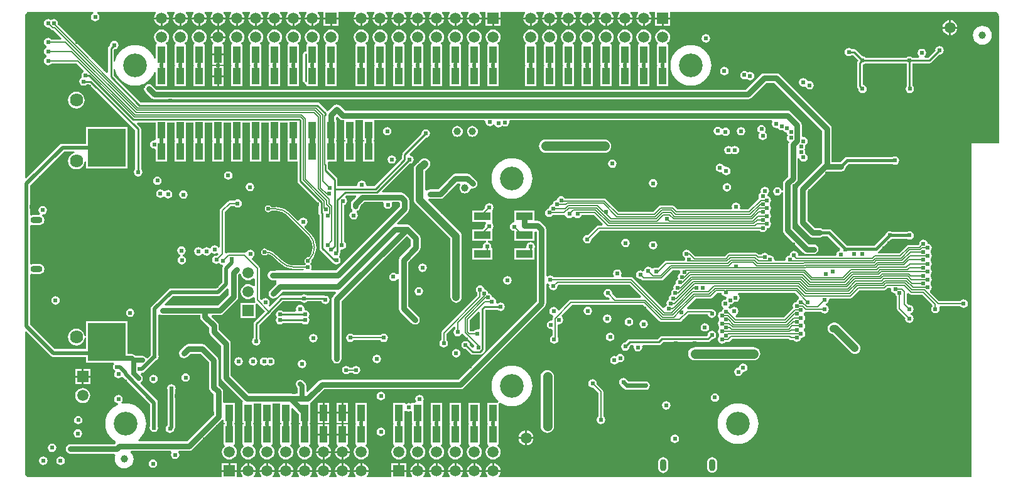
<source format=gbl>
G04 Layer_Physical_Order=4*
G04 Layer_Color=16711680*
%FSLAX24Y24*%
%MOIN*%
G70*
G01*
G75*
%ADD10C,0.0065*%
%ADD12C,0.0060*%
%ADD24C,0.0394*%
%ADD48R,0.0402X0.0862*%
%ADD85C,0.0400*%
%ADD86C,0.0300*%
%ADD87C,0.0100*%
%ADD88C,0.0150*%
%ADD90C,0.0080*%
%ADD91C,0.0250*%
%ADD92C,0.0200*%
%ADD96C,0.0500*%
%ADD105O,0.0354X0.0630*%
%ADD106C,0.1260*%
%ADD107R,0.0591X0.0591*%
%ADD108C,0.0591*%
%ADD109C,0.0390*%
%ADD110O,0.0630X0.0354*%
%ADD111R,0.0591X0.0591*%
%ADD112C,0.0701*%
%ADD113C,0.0240*%
%ADD115C,0.1969*%
%ADD116R,0.2000X0.2000*%
G04:AMPARAMS|DCode=117|XSize=393.7mil|YSize=393.7mil|CornerRadius=98.4mil|HoleSize=0mil|Usage=FLASHONLY|Rotation=270.000|XOffset=0mil|YOffset=0mil|HoleType=Round|Shape=RoundedRectangle|*
%AMROUNDEDRECTD117*
21,1,0.3937,0.1969,0,0,270.0*
21,1,0.1969,0.3937,0,0,270.0*
1,1,0.1969,-0.0984,-0.0984*
1,1,0.1969,-0.0984,0.0984*
1,1,0.1969,0.0984,0.0984*
1,1,0.1969,0.0984,-0.0984*
%
%ADD117ROUNDEDRECTD117*%
%ADD118R,0.0874X0.0402*%
%ADD119C,0.0240*%
%ADD120C,0.0157*%
G36*
X10965Y10146D02*
Y9846D01*
X10384Y9265D01*
X7598D01*
X7567Y9339D01*
X7994Y9766D01*
X10396D01*
X10474Y9782D01*
X10540Y9826D01*
X10891Y10177D01*
X10965Y10146D01*
D02*
G37*
G36*
X41234Y9729D02*
X41217Y9632D01*
X41181Y9609D01*
X41133Y9536D01*
X41118Y9464D01*
X41034Y9447D01*
X40961Y9399D01*
X40913Y9326D01*
X40896Y9240D01*
X40913Y9154D01*
X40936Y9120D01*
X40438Y8623D01*
X37925D01*
X37861Y8686D01*
X37880Y8747D01*
X37893Y8768D01*
X37959Y8811D01*
X38007Y8884D01*
X38024Y8970D01*
X38007Y9056D01*
X37959Y9129D01*
X37886Y9177D01*
X37800Y9194D01*
X37714Y9177D01*
X37641Y9129D01*
X37625Y9104D01*
X37532Y9099D01*
X37510Y9113D01*
X37499Y9201D01*
X37547Y9274D01*
X37558Y9330D01*
X37580Y9326D01*
X37666Y9343D01*
X37739Y9391D01*
X37787Y9464D01*
X37788Y9470D01*
X37860Y9456D01*
X37946Y9473D01*
X38019Y9521D01*
X38067Y9594D01*
X38084Y9680D01*
X38067Y9766D01*
X38019Y9839D01*
X38005Y9847D01*
X38030Y9927D01*
X41035D01*
X41234Y9729D01*
D02*
G37*
G36*
X51696Y24831D02*
X51777Y24777D01*
X51831Y24696D01*
X51835Y24675D01*
X51847Y24600D01*
X51847Y24520D01*
X51847Y24520D01*
Y17900D01*
X51831Y17880D01*
X50401D01*
X50400Y153D01*
X25328D01*
X25309Y180D01*
X25293Y233D01*
X25345Y301D01*
X25385Y397D01*
X25392Y450D01*
X24608D01*
X24615Y397D01*
X24655Y301D01*
X24707Y233D01*
X24691Y180D01*
X24672Y153D01*
X24328D01*
X24309Y180D01*
X24293Y233D01*
X24345Y301D01*
X24385Y397D01*
X24392Y450D01*
X23608D01*
X23615Y397D01*
X23655Y301D01*
X23707Y233D01*
X23691Y180D01*
X23672Y153D01*
X23328D01*
X23309Y180D01*
X23293Y233D01*
X23345Y301D01*
X23385Y397D01*
X23392Y450D01*
X22608D01*
X22615Y397D01*
X22655Y301D01*
X22707Y233D01*
X22691Y180D01*
X22672Y153D01*
X22328D01*
X22309Y180D01*
X22293Y233D01*
X22345Y301D01*
X22385Y397D01*
X22392Y450D01*
X21608D01*
X21615Y397D01*
X21655Y301D01*
X21707Y233D01*
X21691Y180D01*
X21672Y153D01*
X21328D01*
X21309Y180D01*
X21293Y233D01*
X21345Y301D01*
X21385Y397D01*
X21392Y450D01*
X20608D01*
X20615Y397D01*
X20655Y301D01*
X20707Y233D01*
X20691Y180D01*
X20672Y153D01*
X20395D01*
Y450D01*
X19605D01*
Y153D01*
X18328D01*
X18309Y180D01*
X18293Y233D01*
X18345Y301D01*
X18385Y397D01*
X18392Y450D01*
X17608D01*
X17615Y397D01*
X17655Y301D01*
X17707Y233D01*
X17691Y180D01*
X17672Y153D01*
X17328D01*
X17309Y180D01*
X17293Y233D01*
X17345Y301D01*
X17385Y397D01*
X17392Y450D01*
X16608D01*
X16615Y397D01*
X16655Y301D01*
X16707Y233D01*
X16691Y180D01*
X16672Y153D01*
X16328D01*
X16309Y180D01*
X16293Y233D01*
X16345Y301D01*
X16385Y397D01*
X16392Y450D01*
X15608D01*
X15615Y397D01*
X15655Y301D01*
X15707Y233D01*
X15691Y180D01*
X15672Y153D01*
X15328D01*
X15309Y180D01*
X15293Y233D01*
X15345Y301D01*
X15385Y397D01*
X15392Y450D01*
X14608D01*
X14615Y397D01*
X14655Y301D01*
X14707Y233D01*
X14691Y180D01*
X14672Y153D01*
X14328D01*
X14309Y180D01*
X14293Y233D01*
X14345Y301D01*
X14385Y397D01*
X14392Y450D01*
X13608D01*
X13615Y397D01*
X13655Y301D01*
X13707Y233D01*
X13691Y180D01*
X13672Y153D01*
X13328D01*
X13309Y180D01*
X13293Y233D01*
X13345Y301D01*
X13385Y397D01*
X13392Y450D01*
X12608D01*
X12615Y397D01*
X12655Y301D01*
X12707Y233D01*
X12691Y180D01*
X12672Y153D01*
X12328D01*
X12309Y180D01*
X12293Y233D01*
X12345Y301D01*
X12385Y397D01*
X12392Y450D01*
X11608D01*
X11615Y397D01*
X11655Y301D01*
X11707Y233D01*
X11691Y180D01*
X11672Y153D01*
X11395D01*
Y450D01*
X10605D01*
Y153D01*
X400D01*
X393Y152D01*
X304Y169D01*
X223Y223D01*
X169Y304D01*
X152Y393D01*
X153Y400D01*
Y7854D01*
X227Y7885D01*
X1506Y6606D01*
X1572Y6562D01*
X1650Y6546D01*
X3400D01*
Y6244D01*
X4850D01*
X4873Y6189D01*
X4878Y6164D01*
X4833Y6096D01*
X4816Y6010D01*
X4833Y5924D01*
X4881Y5851D01*
X4897Y5841D01*
X4948Y5792D01*
X4918Y5738D01*
X4903Y5716D01*
X4886Y5630D01*
X4903Y5544D01*
X4951Y5471D01*
X5024Y5423D01*
X5110Y5406D01*
X5196Y5423D01*
X5256Y5463D01*
X5280Y5470D01*
X5360Y5464D01*
X6796Y4027D01*
Y2871D01*
X6793Y2866D01*
X6776Y2780D01*
X6793Y2694D01*
X6841Y2621D01*
X6914Y2573D01*
X7000Y2556D01*
X7086Y2573D01*
X7159Y2621D01*
X7207Y2694D01*
X7224Y2780D01*
X7207Y2866D01*
X7204Y2871D01*
Y4112D01*
X7188Y4190D01*
X7144Y4256D01*
X6284Y5116D01*
X6302Y5211D01*
X6342Y5238D01*
X6392Y5312D01*
X6409Y5400D01*
X6392Y5488D01*
X6342Y5562D01*
X6307Y5597D01*
X6325Y5679D01*
X6327Y5682D01*
X6331Y5686D01*
X6356D01*
X6434Y5702D01*
X6500Y5746D01*
X7106Y6352D01*
X7112Y6353D01*
X7184Y6401D01*
X7233Y6474D01*
X7250Y6560D01*
X7233Y6646D01*
X7230Y6651D01*
Y8760D01*
X7310Y8803D01*
X7352Y8775D01*
X7450Y8755D01*
X9445D01*
Y8680D01*
X9465Y8582D01*
X9520Y8499D01*
X9925Y8094D01*
Y7880D01*
X9945Y7782D01*
X10000Y7700D01*
X10560Y7139D01*
Y5445D01*
X10580Y5347D01*
X10635Y5265D01*
X11712Y4188D01*
X11699Y4108D01*
X11699D01*
Y3046D01*
X11745D01*
Y2954D01*
X11699D01*
Y1892D01*
X11730D01*
X11757Y1812D01*
X11718Y1782D01*
X11655Y1699D01*
X11615Y1603D01*
X11601Y1500D01*
X11615Y1397D01*
X11655Y1301D01*
X11718Y1218D01*
X11801Y1155D01*
X11897Y1115D01*
X12000Y1101D01*
X12103Y1115D01*
X12199Y1155D01*
X12282Y1218D01*
X12345Y1301D01*
X12385Y1397D01*
X12399Y1500D01*
X12385Y1603D01*
X12345Y1699D01*
X12282Y1782D01*
X12243Y1812D01*
X12270Y1892D01*
X12301D01*
Y2954D01*
X12255D01*
Y3046D01*
X12301D01*
Y4075D01*
X12699D01*
Y3046D01*
X12699D01*
X12711Y3000D01*
X12699Y2954D01*
X12699D01*
Y1892D01*
X12730D01*
X12757Y1812D01*
X12718Y1782D01*
X12655Y1699D01*
X12615Y1603D01*
X12601Y1500D01*
X12615Y1397D01*
X12655Y1301D01*
X12718Y1218D01*
X12801Y1155D01*
X12897Y1115D01*
X13000Y1101D01*
X13103Y1115D01*
X13199Y1155D01*
X13282Y1218D01*
X13345Y1301D01*
X13385Y1397D01*
X13399Y1500D01*
X13385Y1603D01*
X13345Y1699D01*
X13282Y1782D01*
X13243Y1812D01*
X13270Y1892D01*
X13301D01*
Y2954D01*
X13301D01*
X13289Y3000D01*
X13301Y3046D01*
X13301D01*
Y4075D01*
X13699D01*
Y3046D01*
X13745D01*
Y2954D01*
X13699D01*
Y1892D01*
X13730D01*
X13757Y1812D01*
X13718Y1782D01*
X13655Y1699D01*
X13615Y1603D01*
X13601Y1500D01*
X13615Y1397D01*
X13655Y1301D01*
X13718Y1218D01*
X13801Y1155D01*
X13897Y1115D01*
X14000Y1101D01*
X14103Y1115D01*
X14199Y1155D01*
X14282Y1218D01*
X14345Y1301D01*
X14385Y1397D01*
X14399Y1500D01*
X14385Y1603D01*
X14345Y1699D01*
X14282Y1782D01*
X14243Y1812D01*
X14270Y1892D01*
X14301D01*
Y2954D01*
X14255D01*
Y3046D01*
X14301D01*
Y3811D01*
X14375Y3842D01*
X14699Y3517D01*
Y3046D01*
X14745D01*
Y2954D01*
X14699D01*
Y1892D01*
X14730D01*
X14757Y1812D01*
X14718Y1782D01*
X14655Y1699D01*
X14615Y1603D01*
X14601Y1500D01*
X14615Y1397D01*
X14655Y1301D01*
X14718Y1218D01*
X14801Y1155D01*
X14897Y1115D01*
X15000Y1101D01*
X15103Y1115D01*
X15199Y1155D01*
X15282Y1218D01*
X15345Y1301D01*
X15385Y1397D01*
X15399Y1500D01*
X15385Y1603D01*
X15345Y1699D01*
X15282Y1782D01*
X15243Y1812D01*
X15270Y1892D01*
X15301D01*
Y2954D01*
X15255D01*
Y3046D01*
X15301D01*
Y4108D01*
X15344Y4146D01*
X15347Y4148D01*
X15350Y4150D01*
X16026Y4825D01*
X23267D01*
X23364Y4845D01*
X23447Y4900D01*
X27700Y9153D01*
X27727Y9193D01*
X27750Y9216D01*
X27806Y9299D01*
X27825Y9397D01*
Y10403D01*
X27897Y10440D01*
X27960Y10406D01*
X27983Y10336D01*
X27976Y10300D01*
X27993Y10214D01*
X28041Y10141D01*
X28114Y10093D01*
X28200Y10076D01*
X28286Y10093D01*
X28359Y10141D01*
X28407Y10214D01*
X28424Y10300D01*
X28421Y10316D01*
X28476Y10377D01*
X32228D01*
X32849Y9756D01*
X32819Y9683D01*
X31525D01*
X31318Y9889D01*
X31324Y9920D01*
X31307Y10006D01*
X31259Y10079D01*
X31186Y10127D01*
X31100Y10144D01*
X31014Y10127D01*
X30941Y10079D01*
X30893Y10006D01*
X30876Y9920D01*
X30893Y9834D01*
X30941Y9761D01*
X31014Y9713D01*
X31100Y9696D01*
X31131Y9702D01*
X31196Y9636D01*
X31165Y9563D01*
X29133D01*
X29082Y9552D01*
X29039Y9524D01*
X28511Y8995D01*
X28424Y9022D01*
X28417Y9056D01*
X28369Y9129D01*
X28296Y9177D01*
X28210Y9194D01*
X28124Y9177D01*
X28051Y9129D01*
X28003Y9056D01*
X27986Y8970D01*
X28003Y8884D01*
X28051Y8811D01*
X28124Y8763D01*
X28158Y8756D01*
X28189Y8674D01*
X28161Y8631D01*
X28151Y8580D01*
Y8515D01*
X28089Y8464D01*
X28073Y8467D01*
X27987Y8450D01*
X27915Y8402D01*
X27866Y8329D01*
X27849Y8243D01*
X27866Y8157D01*
X27915Y8085D01*
X27987Y8036D01*
X28073Y8019D01*
X28089Y8022D01*
X28151Y7971D01*
Y7665D01*
X28081Y7619D01*
X28033Y7546D01*
X28016Y7460D01*
X28033Y7374D01*
X28081Y7301D01*
X28154Y7253D01*
X28240Y7236D01*
X28326Y7253D01*
X28399Y7301D01*
X28447Y7374D01*
X28464Y7460D01*
X28447Y7546D01*
X28416Y7593D01*
Y8229D01*
X28478Y8280D01*
X28500Y8276D01*
X28586Y8293D01*
X28659Y8341D01*
X28707Y8414D01*
X28724Y8500D01*
X28707Y8586D01*
X28659Y8659D01*
X28645Y8667D01*
X28638Y8747D01*
X29188Y9297D01*
X32969D01*
X33840Y8426D01*
X33883Y8398D01*
X33934Y8387D01*
X34907D01*
X34958Y8398D01*
X35001Y8426D01*
X35392Y8817D01*
X36390D01*
X36403Y8754D01*
X36451Y8681D01*
X36524Y8633D01*
X36610Y8616D01*
X36696Y8633D01*
X36769Y8681D01*
X36817Y8754D01*
X36834Y8840D01*
X36817Y8926D01*
X36769Y8999D01*
X36696Y9047D01*
X36657Y9055D01*
X36631Y9072D01*
X36580Y9083D01*
X35337D01*
X35331Y9081D01*
X35291Y9155D01*
X35762Y9626D01*
X36525D01*
X36576Y9636D01*
X36619Y9665D01*
X36881Y9927D01*
X37134D01*
X37143Y9884D01*
X37191Y9811D01*
X37264Y9763D01*
X37350Y9746D01*
X37398Y9674D01*
X37373Y9636D01*
X37362Y9580D01*
X37340Y9584D01*
X37254Y9567D01*
X37181Y9519D01*
X37133Y9446D01*
X37116Y9360D01*
X37133Y9274D01*
X37181Y9201D01*
X37203Y9187D01*
X37215Y9099D01*
X37166Y9026D01*
X37152Y8954D01*
X37067Y8937D01*
X36995Y8889D01*
X36946Y8816D01*
X36929Y8730D01*
X36946Y8644D01*
X36995Y8571D01*
X37000Y8568D01*
Y8472D01*
X36995Y8469D01*
X36946Y8396D01*
X36929Y8310D01*
X36946Y8224D01*
X36995Y8151D01*
X37000Y8148D01*
Y8052D01*
X36995Y8049D01*
X36946Y7976D01*
X36929Y7890D01*
X36946Y7804D01*
X36995Y7731D01*
X37000Y7728D01*
Y7632D01*
X36995Y7629D01*
X36946Y7556D01*
X36929Y7470D01*
X36946Y7384D01*
X36995Y7311D01*
X37067Y7263D01*
X37153Y7246D01*
X37239Y7263D01*
X37312Y7311D01*
X37329Y7337D01*
X37460D01*
X37511Y7348D01*
X37554Y7376D01*
X37695Y7517D01*
X40675D01*
X40726Y7466D01*
X40769Y7438D01*
X40820Y7427D01*
X40944D01*
X40961Y7401D01*
X41034Y7353D01*
X41120Y7336D01*
X41206Y7353D01*
X41279Y7401D01*
X41327Y7474D01*
X41342Y7546D01*
X41426Y7563D01*
X41499Y7611D01*
X41547Y7684D01*
X41564Y7770D01*
X41547Y7856D01*
X41499Y7929D01*
X41494Y7932D01*
Y8028D01*
X41499Y8031D01*
X41547Y8104D01*
X41564Y8190D01*
X41547Y8276D01*
X41499Y8349D01*
X41494Y8352D01*
Y8448D01*
X41499Y8451D01*
X41547Y8524D01*
X41564Y8610D01*
X41547Y8696D01*
X41499Y8769D01*
X41494Y8772D01*
Y8868D01*
X41499Y8871D01*
X41547Y8944D01*
X41548Y8947D01*
X41597Y8937D01*
X42424D01*
X42441Y8911D01*
X42514Y8863D01*
X42600Y8846D01*
X42686Y8863D01*
X42759Y8911D01*
X42807Y8984D01*
X42824Y9070D01*
X42807Y9156D01*
X42759Y9229D01*
X42686Y9277D01*
X42676Y9279D01*
Y9361D01*
X42686Y9363D01*
X42759Y9411D01*
X42807Y9484D01*
X42824Y9570D01*
X42821Y9586D01*
X42872Y9647D01*
X43960D01*
X44011Y9658D01*
X44054Y9686D01*
X44445Y10077D01*
X45760D01*
X45811Y10088D01*
X45854Y10116D01*
X45924Y10186D01*
X45924Y10186D01*
X45945Y10207D01*
X46078D01*
X46129Y10146D01*
X46126Y10130D01*
X46143Y10044D01*
X46191Y9971D01*
X46264Y9923D01*
X46348Y9906D01*
X46362Y9835D01*
X46410Y9762D01*
X46437Y9745D01*
Y9101D01*
X46447Y9050D01*
X46475Y9007D01*
X46882Y8601D01*
X46876Y8570D01*
X46893Y8484D01*
X46941Y8411D01*
X47014Y8363D01*
X47100Y8346D01*
X47186Y8363D01*
X47259Y8411D01*
X47307Y8484D01*
X47324Y8570D01*
X47307Y8656D01*
X47259Y8729D01*
X47186Y8777D01*
X47176Y8779D01*
Y8861D01*
X47186Y8863D01*
X47259Y8911D01*
X47307Y8984D01*
X47324Y9070D01*
X47307Y9156D01*
X47259Y9229D01*
X47186Y9277D01*
X47100Y9294D01*
X47069Y9288D01*
X46973Y9385D01*
Y9887D01*
X47053Y9920D01*
X47086Y9886D01*
X47129Y9858D01*
X47180Y9847D01*
X47765D01*
X48291Y9321D01*
X48311Y9239D01*
X48263Y9166D01*
X48246Y9080D01*
X48263Y8994D01*
X48311Y8921D01*
X48384Y8873D01*
X48470Y8856D01*
X48556Y8873D01*
X48629Y8921D01*
X48677Y8994D01*
X48694Y9080D01*
X48679Y9157D01*
X48684Y9181D01*
X48714Y9237D01*
X49796D01*
X49813Y9211D01*
X49886Y9163D01*
X49972Y9146D01*
X50057Y9163D01*
X50130Y9211D01*
X50179Y9284D01*
X50196Y9370D01*
X50179Y9456D01*
X50130Y9529D01*
X50057Y9577D01*
X49972Y9594D01*
X49886Y9577D01*
X49813Y9529D01*
X49796Y9503D01*
X48668D01*
X48198Y9973D01*
X48205Y10053D01*
X48219Y10061D01*
X48267Y10134D01*
X48284Y10220D01*
X48267Y10306D01*
X48219Y10379D01*
X48214Y10382D01*
Y10478D01*
X48219Y10481D01*
X48267Y10554D01*
X48284Y10640D01*
X48267Y10726D01*
X48219Y10799D01*
X48214Y10802D01*
Y10898D01*
X48219Y10901D01*
X48267Y10974D01*
X48284Y11060D01*
X48267Y11146D01*
X48219Y11219D01*
X48214Y11222D01*
Y11318D01*
X48219Y11321D01*
X48267Y11394D01*
X48284Y11480D01*
X48267Y11566D01*
X48219Y11639D01*
X48214Y11642D01*
Y11738D01*
X48219Y11741D01*
X48267Y11814D01*
X48284Y11900D01*
X48267Y11986D01*
X48219Y12059D01*
X48214Y12062D01*
Y12158D01*
X48219Y12161D01*
X48267Y12234D01*
X48284Y12320D01*
X48267Y12406D01*
X48219Y12479D01*
X48146Y12527D01*
X48062Y12544D01*
X48047Y12616D01*
X47999Y12689D01*
X47926Y12737D01*
X47840Y12754D01*
X47754Y12737D01*
X47681Y12689D01*
X47633Y12616D01*
X47618Y12542D01*
X47558Y12483D01*
X47051D01*
X47000Y12472D01*
X46957Y12444D01*
X46546Y12033D01*
X45439D01*
X45415Y12113D01*
X45444Y12132D01*
X46085Y12773D01*
X46129Y12782D01*
X46167Y12807D01*
X46982D01*
X47019Y12782D01*
X47105Y12765D01*
X47191Y12782D01*
X47264Y12831D01*
X47313Y12903D01*
X47330Y12989D01*
X47313Y13075D01*
X47264Y13148D01*
X47191Y13196D01*
X47105Y13213D01*
X47019Y13196D01*
X46982Y13171D01*
X46167D01*
X46129Y13196D01*
X46044Y13213D01*
X45958Y13196D01*
X45885Y13148D01*
X45836Y13075D01*
X45828Y13031D01*
X45240Y12443D01*
X43790D01*
X43767Y12458D01*
X43748Y12462D01*
X42954Y13256D01*
X42895Y13295D01*
X42825Y13309D01*
X42825Y13309D01*
X42490D01*
X42411Y13362D01*
X42313Y13382D01*
X42079D01*
X41685Y13776D01*
Y15341D01*
X42710Y16367D01*
X42713Y16366D01*
X43465D01*
X43562Y16386D01*
X43645Y16441D01*
X43700Y16523D01*
X43719Y16617D01*
X43875Y16773D01*
X46206D01*
X46244Y16748D01*
X46329Y16731D01*
X46415Y16748D01*
X46488Y16797D01*
X46537Y16870D01*
X46554Y16956D01*
X46537Y17041D01*
X46488Y17114D01*
X46415Y17163D01*
X46329Y17180D01*
X46244Y17163D01*
X46206Y17138D01*
X43799D01*
X43730Y17124D01*
X43671Y17085D01*
X43671Y17085D01*
X43462Y16876D01*
X42968D01*
Y18647D01*
X42948Y18745D01*
X42893Y18827D01*
X40220Y21500D01*
X40138Y21556D01*
X40040Y21575D01*
X39380D01*
X39282Y21556D01*
X39200Y21500D01*
X38409Y20710D01*
X7129D01*
X6906Y20932D01*
X6824Y20987D01*
X6726Y21007D01*
X6628Y20987D01*
X6546Y20932D01*
X6491Y20850D01*
X6471Y20752D01*
X6491Y20654D01*
X6546Y20572D01*
X6843Y20275D01*
X6925Y20220D01*
X7023Y20200D01*
X38515D01*
X38613Y20220D01*
X38695Y20275D01*
X39486Y21065D01*
X39934D01*
X42458Y18541D01*
Y16835D01*
X41250Y15627D01*
X41195Y15544D01*
X41175Y15447D01*
Y13670D01*
X41195Y13572D01*
X41250Y13490D01*
X41793Y12947D01*
X41876Y12891D01*
X41973Y12872D01*
X42313D01*
X42411Y12891D01*
X42490Y12945D01*
X42750D01*
X43415Y12279D01*
X43389Y12192D01*
X43364Y12187D01*
X43291Y12139D01*
X43243Y12066D01*
X43226Y11980D01*
X43229Y11964D01*
X43178Y11903D01*
X41217D01*
X41194Y11930D01*
X41177Y12016D01*
X41129Y12089D01*
X41056Y12137D01*
X40970Y12154D01*
X40884Y12137D01*
X40811Y12089D01*
X40763Y12016D01*
X40746Y11934D01*
X40664Y11917D01*
X40591Y11869D01*
X40543Y11796D01*
X40526Y11710D01*
X40529Y11694D01*
X40478Y11633D01*
X39962D01*
X39911Y11694D01*
X39914Y11710D01*
X39897Y11796D01*
X39849Y11869D01*
X39776Y11917D01*
X39690Y11934D01*
X39615Y11919D01*
X39569Y11989D01*
X39496Y12037D01*
X39410Y12054D01*
X39324Y12037D01*
X39251Y11989D01*
X39234Y11963D01*
X39101D01*
X39050Y12014D01*
X39007Y12042D01*
X38956Y12053D01*
X37531D01*
X37480Y12042D01*
X37437Y12014D01*
X37296Y11873D01*
X35735D01*
X35504Y12104D01*
X35461Y12132D01*
X35452Y12134D01*
X35429Y12169D01*
X35356Y12217D01*
X35270Y12234D01*
X35184Y12217D01*
X35111Y12169D01*
X35063Y12096D01*
X35046Y12010D01*
X35063Y11924D01*
X35111Y11851D01*
X35184Y11803D01*
X35178Y11722D01*
X35176Y11710D01*
X35179Y11694D01*
X35128Y11633D01*
X34190D01*
X34139Y11622D01*
X34096Y11594D01*
X33756Y11254D01*
X33736Y11267D01*
X33650Y11284D01*
X33564Y11267D01*
X33491Y11219D01*
X33410Y11241D01*
X33398Y11259D01*
X33325Y11307D01*
X33240Y11324D01*
X33154Y11307D01*
X33081Y11259D01*
X33032Y11186D01*
X33019Y11116D01*
X32967Y11087D01*
X32938Y11079D01*
X32896Y11107D01*
X32810Y11124D01*
X32724Y11107D01*
X32651Y11058D01*
X32603Y10986D01*
X32585Y10900D01*
X32603Y10814D01*
X32651Y10741D01*
X32724Y10693D01*
X32810Y10675D01*
X32841Y10682D01*
X32886Y10636D01*
X32929Y10608D01*
X32980Y10597D01*
X33930D01*
X33981Y10608D01*
X34024Y10636D01*
X34515Y11127D01*
X34878D01*
X34929Y11066D01*
X34926Y11050D01*
X34941Y10975D01*
X34871Y10929D01*
X34823Y10856D01*
X34806Y10770D01*
X34821Y10695D01*
X34751Y10649D01*
X34703Y10576D01*
X34686Y10490D01*
X34701Y10415D01*
X34631Y10369D01*
X34583Y10296D01*
X34566Y10210D01*
X34581Y10135D01*
X34511Y10089D01*
X34463Y10016D01*
X34446Y9930D01*
X34461Y9855D01*
X34391Y9809D01*
X34343Y9736D01*
X34326Y9650D01*
X34341Y9575D01*
X34271Y9529D01*
X34223Y9456D01*
X34206Y9370D01*
X34221Y9295D01*
X34151Y9249D01*
X34103Y9176D01*
X34100Y9163D01*
X34013Y9137D01*
X32427Y10724D01*
X32384Y10752D01*
X32333Y10763D01*
X31829D01*
X31786Y10843D01*
X31807Y10874D01*
X31824Y10960D01*
X31807Y11046D01*
X31759Y11119D01*
X31686Y11167D01*
X31600Y11184D01*
X31514Y11167D01*
X31441Y11119D01*
X31393Y11046D01*
X31376Y10960D01*
X31393Y10874D01*
X31414Y10843D01*
X31371Y10763D01*
X28216D01*
X28199Y10789D01*
X28126Y10837D01*
X28040Y10854D01*
X27954Y10837D01*
X27905Y10804D01*
X27830Y10835D01*
X27825Y10840D01*
Y13300D01*
X27806Y13398D01*
X27750Y13480D01*
X27548Y13682D01*
X27465Y13738D01*
X27368Y13757D01*
X27199D01*
Y14301D01*
X26125D01*
Y13753D01*
X26114Y13693D01*
X26060Y13664D01*
X26024Y13657D01*
X25951Y13609D01*
X25903Y13536D01*
X25886Y13450D01*
X25903Y13364D01*
X25951Y13291D01*
X26024Y13243D01*
X26110Y13226D01*
X26125Y13213D01*
Y12699D01*
X27199D01*
Y13155D01*
X27279Y13193D01*
X27315Y13164D01*
Y9490D01*
X27313Y9487D01*
X23161Y5335D01*
X15920D01*
X15822Y5315D01*
X15740Y5260D01*
X15153Y4674D01*
X15079Y4704D01*
Y5010D01*
X15062Y5098D01*
X15012Y5172D01*
X14922Y5262D01*
X14848Y5312D01*
X14760Y5329D01*
X14672Y5312D01*
X14598Y5262D01*
X14548Y5188D01*
X14531Y5100D01*
X14548Y5012D01*
X14598Y4938D01*
X14621Y4915D01*
Y4585D01*
X12036D01*
X11070Y5551D01*
Y7245D01*
X11050Y7343D01*
X10995Y7425D01*
X10435Y7986D01*
Y8200D01*
X10416Y8298D01*
X10360Y8380D01*
X10059Y8681D01*
X10090Y8755D01*
X10490D01*
X10588Y8775D01*
X10670Y8830D01*
X11400Y9560D01*
X11456Y9642D01*
X11475Y9740D01*
Y10903D01*
X11535Y10953D01*
X11611Y10927D01*
X11615Y10897D01*
X11655Y10801D01*
X11718Y10718D01*
X11801Y10655D01*
X11897Y10615D01*
X12000Y10601D01*
X12103Y10615D01*
X12199Y10655D01*
X12267Y10707D01*
X12319Y10692D01*
X12347Y10672D01*
Y10328D01*
X12319Y10308D01*
X12267Y10293D01*
X12199Y10345D01*
X12103Y10385D01*
X12000Y10399D01*
X11897Y10385D01*
X11801Y10345D01*
X11718Y10282D01*
X11655Y10199D01*
X11615Y10103D01*
X11601Y10000D01*
X11615Y9897D01*
X11655Y9801D01*
X11718Y9718D01*
X11801Y9655D01*
X11897Y9615D01*
X12000Y9601D01*
X12103Y9615D01*
X12199Y9655D01*
X12267Y9707D01*
X12319Y9692D01*
X12347Y9672D01*
Y9556D01*
X12358Y9505D01*
X12378Y9475D01*
X12364Y9430D01*
X12340Y9395D01*
X11605D01*
Y8605D01*
X12395D01*
Y9340D01*
X12475Y9373D01*
X12884Y8964D01*
X12322Y8402D01*
X12289Y8353D01*
X12277Y8294D01*
Y7522D01*
X12271Y7519D01*
X12223Y7446D01*
X12206Y7360D01*
X12223Y7274D01*
X12271Y7201D01*
X12344Y7153D01*
X12430Y7136D01*
X12516Y7153D01*
X12589Y7201D01*
X12637Y7274D01*
X12654Y7360D01*
X12637Y7446D01*
X12589Y7519D01*
X12583Y7522D01*
Y8231D01*
X13194Y8842D01*
X13839Y9487D01*
X14808D01*
X14811Y9481D01*
X14884Y9433D01*
X14970Y9416D01*
X15056Y9433D01*
X15129Y9481D01*
X15132Y9487D01*
X15890D01*
X15893Y9474D01*
X15941Y9401D01*
X16014Y9353D01*
X16100Y9336D01*
X16186Y9353D01*
X16259Y9401D01*
X16307Y9474D01*
X16324Y9560D01*
X16307Y9646D01*
X16259Y9719D01*
X16186Y9767D01*
X16100Y9784D01*
X16080Y9780D01*
X16079Y9781D01*
X16020Y9793D01*
X15132D01*
X15129Y9799D01*
X15056Y9847D01*
X14970Y9864D01*
X14884Y9847D01*
X14811Y9799D01*
X14808Y9793D01*
X13776D01*
X13717Y9781D01*
X13668Y9748D01*
X13126Y9207D01*
X13117Y9211D01*
X13113Y9216D01*
X13095Y9310D01*
X13117Y9344D01*
X13134Y9430D01*
X13117Y9516D01*
X13069Y9589D01*
X12996Y9637D01*
X12910Y9654D01*
X12824Y9637D01*
X12751Y9589D01*
X12747Y9582D01*
X12665Y9573D01*
X12613Y9622D01*
Y11250D01*
X12602Y11301D01*
X12574Y11344D01*
X12191Y11726D01*
X12215Y11816D01*
X12269Y11851D01*
X12317Y11924D01*
X12334Y12010D01*
X12317Y12096D01*
X12269Y12169D01*
X12196Y12217D01*
X12110Y12234D01*
X12024Y12217D01*
X11951Y12169D01*
X11903Y12096D01*
X11817Y12073D01*
X11783Y12080D01*
X10947D01*
X10896Y12069D01*
X10853Y12041D01*
X10853Y12040D01*
X10773Y12073D01*
Y14231D01*
X11079Y14537D01*
X11271D01*
X11281Y14521D01*
X11354Y14473D01*
X11440Y14456D01*
X11526Y14473D01*
X11599Y14521D01*
X11647Y14594D01*
X11664Y14680D01*
X11647Y14766D01*
X11599Y14839D01*
X11526Y14887D01*
X11440Y14904D01*
X11354Y14887D01*
X11281Y14839D01*
X11271Y14823D01*
X11020D01*
X10965Y14812D01*
X10919Y14781D01*
X10919Y14781D01*
X10529Y14391D01*
X10498Y14345D01*
X10487Y14290D01*
X10487Y14290D01*
Y12370D01*
X10407Y12346D01*
X10379Y12389D01*
X10306Y12437D01*
X10220Y12454D01*
X10134Y12437D01*
X10061Y12389D01*
X10028Y12339D01*
X9989Y12316D01*
X9931Y12317D01*
X9886Y12347D01*
X9800Y12364D01*
X9714Y12347D01*
X9641Y12299D01*
X9628Y12279D01*
X9532D01*
X9519Y12299D01*
X9446Y12347D01*
X9360Y12364D01*
X9274Y12347D01*
X9201Y12299D01*
X9153Y12226D01*
X9136Y12140D01*
X9153Y12054D01*
X9201Y11981D01*
X9274Y11933D01*
X9360Y11916D01*
X9446Y11933D01*
X9519Y11981D01*
X9532Y12001D01*
X9628D01*
X9641Y11981D01*
X9714Y11933D01*
X9800Y11916D01*
X9886Y11933D01*
X9959Y11981D01*
X9992Y12031D01*
X10031Y12054D01*
X10089Y12053D01*
X10134Y12023D01*
X10220Y12006D01*
X10306Y12023D01*
X10372Y12067D01*
X10423Y12005D01*
X10334Y11916D01*
X10315Y11919D01*
X10229Y11902D01*
X10156Y11854D01*
X10108Y11781D01*
X10091Y11695D01*
X10108Y11609D01*
X10156Y11536D01*
X10229Y11488D01*
X10315Y11471D01*
X10401Y11488D01*
X10465Y11531D01*
X10491Y11491D01*
X10564Y11443D01*
X10637Y11428D01*
X10659Y11399D01*
X10676Y11349D01*
X10642Y11298D01*
X10626Y11220D01*
Y10488D01*
X10312Y10174D01*
X7910D01*
X7832Y10158D01*
X7766Y10114D01*
X6882Y9230D01*
X6837Y9164D01*
X6822Y9086D01*
Y6651D01*
X6819Y6646D01*
X6817Y6640D01*
X6660Y6483D01*
X6560Y6496D01*
X6542Y6522D01*
X6468Y6572D01*
X6380Y6589D01*
X6015D01*
X5972Y6632D01*
X5898Y6682D01*
X5810Y6699D01*
X5600D01*
Y8444D01*
X3400D01*
Y7626D01*
X3320Y7621D01*
X3318Y7637D01*
X3309Y7705D01*
X3265Y7812D01*
X3194Y7904D01*
X3102Y7975D01*
X2995Y8019D01*
X2880Y8034D01*
X2765Y8019D01*
X2658Y7975D01*
X2566Y7904D01*
X2495Y7812D01*
X2451Y7705D01*
X2436Y7590D01*
X2451Y7475D01*
X2495Y7368D01*
X2566Y7276D01*
X2658Y7205D01*
X2765Y7161D01*
X2880Y7146D01*
X2995Y7161D01*
X3102Y7205D01*
X3194Y7276D01*
X3265Y7368D01*
X3309Y7475D01*
X3318Y7543D01*
X3320Y7559D01*
X3400Y7554D01*
Y6954D01*
X1734D01*
X424Y8264D01*
Y10907D01*
X453Y10930D01*
X504Y10952D01*
X555Y10931D01*
X627Y10921D01*
X903D01*
X975Y10931D01*
X1043Y10959D01*
X1101Y11003D01*
X1145Y11061D01*
X1173Y11128D01*
X1183Y11201D01*
X1173Y11273D01*
X1145Y11341D01*
X1101Y11398D01*
X1043Y11443D01*
X975Y11471D01*
X903Y11480D01*
X627D01*
X555Y11471D01*
X504Y11450D01*
X453Y11471D01*
X424Y11495D01*
Y13505D01*
X453Y13529D01*
X504Y13550D01*
X555Y13529D01*
X627Y13520D01*
X903D01*
X975Y13529D01*
X1043Y13557D01*
X1101Y13602D01*
X1145Y13659D01*
X1173Y13727D01*
X1183Y13799D01*
X1173Y13872D01*
X1145Y13939D01*
X1101Y13997D01*
X1071Y14020D01*
X1096Y14086D01*
X1103Y14096D01*
X1186Y14113D01*
X1259Y14161D01*
X1307Y14234D01*
X1324Y14320D01*
X1307Y14406D01*
X1259Y14479D01*
X1186Y14527D01*
X1100Y14544D01*
X1014Y14527D01*
X941Y14479D01*
X893Y14406D01*
X876Y14320D01*
X893Y14234D01*
X941Y14161D01*
X954Y14153D01*
X925Y14076D01*
X903Y14079D01*
X627D01*
X555Y14069D01*
X504Y14048D01*
X453Y14070D01*
X424Y14093D01*
Y15636D01*
X2228Y17440D01*
X2774D01*
X2779Y17360D01*
X2765Y17358D01*
X2658Y17314D01*
X2566Y17243D01*
X2495Y17151D01*
X2451Y17044D01*
X2436Y16929D01*
X2451Y16814D01*
X2495Y16707D01*
X2566Y16615D01*
X2658Y16544D01*
X2765Y16500D01*
X2880Y16485D01*
X2995Y16500D01*
X3102Y16544D01*
X3194Y16615D01*
X3265Y16707D01*
X3309Y16814D01*
X3320Y16898D01*
X3400Y16893D01*
Y16544D01*
X5600D01*
Y18744D01*
X3400D01*
Y17848D01*
X2144D01*
X2066Y17832D01*
X2000Y17788D01*
X227Y16015D01*
X153Y16046D01*
Y24600D01*
X152Y24607D01*
X169Y24696D01*
X223Y24777D01*
X304Y24831D01*
X393Y24848D01*
X400Y24847D01*
X3766D01*
X3767Y24844D01*
X3779Y24767D01*
X3721Y24729D01*
X3673Y24656D01*
X3656Y24570D01*
X3673Y24484D01*
X3721Y24411D01*
X3794Y24363D01*
X3880Y24346D01*
X3966Y24363D01*
X4039Y24411D01*
X4087Y24484D01*
X4104Y24570D01*
X4087Y24656D01*
X4039Y24729D01*
X3981Y24767D01*
X3993Y24844D01*
X3994Y24847D01*
X7072D01*
X7091Y24820D01*
X7107Y24767D01*
X7055Y24699D01*
X7015Y24603D01*
X7008Y24550D01*
X7400D01*
X7792D01*
X7785Y24603D01*
X7745Y24699D01*
X7693Y24767D01*
X7709Y24820D01*
X7728Y24847D01*
X8072D01*
X8091Y24820D01*
X8107Y24767D01*
X8055Y24699D01*
X8015Y24603D01*
X8008Y24550D01*
X8400D01*
X8792D01*
X8785Y24603D01*
X8745Y24699D01*
X8693Y24767D01*
X8709Y24820D01*
X8728Y24847D01*
X9072D01*
X9091Y24820D01*
X9107Y24767D01*
X9055Y24699D01*
X9015Y24603D01*
X9008Y24550D01*
X9400D01*
X9792D01*
X9785Y24603D01*
X9745Y24699D01*
X9693Y24767D01*
X9709Y24820D01*
X9728Y24847D01*
X10072D01*
X10091Y24820D01*
X10107Y24767D01*
X10055Y24699D01*
X10015Y24603D01*
X10008Y24550D01*
X10400D01*
X10792D01*
X10785Y24603D01*
X10745Y24699D01*
X10693Y24767D01*
X10709Y24820D01*
X10728Y24847D01*
X11072D01*
X11091Y24820D01*
X11107Y24767D01*
X11055Y24699D01*
X11015Y24603D01*
X11008Y24550D01*
X11400D01*
X11792D01*
X11785Y24603D01*
X11745Y24699D01*
X11693Y24767D01*
X11709Y24820D01*
X11728Y24847D01*
X12072D01*
X12091Y24820D01*
X12107Y24767D01*
X12055Y24699D01*
X12015Y24603D01*
X12008Y24550D01*
X12400D01*
X12792D01*
X12785Y24603D01*
X12745Y24699D01*
X12693Y24767D01*
X12709Y24820D01*
X12728Y24847D01*
X13072D01*
X13091Y24820D01*
X13107Y24767D01*
X13055Y24699D01*
X13015Y24603D01*
X13008Y24550D01*
X13400D01*
X13792D01*
X13785Y24603D01*
X13745Y24699D01*
X13693Y24767D01*
X13709Y24820D01*
X13728Y24847D01*
X14072D01*
X14091Y24820D01*
X14107Y24767D01*
X14055Y24699D01*
X14015Y24603D01*
X14008Y24550D01*
X14400D01*
X14792D01*
X14785Y24603D01*
X14745Y24699D01*
X14693Y24767D01*
X14709Y24820D01*
X14728Y24847D01*
X15072D01*
X15091Y24820D01*
X15107Y24767D01*
X15055Y24699D01*
X15015Y24603D01*
X15008Y24550D01*
X15400D01*
X15792D01*
X15785Y24603D01*
X15745Y24699D01*
X15693Y24767D01*
X15709Y24820D01*
X15728Y24847D01*
X16005D01*
Y24550D01*
X16400D01*
X16795D01*
Y24847D01*
X17672D01*
X17691Y24820D01*
X17707Y24767D01*
X17655Y24699D01*
X17615Y24603D01*
X17608Y24550D01*
X18000D01*
X18392D01*
X18385Y24603D01*
X18345Y24699D01*
X18293Y24767D01*
X18309Y24820D01*
X18328Y24847D01*
X18672D01*
X18691Y24820D01*
X18707Y24767D01*
X18655Y24699D01*
X18615Y24603D01*
X18608Y24550D01*
X19000D01*
X19392D01*
X19385Y24603D01*
X19345Y24699D01*
X19293Y24767D01*
X19309Y24820D01*
X19328Y24847D01*
X19672D01*
X19691Y24820D01*
X19707Y24767D01*
X19655Y24699D01*
X19615Y24603D01*
X19608Y24550D01*
X20000D01*
X20392D01*
X20385Y24603D01*
X20345Y24699D01*
X20293Y24767D01*
X20309Y24820D01*
X20328Y24847D01*
X20672D01*
X20691Y24820D01*
X20707Y24767D01*
X20655Y24699D01*
X20615Y24603D01*
X20608Y24550D01*
X21000D01*
X21392D01*
X21385Y24603D01*
X21345Y24699D01*
X21293Y24767D01*
X21309Y24820D01*
X21328Y24847D01*
X21672D01*
X21691Y24820D01*
X21707Y24767D01*
X21655Y24699D01*
X21615Y24603D01*
X21608Y24550D01*
X22000D01*
X22392D01*
X22385Y24603D01*
X22345Y24699D01*
X22293Y24767D01*
X22309Y24820D01*
X22328Y24847D01*
X22672D01*
X22691Y24820D01*
X22707Y24767D01*
X22655Y24699D01*
X22615Y24603D01*
X22608Y24550D01*
X23000D01*
X23392D01*
X23385Y24603D01*
X23345Y24699D01*
X23293Y24767D01*
X23309Y24820D01*
X23328Y24847D01*
X23672D01*
X23691Y24820D01*
X23707Y24767D01*
X23655Y24699D01*
X23615Y24603D01*
X23608Y24550D01*
X24000D01*
X24392D01*
X24385Y24603D01*
X24345Y24699D01*
X24293Y24767D01*
X24309Y24820D01*
X24328Y24847D01*
X24605D01*
Y24550D01*
X25000D01*
X25395D01*
Y24847D01*
X26672D01*
X26691Y24820D01*
X26707Y24767D01*
X26655Y24699D01*
X26615Y24603D01*
X26608Y24550D01*
X27000D01*
X27392D01*
X27385Y24603D01*
X27345Y24699D01*
X27293Y24767D01*
X27309Y24820D01*
X27328Y24847D01*
X27672D01*
X27691Y24820D01*
X27707Y24767D01*
X27655Y24699D01*
X27615Y24603D01*
X27608Y24550D01*
X28000D01*
X28392D01*
X28385Y24603D01*
X28345Y24699D01*
X28293Y24767D01*
X28309Y24820D01*
X28328Y24847D01*
X28672D01*
X28691Y24820D01*
X28707Y24767D01*
X28655Y24699D01*
X28615Y24603D01*
X28608Y24550D01*
X29000D01*
X29392D01*
X29385Y24603D01*
X29345Y24699D01*
X29293Y24767D01*
X29309Y24820D01*
X29328Y24847D01*
X29672D01*
X29691Y24820D01*
X29707Y24767D01*
X29655Y24699D01*
X29615Y24603D01*
X29608Y24550D01*
X30000D01*
X30392D01*
X30385Y24603D01*
X30345Y24699D01*
X30293Y24767D01*
X30309Y24820D01*
X30328Y24847D01*
X30672D01*
X30691Y24820D01*
X30707Y24767D01*
X30655Y24699D01*
X30615Y24603D01*
X30608Y24550D01*
X31000D01*
X31392D01*
X31385Y24603D01*
X31345Y24699D01*
X31293Y24767D01*
X31309Y24820D01*
X31328Y24847D01*
X31672D01*
X31691Y24820D01*
X31707Y24767D01*
X31655Y24699D01*
X31615Y24603D01*
X31608Y24550D01*
X32000D01*
X32392D01*
X32385Y24603D01*
X32345Y24699D01*
X32293Y24767D01*
X32309Y24820D01*
X32328Y24847D01*
X32672D01*
X32691Y24820D01*
X32707Y24767D01*
X32655Y24699D01*
X32615Y24603D01*
X32608Y24550D01*
X33000D01*
X33392D01*
X33385Y24603D01*
X33345Y24699D01*
X33293Y24767D01*
X33309Y24820D01*
X33328Y24847D01*
X33605D01*
Y24550D01*
X34000D01*
X34395D01*
Y24847D01*
X51600D01*
X51607Y24848D01*
X51696Y24831D01*
D02*
G37*
%LPC*%
G36*
X3615Y5440D02*
X3270D01*
Y5095D01*
X3615D01*
Y5440D01*
D02*
G37*
G36*
X8680Y5674D02*
X8594Y5657D01*
X8521Y5609D01*
X8473Y5536D01*
X8456Y5450D01*
X8473Y5364D01*
X8521Y5291D01*
X8594Y5243D01*
X8680Y5226D01*
X8766Y5243D01*
X8839Y5291D01*
X8887Y5364D01*
X8904Y5450D01*
X8887Y5536D01*
X8839Y5609D01*
X8766Y5657D01*
X8680Y5674D01*
D02*
G37*
G36*
X6970Y5598D02*
X6884Y5581D01*
X6811Y5533D01*
X6763Y5460D01*
X6746Y5374D01*
X6763Y5288D01*
X6811Y5215D01*
X6884Y5167D01*
X6970Y5150D01*
X7056Y5167D01*
X7129Y5215D01*
X7177Y5288D01*
X7194Y5374D01*
X7177Y5460D01*
X7129Y5533D01*
X7056Y5581D01*
X6970Y5598D01*
D02*
G37*
G36*
X19050Y4694D02*
X18964Y4677D01*
X18891Y4629D01*
X18843Y4556D01*
X18826Y4470D01*
X18843Y4384D01*
X18891Y4311D01*
X18964Y4263D01*
X19050Y4246D01*
X19136Y4263D01*
X19209Y4311D01*
X19257Y4384D01*
X19274Y4470D01*
X19257Y4556D01*
X19209Y4629D01*
X19136Y4677D01*
X19050Y4694D01*
D02*
G37*
G36*
X31910Y5434D02*
X31824Y5417D01*
X31751Y5369D01*
X31703Y5296D01*
X31686Y5210D01*
X31703Y5124D01*
X31751Y5051D01*
X31941Y4861D01*
X32014Y4813D01*
X32100Y4796D01*
X33100D01*
X33186Y4813D01*
X33259Y4861D01*
X33307Y4934D01*
X33324Y5020D01*
X33307Y5106D01*
X33259Y5179D01*
X33186Y5227D01*
X33100Y5244D01*
X32193D01*
X32069Y5369D01*
X31996Y5417D01*
X31910Y5434D01*
D02*
G37*
G36*
X3170Y5440D02*
X2825D01*
Y5095D01*
X3170D01*
Y5440D01*
D02*
G37*
G36*
X11495Y6521D02*
X11409Y6503D01*
X11336Y6455D01*
X11288Y6382D01*
X11270Y6296D01*
X11288Y6210D01*
X11336Y6138D01*
X11409Y6089D01*
X11495Y6072D01*
X11581Y6089D01*
X11653Y6138D01*
X11702Y6210D01*
X11719Y6296D01*
X11702Y6382D01*
X11653Y6455D01*
X11581Y6503D01*
X11495Y6521D01*
D02*
G37*
G36*
X17723Y6068D02*
X17638Y6051D01*
X17565Y6003D01*
X17547Y5977D01*
X17372D01*
X17355Y6003D01*
X17282Y6051D01*
X17196Y6068D01*
X17110Y6051D01*
X17037Y6003D01*
X16989Y5930D01*
X16972Y5844D01*
X16989Y5758D01*
X17037Y5685D01*
X17110Y5637D01*
X17196Y5620D01*
X17282Y5637D01*
X17355Y5685D01*
X17372Y5711D01*
X17547D01*
X17565Y5685D01*
X17638Y5637D01*
X17723Y5620D01*
X17809Y5637D01*
X17882Y5685D01*
X17931Y5758D01*
X17948Y5844D01*
X17931Y5930D01*
X17882Y6003D01*
X17809Y6051D01*
X17723Y6068D01*
D02*
G37*
G36*
X18830Y6654D02*
X18744Y6637D01*
X18671Y6589D01*
X18623Y6516D01*
X18606Y6430D01*
X18623Y6344D01*
X18671Y6271D01*
X18744Y6223D01*
X18830Y6206D01*
X18916Y6223D01*
X18989Y6271D01*
X19037Y6344D01*
X19054Y6430D01*
X19037Y6516D01*
X18989Y6589D01*
X18916Y6637D01*
X18830Y6654D01*
D02*
G37*
G36*
X12268Y6521D02*
X12182Y6503D01*
X12109Y6455D01*
X12061Y6382D01*
X12043Y6296D01*
X12061Y6210D01*
X12109Y6138D01*
X12182Y6089D01*
X12268Y6072D01*
X12354Y6089D01*
X12426Y6138D01*
X12475Y6210D01*
X12492Y6296D01*
X12475Y6382D01*
X12426Y6455D01*
X12354Y6503D01*
X12268Y6521D01*
D02*
G37*
G36*
X3170Y5885D02*
X2825D01*
Y5540D01*
X3170D01*
Y5885D01*
D02*
G37*
G36*
X38270Y6194D02*
X38184Y6177D01*
X38111Y6129D01*
X38063Y6056D01*
X38061Y6047D01*
X38020Y5974D01*
X37934Y5957D01*
X37861Y5909D01*
X37813Y5836D01*
X37796Y5750D01*
X37813Y5664D01*
X37861Y5591D01*
X37934Y5543D01*
X38020Y5526D01*
X38106Y5543D01*
X38179Y5591D01*
X38227Y5664D01*
X38229Y5673D01*
X38270Y5746D01*
X38356Y5763D01*
X38429Y5811D01*
X38477Y5884D01*
X38494Y5970D01*
X38477Y6056D01*
X38429Y6129D01*
X38356Y6177D01*
X38270Y6194D01*
D02*
G37*
G36*
X14864Y6392D02*
X14779Y6375D01*
X14706Y6326D01*
X14657Y6254D01*
X14640Y6168D01*
X14657Y6082D01*
X14706Y6009D01*
X14779Y5960D01*
X14864Y5943D01*
X14950Y5960D01*
X15023Y6009D01*
X15072Y6082D01*
X15089Y6168D01*
X15072Y6254D01*
X15023Y6326D01*
X14950Y6375D01*
X14864Y6392D01*
D02*
G37*
G36*
X3615Y5885D02*
X3270D01*
Y5540D01*
X3615D01*
Y5885D01*
D02*
G37*
G36*
X17301Y3527D02*
X17050D01*
Y3046D01*
X17301D01*
Y3527D01*
D02*
G37*
G36*
X15950Y4108D02*
X15699D01*
Y3627D01*
X15950D01*
Y4108D01*
D02*
G37*
G36*
X16301D02*
X16050D01*
Y3627D01*
X16301D01*
Y4108D01*
D02*
G37*
G36*
X16950Y3527D02*
X16699D01*
Y3046D01*
X16950D01*
Y3527D01*
D02*
G37*
G36*
X30280Y5354D02*
X30194Y5337D01*
X30121Y5289D01*
X30073Y5216D01*
X30056Y5130D01*
X30073Y5044D01*
X30121Y4971D01*
X30194Y4923D01*
X30280Y4906D01*
X30311Y4912D01*
X30587Y4635D01*
Y3376D01*
X30561Y3359D01*
X30513Y3286D01*
X30496Y3200D01*
X30513Y3114D01*
X30561Y3041D01*
X30634Y2993D01*
X30720Y2976D01*
X30806Y2993D01*
X30879Y3041D01*
X30927Y3114D01*
X30944Y3200D01*
X30927Y3286D01*
X30879Y3359D01*
X30853Y3376D01*
Y4690D01*
X30842Y4741D01*
X30814Y4784D01*
X30498Y5099D01*
X30504Y5130D01*
X30487Y5216D01*
X30439Y5289D01*
X30366Y5337D01*
X30280Y5354D01*
D02*
G37*
G36*
X15950Y3527D02*
X15699D01*
Y3046D01*
X15950D01*
Y3527D01*
D02*
G37*
G36*
X16301D02*
X16050D01*
Y3046D01*
X16301D01*
Y3527D01*
D02*
G37*
G36*
X21100Y4534D02*
X21014Y4517D01*
X20941Y4469D01*
X20893Y4396D01*
X20876Y4310D01*
X20893Y4224D01*
X20917Y4188D01*
X20874Y4108D01*
X20699D01*
Y4104D01*
X20619Y4062D01*
X20596Y4077D01*
X20510Y4094D01*
X20424Y4077D01*
X20381Y4048D01*
X20301Y4086D01*
Y4108D01*
X19699D01*
Y3046D01*
X19699D01*
X19711Y3000D01*
X19699Y2954D01*
X19699D01*
Y1892D01*
X19730D01*
X19757Y1812D01*
X19718Y1782D01*
X19655Y1699D01*
X19615Y1603D01*
X19601Y1500D01*
X19615Y1397D01*
X19655Y1301D01*
X19718Y1218D01*
X19801Y1155D01*
X19897Y1115D01*
X20000Y1101D01*
X20103Y1115D01*
X20199Y1155D01*
X20282Y1218D01*
X20345Y1301D01*
X20385Y1397D01*
X20399Y1500D01*
X20385Y1603D01*
X20345Y1699D01*
X20282Y1782D01*
X20243Y1812D01*
X20270Y1892D01*
X20301D01*
Y2954D01*
X20301D01*
X20289Y3000D01*
X20301Y3046D01*
X20301D01*
Y3654D01*
X20381Y3692D01*
X20424Y3663D01*
X20510Y3646D01*
X20596Y3663D01*
X20619Y3678D01*
X20699Y3636D01*
Y3046D01*
X20699D01*
X20711Y3000D01*
X20699Y2954D01*
X20699D01*
Y1892D01*
X20730D01*
X20757Y1812D01*
X20718Y1782D01*
X20655Y1699D01*
X20615Y1603D01*
X20601Y1500D01*
X20615Y1397D01*
X20655Y1301D01*
X20718Y1218D01*
X20801Y1155D01*
X20897Y1115D01*
X21000Y1101D01*
X21103Y1115D01*
X21199Y1155D01*
X21282Y1218D01*
X21345Y1301D01*
X21385Y1397D01*
X21399Y1500D01*
X21385Y1603D01*
X21345Y1699D01*
X21282Y1782D01*
X21243Y1812D01*
X21270Y1892D01*
X21301D01*
Y2954D01*
X21301D01*
X21289Y3000D01*
X21301Y3046D01*
X21301D01*
Y4108D01*
X21301D01*
X21283Y4188D01*
X21307Y4224D01*
X21324Y4310D01*
X21307Y4396D01*
X21259Y4469D01*
X21186Y4517D01*
X21100Y4534D01*
D02*
G37*
G36*
X3220Y4889D02*
X3117Y4875D01*
X3021Y4835D01*
X2938Y4772D01*
X2875Y4689D01*
X2835Y4593D01*
X2821Y4490D01*
X2835Y4387D01*
X2875Y4291D01*
X2938Y4208D01*
X3021Y4145D01*
X3117Y4105D01*
X3220Y4091D01*
X3323Y4105D01*
X3419Y4145D01*
X3502Y4208D01*
X3565Y4291D01*
X3605Y4387D01*
X3619Y4490D01*
X3605Y4593D01*
X3565Y4689D01*
X3502Y4772D01*
X3419Y4835D01*
X3323Y4875D01*
X3220Y4889D01*
D02*
G37*
G36*
X36770Y4614D02*
X36684Y4597D01*
X36611Y4549D01*
X36563Y4476D01*
X36546Y4390D01*
X36563Y4304D01*
X36611Y4231D01*
X36684Y4183D01*
X36770Y4166D01*
X36856Y4183D01*
X36929Y4231D01*
X36977Y4304D01*
X36994Y4390D01*
X36977Y4476D01*
X36929Y4549D01*
X36856Y4597D01*
X36770Y4614D01*
D02*
G37*
G36*
X26000Y6078D02*
X25831Y6065D01*
X25667Y6025D01*
X25510Y5961D01*
X25366Y5872D01*
X25238Y5762D01*
X25128Y5634D01*
X25039Y5489D01*
X24975Y5333D01*
X24935Y5169D01*
X24922Y5000D01*
X24935Y4831D01*
X24975Y4667D01*
X25039Y4511D01*
X25128Y4366D01*
X25238Y4238D01*
X25296Y4188D01*
X25266Y4108D01*
X25233Y4108D01*
X24699D01*
Y3046D01*
X24699D01*
X24711Y3000D01*
X24699Y2954D01*
X24699D01*
Y1892D01*
X24730D01*
X24757Y1812D01*
X24718Y1782D01*
X24655Y1699D01*
X24615Y1603D01*
X24601Y1500D01*
X24615Y1397D01*
X24655Y1301D01*
X24718Y1218D01*
X24801Y1155D01*
X24897Y1115D01*
X25000Y1101D01*
X25103Y1115D01*
X25199Y1155D01*
X25282Y1218D01*
X25345Y1301D01*
X25385Y1397D01*
X25399Y1500D01*
X25385Y1603D01*
X25345Y1699D01*
X25282Y1782D01*
X25243Y1812D01*
X25270Y1892D01*
X25301D01*
Y2954D01*
X25301D01*
X25289Y3000D01*
X25301Y3046D01*
X25301D01*
Y4036D01*
X25301Y4078D01*
X25341Y4109D01*
X25354Y4114D01*
X25375Y4123D01*
X25510Y4039D01*
X25667Y3975D01*
X25831Y3935D01*
X26000Y3922D01*
X26169Y3935D01*
X26333Y3975D01*
X26489Y4039D01*
X26634Y4128D01*
X26762Y4238D01*
X26872Y4366D01*
X26961Y4511D01*
X27025Y4667D01*
X27065Y4831D01*
X27078Y5000D01*
X27065Y5169D01*
X27025Y5333D01*
X26961Y5489D01*
X26872Y5634D01*
X26762Y5762D01*
X26634Y5872D01*
X26489Y5961D01*
X26333Y6025D01*
X26169Y6065D01*
X26000Y6078D01*
D02*
G37*
G36*
X16950Y4108D02*
X16699D01*
Y3627D01*
X16950D01*
Y4108D01*
D02*
G37*
G36*
X17301D02*
X17050D01*
Y3627D01*
X17301D01*
Y4108D01*
D02*
G37*
G36*
X34190Y4199D02*
X34104Y4182D01*
X34031Y4133D01*
X33983Y4060D01*
X33966Y3975D01*
X33983Y3889D01*
X34031Y3816D01*
X34104Y3767D01*
X34190Y3750D01*
X34276Y3767D01*
X34349Y3816D01*
X34397Y3889D01*
X34414Y3975D01*
X34397Y4060D01*
X34349Y4133D01*
X34276Y4182D01*
X34190Y4199D01*
D02*
G37*
G36*
X38830Y7063D02*
X35710D01*
X35619Y7051D01*
X35533Y7016D01*
X35460Y6960D01*
X35404Y6887D01*
X35369Y6801D01*
X35357Y6710D01*
X35369Y6619D01*
X35404Y6533D01*
X35460Y6460D01*
X35533Y6404D01*
X35619Y6369D01*
X35710Y6357D01*
X38830D01*
X38921Y6369D01*
X39007Y6404D01*
X39080Y6460D01*
X39136Y6533D01*
X39171Y6619D01*
X39183Y6710D01*
X39171Y6801D01*
X39136Y6887D01*
X39080Y6960D01*
X39007Y7016D01*
X38921Y7051D01*
X38830Y7063D01*
D02*
G37*
G36*
X25767Y10827D02*
X25681Y10810D01*
X25608Y10762D01*
X25560Y10689D01*
X25543Y10603D01*
X25560Y10517D01*
X25608Y10445D01*
X25681Y10396D01*
X25767Y10379D01*
X25853Y10396D01*
X25925Y10445D01*
X25974Y10517D01*
X25991Y10603D01*
X25974Y10689D01*
X25925Y10762D01*
X25853Y10810D01*
X25767Y10827D01*
D02*
G37*
G36*
X4450Y12444D02*
X2428D01*
Y11510D01*
X2442Y11340D01*
X2481Y11174D01*
X2547Y11016D01*
X2636Y10870D01*
X2747Y10741D01*
X2876Y10630D01*
X3022Y10541D01*
X3180Y10475D01*
X3346Y10436D01*
X3516Y10422D01*
X4450D01*
Y12444D01*
D02*
G37*
G36*
X6572D02*
X4550D01*
Y10422D01*
X5484D01*
X5654Y10436D01*
X5820Y10475D01*
X5978Y10541D01*
X6124Y10630D01*
X6253Y10741D01*
X6364Y10870D01*
X6453Y11016D01*
X6519Y11174D01*
X6558Y11340D01*
X6572Y11510D01*
Y12444D01*
D02*
G37*
G36*
X21056Y10244D02*
X20970Y10227D01*
X20897Y10179D01*
X20849Y10106D01*
X20832Y10020D01*
X20849Y9934D01*
X20897Y9861D01*
X20970Y9813D01*
X21056Y9796D01*
X21142Y9813D01*
X21215Y9861D01*
X21263Y9934D01*
X21280Y10020D01*
X21263Y10106D01*
X21215Y10179D01*
X21142Y10227D01*
X21056Y10244D01*
D02*
G37*
G36*
X14759Y9304D02*
X14674Y9287D01*
X14601Y9238D01*
X14552Y9165D01*
X14535Y9079D01*
X14546Y9023D01*
X14497Y8943D01*
X13848D01*
X13845Y8949D01*
X13772Y8997D01*
X13686Y9014D01*
X13600Y8997D01*
X13527Y8949D01*
X13479Y8876D01*
X13462Y8790D01*
X13479Y8704D01*
X13522Y8640D01*
X13479Y8576D01*
X13462Y8490D01*
X13479Y8404D01*
X13527Y8331D01*
X13600Y8283D01*
X13686Y8266D01*
X13772Y8283D01*
X13845Y8331D01*
X13848Y8337D01*
X14864D01*
X14867Y8331D01*
X14940Y8283D01*
X15026Y8266D01*
X15112Y8283D01*
X15185Y8331D01*
X15233Y8404D01*
X15250Y8490D01*
X15233Y8576D01*
X15195Y8633D01*
X15243Y8704D01*
X15260Y8790D01*
X15243Y8876D01*
X15195Y8949D01*
X15122Y8997D01*
X15036Y9014D01*
X14994Y9057D01*
X14983Y9085D01*
X14967Y9165D01*
X14918Y9238D01*
X14845Y9287D01*
X14759Y9304D01*
D02*
G37*
G36*
X24304Y10340D02*
X24218Y10323D01*
X24146Y10274D01*
X24097Y10202D01*
X24080Y10116D01*
X24097Y10030D01*
X24146Y9957D01*
X24174Y9938D01*
Y9791D01*
X22286Y7903D01*
X22258Y7860D01*
X22247Y7810D01*
Y7436D01*
X22221Y7419D01*
X22173Y7346D01*
X22156Y7260D01*
X22173Y7174D01*
X22221Y7101D01*
X22294Y7053D01*
X22380Y7036D01*
X22466Y7053D01*
X22539Y7101D01*
X22587Y7174D01*
X22604Y7260D01*
X22587Y7346D01*
X22539Y7419D01*
X22513Y7436D01*
Y7755D01*
X22914Y8156D01*
X22987Y8125D01*
Y8033D01*
X22961Y8016D01*
X22913Y7943D01*
X22896Y7857D01*
X22913Y7771D01*
X22961Y7698D01*
X23034Y7650D01*
X23120Y7633D01*
X23206Y7650D01*
X23279Y7698D01*
X23316Y7754D01*
X23322Y7756D01*
X23381Y7759D01*
X23405Y7754D01*
X23416Y7736D01*
X24012Y7140D01*
X24003Y7126D01*
X23990Y7060D01*
X23933Y7032D01*
X23908Y7028D01*
X23763Y7173D01*
X23764Y7180D01*
X23747Y7266D01*
X23699Y7339D01*
X23626Y7387D01*
X23540Y7404D01*
X23454Y7387D01*
X23381Y7339D01*
X23333Y7266D01*
X23316Y7180D01*
X23333Y7094D01*
X23381Y7021D01*
X23454Y6973D01*
X23540Y6956D01*
X23547Y6957D01*
X23802Y6702D01*
X23851Y6669D01*
X23910Y6657D01*
X24305D01*
X24364Y6669D01*
X24413Y6702D01*
X24548Y6837D01*
X24581Y6886D01*
X24593Y6945D01*
Y9027D01*
X24613Y9047D01*
X25238D01*
X25241Y9041D01*
X25314Y8993D01*
X25400Y8976D01*
X25486Y8993D01*
X25559Y9041D01*
X25607Y9114D01*
X25624Y9200D01*
X25607Y9286D01*
X25559Y9359D01*
X25486Y9407D01*
X25400Y9424D01*
X25314Y9407D01*
X25241Y9359D01*
X25176Y9403D01*
X25156Y9433D01*
X25165Y9479D01*
X25148Y9565D01*
X25099Y9638D01*
X25026Y9687D01*
X24951Y9702D01*
X24936Y9777D01*
X24887Y9850D01*
X24814Y9899D01*
X24739Y9914D01*
X24724Y9989D01*
X24675Y10062D01*
X24602Y10111D01*
X24527Y10126D01*
X24511Y10202D01*
X24463Y10274D01*
X24390Y10323D01*
X24304Y10340D01*
D02*
G37*
G36*
X1770Y9764D02*
X1684Y9747D01*
X1611Y9699D01*
X1563Y9626D01*
X1546Y9540D01*
X1563Y9454D01*
X1611Y9381D01*
X1684Y9333D01*
X1770Y9316D01*
X1856Y9333D01*
X1929Y9381D01*
X1977Y9454D01*
X1994Y9540D01*
X1977Y9626D01*
X1929Y9699D01*
X1856Y9747D01*
X1770Y9764D01*
D02*
G37*
G36*
X32030Y12804D02*
X31944Y12787D01*
X31871Y12739D01*
X31823Y12666D01*
X31806Y12580D01*
X31823Y12494D01*
X31871Y12421D01*
X31944Y12373D01*
X32030Y12356D01*
X32116Y12373D01*
X32189Y12421D01*
X32237Y12494D01*
X32254Y12580D01*
X32237Y12666D01*
X32189Y12739D01*
X32116Y12787D01*
X32030Y12804D01*
D02*
G37*
G36*
X4450Y14566D02*
X3516D01*
X3346Y14552D01*
X3180Y14513D01*
X3022Y14447D01*
X2876Y14358D01*
X2747Y14247D01*
X2636Y14118D01*
X2547Y13972D01*
X2481Y13814D01*
X2442Y13648D01*
X2428Y13478D01*
Y12544D01*
X4450D01*
Y14566D01*
D02*
G37*
G36*
X5484D02*
X4550D01*
Y12544D01*
X6572D01*
Y13478D01*
X6558Y13648D01*
X6519Y13814D01*
X6453Y13972D01*
X6364Y14118D01*
X6253Y14247D01*
X6124Y14358D01*
X5978Y14447D01*
X5820Y14513D01*
X5654Y14552D01*
X5484Y14566D01*
D02*
G37*
G36*
X33500Y12684D02*
X33414Y12667D01*
X33341Y12619D01*
X33293Y12546D01*
X33276Y12460D01*
X33293Y12374D01*
X33341Y12301D01*
X33414Y12253D01*
X33500Y12236D01*
X33586Y12253D01*
X33659Y12301D01*
X33707Y12374D01*
X33724Y12460D01*
X33707Y12546D01*
X33659Y12619D01*
X33586Y12667D01*
X33500Y12684D01*
D02*
G37*
G36*
X21256Y11497D02*
X21170Y11480D01*
X21097Y11432D01*
X21049Y11359D01*
X21032Y11273D01*
X21049Y11187D01*
X21097Y11115D01*
X21170Y11066D01*
X21256Y11049D01*
X21342Y11066D01*
X21415Y11115D01*
X21463Y11187D01*
X21480Y11273D01*
X21463Y11359D01*
X21415Y11432D01*
X21342Y11480D01*
X21256Y11497D01*
D02*
G37*
G36*
X8460Y12404D02*
X8374Y12387D01*
X8301Y12339D01*
X8253Y12266D01*
X8236Y12180D01*
X8253Y12094D01*
X8301Y12021D01*
X8374Y11973D01*
X8407Y11966D01*
Y11885D01*
X8394Y11882D01*
X8321Y11834D01*
X8273Y11761D01*
X8256Y11675D01*
X8273Y11589D01*
X8321Y11516D01*
X8394Y11468D01*
X8480Y11451D01*
X8566Y11468D01*
X8639Y11516D01*
X8687Y11589D01*
X8704Y11675D01*
X8687Y11761D01*
X8639Y11834D01*
X8566Y11882D01*
X8533Y11889D01*
Y11970D01*
X8546Y11973D01*
X8619Y12021D01*
X8667Y12094D01*
X8684Y12180D01*
X8667Y12266D01*
X8619Y12339D01*
X8546Y12387D01*
X8460Y12404D01*
D02*
G37*
G36*
X26990Y12618D02*
X26904Y12601D01*
X26831Y12553D01*
X26783Y12480D01*
X26766Y12394D01*
X26768Y12381D01*
X26703Y12301D01*
X26125D01*
Y11699D01*
X27199D01*
Y12301D01*
X27199Y12301D01*
X27211Y12376D01*
X27214Y12394D01*
X27197Y12480D01*
X27149Y12553D01*
X27076Y12601D01*
X26990Y12618D01*
D02*
G37*
G36*
X15454Y7762D02*
X15369Y7745D01*
X15296Y7696D01*
X15247Y7624D01*
X15230Y7538D01*
X15247Y7452D01*
X15296Y7379D01*
X15369Y7330D01*
X15454Y7313D01*
X15540Y7330D01*
X15613Y7379D01*
X15662Y7452D01*
X15679Y7538D01*
X15662Y7624D01*
X15613Y7696D01*
X15540Y7745D01*
X15454Y7762D01*
D02*
G37*
G36*
X31210Y7824D02*
X31124Y7807D01*
X31051Y7759D01*
X31003Y7686D01*
X30986Y7600D01*
X31003Y7514D01*
X31051Y7441D01*
X31124Y7393D01*
X31210Y7376D01*
X31296Y7393D01*
X31369Y7441D01*
X31417Y7514D01*
X31434Y7600D01*
X31417Y7686D01*
X31369Y7759D01*
X31296Y7807D01*
X31210Y7824D01*
D02*
G37*
G36*
X36610Y7924D02*
X36524Y7907D01*
X36451Y7859D01*
X36403Y7786D01*
X36386Y7700D01*
X36387Y7693D01*
X36331Y7638D01*
X33955D01*
X33896Y7626D01*
X33847Y7593D01*
X33727Y7473D01*
X32250D01*
X32191Y7461D01*
X32142Y7428D01*
X32027Y7313D01*
X32020Y7314D01*
X31934Y7297D01*
X31861Y7249D01*
X31813Y7176D01*
X31796Y7090D01*
X31813Y7004D01*
X31861Y6931D01*
X31934Y6883D01*
X32020Y6866D01*
X32106Y6883D01*
X32179Y6931D01*
X32227Y7004D01*
X32244Y7090D01*
X32243Y7097D01*
X32313Y7167D01*
X32415D01*
X32473Y7087D01*
X32466Y7050D01*
X32483Y6964D01*
X32531Y6891D01*
X32604Y6843D01*
X32690Y6826D01*
X32776Y6843D01*
X32849Y6891D01*
X32897Y6964D01*
X32914Y7050D01*
X32907Y7087D01*
X32965Y7167D01*
X33790D01*
X33849Y7179D01*
X33898Y7212D01*
X34018Y7332D01*
X36395D01*
X36453Y7343D01*
X36503Y7377D01*
X36603Y7477D01*
X36610Y7476D01*
X36696Y7493D01*
X36769Y7541D01*
X36817Y7614D01*
X36834Y7700D01*
X36817Y7786D01*
X36769Y7859D01*
X36696Y7907D01*
X36610Y7924D01*
D02*
G37*
G36*
X43150Y8353D02*
X43060D01*
X42982Y8342D01*
X42909Y8312D01*
X42846Y8264D01*
X42798Y8201D01*
X42768Y8128D01*
X42757Y8050D01*
X42768Y7972D01*
X42798Y7899D01*
X42846Y7836D01*
X42909Y7788D01*
X42982Y7758D01*
X43019Y7753D01*
X43986Y6786D01*
X44049Y6738D01*
X44122Y6708D01*
X44200Y6697D01*
X44278Y6708D01*
X44351Y6738D01*
X44414Y6786D01*
X44462Y6849D01*
X44492Y6922D01*
X44503Y7000D01*
X44492Y7078D01*
X44462Y7151D01*
X44414Y7214D01*
X43364Y8264D01*
X43301Y8312D01*
X43228Y8342D01*
X43150Y8353D01*
D02*
G37*
G36*
X13183Y6517D02*
X13098Y6500D01*
X13079Y6488D01*
X13016Y6456D01*
X12953Y6488D01*
X12935Y6500D01*
X12849Y6517D01*
X12763Y6500D01*
X12690Y6452D01*
X12642Y6379D01*
X12624Y6293D01*
X12642Y6207D01*
X12690Y6135D01*
X12763Y6086D01*
X12849Y6069D01*
X12935Y6086D01*
X12953Y6098D01*
X13016Y6130D01*
X13079Y6098D01*
X13098Y6086D01*
X13183Y6069D01*
X13269Y6086D01*
X13342Y6135D01*
X13391Y6207D01*
X13408Y6293D01*
X13391Y6379D01*
X13342Y6452D01*
X13269Y6500D01*
X13183Y6517D01*
D02*
G37*
G36*
X23040Y6964D02*
X22954Y6947D01*
X22881Y6899D01*
X22833Y6826D01*
X22816Y6740D01*
X22833Y6654D01*
X22881Y6581D01*
X22954Y6533D01*
X23040Y6516D01*
X23126Y6533D01*
X23199Y6581D01*
X23247Y6654D01*
X23264Y6740D01*
X23247Y6826D01*
X23199Y6899D01*
X23126Y6947D01*
X23040Y6964D01*
D02*
G37*
G36*
X31750Y6704D02*
X31664Y6687D01*
X31591Y6639D01*
X31543Y6566D01*
X31526Y6577D01*
X31440Y6594D01*
X31354Y6577D01*
X31281Y6529D01*
X31233Y6456D01*
X31216Y6370D01*
X31233Y6284D01*
X31281Y6211D01*
X31354Y6163D01*
X31440Y6146D01*
X31526Y6163D01*
X31599Y6211D01*
X31647Y6284D01*
X31664Y6273D01*
X31750Y6256D01*
X31836Y6273D01*
X31909Y6321D01*
X31957Y6394D01*
X31974Y6480D01*
X31957Y6566D01*
X31909Y6639D01*
X31836Y6687D01*
X31750Y6704D01*
D02*
G37*
G36*
X31060Y8794D02*
X30974Y8777D01*
X30901Y8729D01*
X30853Y8656D01*
X30836Y8570D01*
X30853Y8484D01*
X30901Y8411D01*
X30974Y8363D01*
X31060Y8346D01*
X31146Y8363D01*
X31219Y8411D01*
X31267Y8484D01*
X31284Y8570D01*
X31267Y8656D01*
X31219Y8729D01*
X31146Y8777D01*
X31060Y8794D01*
D02*
G37*
G36*
X5736Y9104D02*
X5650Y9087D01*
X5577Y9039D01*
X5529Y8966D01*
X5511Y8880D01*
X5529Y8794D01*
X5577Y8721D01*
X5650Y8673D01*
X5736Y8656D01*
X5822Y8673D01*
X5894Y8721D01*
X5943Y8794D01*
X5960Y8880D01*
X5943Y8966D01*
X5894Y9039D01*
X5822Y9087D01*
X5736Y9104D01*
D02*
G37*
G36*
X30030Y9204D02*
X29944Y9187D01*
X29871Y9139D01*
X29823Y9066D01*
X29806Y8980D01*
X29823Y8894D01*
X29871Y8821D01*
X29944Y8773D01*
X30030Y8756D01*
X30116Y8773D01*
X30189Y8821D01*
X30237Y8894D01*
X30254Y8980D01*
X30237Y9066D01*
X30189Y9139D01*
X30116Y9187D01*
X30030Y9204D01*
D02*
G37*
G36*
X32210Y8624D02*
X32124Y8607D01*
X32051Y8559D01*
X32003Y8486D01*
X31986Y8400D01*
X32003Y8314D01*
X32051Y8241D01*
X32124Y8193D01*
X32210Y8176D01*
X32296Y8193D01*
X32369Y8241D01*
X32417Y8314D01*
X32434Y8400D01*
X32417Y8486D01*
X32369Y8559D01*
X32296Y8607D01*
X32210Y8624D01*
D02*
G37*
G36*
X19193Y7782D02*
X19107Y7765D01*
X19034Y7716D01*
X19017Y7690D01*
X17599D01*
X17582Y7716D01*
X17509Y7765D01*
X17423Y7782D01*
X17337Y7765D01*
X17264Y7716D01*
X17216Y7644D01*
X17199Y7558D01*
X17216Y7472D01*
X17264Y7399D01*
X17337Y7350D01*
X17423Y7333D01*
X17509Y7350D01*
X17582Y7399D01*
X17599Y7425D01*
X19017D01*
X19034Y7399D01*
X19107Y7350D01*
X19193Y7333D01*
X19279Y7350D01*
X19352Y7399D01*
X19400Y7472D01*
X19417Y7558D01*
X19400Y7644D01*
X19352Y7716D01*
X19279Y7765D01*
X19193Y7782D01*
D02*
G37*
G36*
X36240Y8324D02*
X36154Y8307D01*
X36081Y8259D01*
X36033Y8186D01*
X36016Y8100D01*
X36033Y8014D01*
X36081Y7941D01*
X36154Y7893D01*
X36240Y7876D01*
X36326Y7893D01*
X36399Y7941D01*
X36447Y8014D01*
X36464Y8100D01*
X36447Y8186D01*
X36399Y8259D01*
X36326Y8307D01*
X36240Y8324D01*
D02*
G37*
G36*
X32990Y8504D02*
X32904Y8487D01*
X32831Y8439D01*
X32783Y8366D01*
X32766Y8280D01*
X32783Y8194D01*
X32831Y8121D01*
X32904Y8073D01*
X32990Y8056D01*
X33076Y8073D01*
X33149Y8121D01*
X33197Y8194D01*
X33214Y8280D01*
X33197Y8366D01*
X33149Y8439D01*
X33076Y8487D01*
X32990Y8504D01*
D02*
G37*
G36*
X2983Y3417D02*
X2897Y3400D01*
X2824Y3351D01*
X2775Y3279D01*
X2758Y3193D01*
X2775Y3107D01*
X2824Y3034D01*
X2897Y2985D01*
X2983Y2968D01*
X3069Y2985D01*
X3141Y3034D01*
X3190Y3107D01*
X3207Y3193D01*
X3190Y3279D01*
X3141Y3351D01*
X3069Y3400D01*
X2983Y3417D01*
D02*
G37*
G36*
X20395Y895D02*
X20050D01*
Y550D01*
X20395D01*
Y895D01*
D02*
G37*
G36*
X20950Y892D02*
X20897Y885D01*
X20801Y845D01*
X20718Y782D01*
X20655Y699D01*
X20615Y603D01*
X20608Y550D01*
X20950D01*
Y892D01*
D02*
G37*
G36*
X21050D02*
Y550D01*
X21392D01*
X21385Y603D01*
X21345Y699D01*
X21282Y782D01*
X21199Y845D01*
X21103Y885D01*
X21050Y892D01*
D02*
G37*
G36*
X19950Y895D02*
X19605D01*
Y550D01*
X19950D01*
Y895D01*
D02*
G37*
G36*
X17050Y892D02*
Y550D01*
X17392D01*
X17385Y603D01*
X17345Y699D01*
X17282Y782D01*
X17199Y845D01*
X17103Y885D01*
X17050Y892D01*
D02*
G37*
G36*
X17950D02*
X17897Y885D01*
X17801Y845D01*
X17718Y782D01*
X17655Y699D01*
X17615Y603D01*
X17608Y550D01*
X17950D01*
Y892D01*
D02*
G37*
G36*
X18050D02*
Y550D01*
X18392D01*
X18385Y603D01*
X18345Y699D01*
X18282Y782D01*
X18199Y845D01*
X18103Y885D01*
X18050Y892D01*
D02*
G37*
G36*
X23950D02*
X23897Y885D01*
X23801Y845D01*
X23718Y782D01*
X23655Y699D01*
X23615Y603D01*
X23608Y550D01*
X23950D01*
Y892D01*
D02*
G37*
G36*
X24050D02*
Y550D01*
X24392D01*
X24385Y603D01*
X24345Y699D01*
X24282Y782D01*
X24199Y845D01*
X24103Y885D01*
X24050Y892D01*
D02*
G37*
G36*
X24950D02*
X24897Y885D01*
X24801Y845D01*
X24718Y782D01*
X24655Y699D01*
X24615Y603D01*
X24608Y550D01*
X24950D01*
Y892D01*
D02*
G37*
G36*
X23050D02*
Y550D01*
X23392D01*
X23385Y603D01*
X23345Y699D01*
X23282Y782D01*
X23199Y845D01*
X23103Y885D01*
X23050Y892D01*
D02*
G37*
G36*
X21950D02*
X21897Y885D01*
X21801Y845D01*
X21718Y782D01*
X21655Y699D01*
X21615Y603D01*
X21608Y550D01*
X21950D01*
Y892D01*
D02*
G37*
G36*
X22050D02*
Y550D01*
X22392D01*
X22385Y603D01*
X22345Y699D01*
X22282Y782D01*
X22199Y845D01*
X22103Y885D01*
X22050Y892D01*
D02*
G37*
G36*
X22950D02*
X22897Y885D01*
X22801Y845D01*
X22718Y782D01*
X22655Y699D01*
X22615Y603D01*
X22608Y550D01*
X22950D01*
Y892D01*
D02*
G37*
G36*
X16950D02*
X16897Y885D01*
X16801Y845D01*
X16718Y782D01*
X16655Y699D01*
X16615Y603D01*
X16608Y550D01*
X16950D01*
Y892D01*
D02*
G37*
G36*
X11950D02*
X11897Y885D01*
X11801Y845D01*
X11718Y782D01*
X11655Y699D01*
X11615Y603D01*
X11608Y550D01*
X11950D01*
Y892D01*
D02*
G37*
G36*
X12050D02*
Y550D01*
X12392D01*
X12385Y603D01*
X12345Y699D01*
X12282Y782D01*
X12199Y845D01*
X12103Y885D01*
X12050Y892D01*
D02*
G37*
G36*
X12950D02*
X12897Y885D01*
X12801Y845D01*
X12718Y782D01*
X12655Y699D01*
X12615Y603D01*
X12608Y550D01*
X12950D01*
Y892D01*
D02*
G37*
G36*
X11395Y895D02*
X11050D01*
Y550D01*
X11395D01*
Y895D01*
D02*
G37*
G36*
X34027Y1218D02*
X33955Y1208D01*
X33887Y1180D01*
X33830Y1136D01*
X33785Y1078D01*
X33757Y1010D01*
X33748Y938D01*
Y663D01*
X33757Y590D01*
X33785Y523D01*
X33830Y465D01*
X33887Y420D01*
X33955Y393D01*
X34027Y383D01*
X34100Y393D01*
X34167Y420D01*
X34225Y465D01*
X34269Y523D01*
X34297Y590D01*
X34307Y663D01*
Y938D01*
X34297Y1010D01*
X34269Y1078D01*
X34225Y1136D01*
X34167Y1180D01*
X34100Y1208D01*
X34027Y1218D01*
D02*
G37*
G36*
X36626D02*
X36553Y1208D01*
X36486Y1180D01*
X36428Y1136D01*
X36384Y1078D01*
X36356Y1010D01*
X36346Y938D01*
Y663D01*
X36356Y590D01*
X36384Y523D01*
X36428Y465D01*
X36486Y420D01*
X36553Y393D01*
X36626Y383D01*
X36698Y393D01*
X36765Y420D01*
X36823Y465D01*
X36868Y523D01*
X36896Y590D01*
X36905Y663D01*
Y938D01*
X36896Y1010D01*
X36868Y1078D01*
X36823Y1136D01*
X36765Y1180D01*
X36698Y1208D01*
X36626Y1218D01*
D02*
G37*
G36*
X10950Y895D02*
X10605D01*
Y550D01*
X10950D01*
Y895D01*
D02*
G37*
G36*
X15050Y892D02*
Y550D01*
X15392D01*
X15385Y603D01*
X15345Y699D01*
X15282Y782D01*
X15199Y845D01*
X15103Y885D01*
X15050Y892D01*
D02*
G37*
G36*
X15950D02*
X15897Y885D01*
X15801Y845D01*
X15718Y782D01*
X15655Y699D01*
X15615Y603D01*
X15608Y550D01*
X15950D01*
Y892D01*
D02*
G37*
G36*
X16050D02*
Y550D01*
X16392D01*
X16385Y603D01*
X16345Y699D01*
X16282Y782D01*
X16199Y845D01*
X16103Y885D01*
X16050Y892D01*
D02*
G37*
G36*
X14950D02*
X14897Y885D01*
X14801Y845D01*
X14718Y782D01*
X14655Y699D01*
X14615Y603D01*
X14608Y550D01*
X14950D01*
Y892D01*
D02*
G37*
G36*
X13050D02*
Y550D01*
X13392D01*
X13385Y603D01*
X13345Y699D01*
X13282Y782D01*
X13199Y845D01*
X13103Y885D01*
X13050Y892D01*
D02*
G37*
G36*
X13950D02*
X13897Y885D01*
X13801Y845D01*
X13718Y782D01*
X13655Y699D01*
X13615Y603D01*
X13608Y550D01*
X13950D01*
Y892D01*
D02*
G37*
G36*
X14050D02*
Y550D01*
X14392D01*
X14385Y603D01*
X14345Y699D01*
X14282Y782D01*
X14199Y845D01*
X14103Y885D01*
X14050Y892D01*
D02*
G37*
G36*
X25050D02*
Y550D01*
X25392D01*
X25385Y603D01*
X25345Y699D01*
X25282Y782D01*
X25199Y845D01*
X25103Y885D01*
X25050Y892D01*
D02*
G37*
G36*
X2960Y2704D02*
X2874Y2687D01*
X2801Y2639D01*
X2753Y2566D01*
X2736Y2480D01*
X2753Y2394D01*
X2801Y2321D01*
X2874Y2273D01*
X2960Y2256D01*
X3046Y2273D01*
X3119Y2321D01*
X3167Y2394D01*
X3184Y2480D01*
X3167Y2566D01*
X3119Y2639D01*
X3046Y2687D01*
X2960Y2704D01*
D02*
G37*
G36*
X26700Y2642D02*
X26647Y2635D01*
X26551Y2595D01*
X26468Y2532D01*
X26405Y2449D01*
X26365Y2353D01*
X26358Y2300D01*
X26700D01*
Y2642D01*
D02*
G37*
G36*
X26800D02*
Y2300D01*
X27142D01*
X27135Y2353D01*
X27095Y2449D01*
X27032Y2532D01*
X26949Y2595D01*
X26853Y2635D01*
X26800Y2642D01*
D02*
G37*
G36*
X9570Y7225D02*
X8830D01*
X8732Y7205D01*
X8650Y7150D01*
X8400Y6900D01*
X8345Y6818D01*
X8325Y6720D01*
X8345Y6622D01*
X8400Y6540D01*
X8482Y6485D01*
X8580Y6465D01*
X8678Y6485D01*
X8760Y6540D01*
X8936Y6715D01*
X9464D01*
X9914Y6265D01*
Y4930D01*
X9934Y4832D01*
X9989Y4749D01*
X10155Y4583D01*
Y3466D01*
X8754Y2064D01*
X6178D01*
X6153Y2144D01*
X6262Y2238D01*
X6372Y2366D01*
X6461Y2510D01*
X6525Y2667D01*
X6565Y2831D01*
X6578Y3000D01*
X6565Y3169D01*
X6525Y3333D01*
X6461Y3489D01*
X6372Y3634D01*
X6262Y3762D01*
X6134Y3872D01*
X5989Y3961D01*
X5833Y4025D01*
X5669Y4065D01*
X5500Y4078D01*
X5331Y4065D01*
X5280Y4053D01*
X5247Y4127D01*
X5269Y4141D01*
X5317Y4214D01*
X5334Y4300D01*
X5317Y4386D01*
X5269Y4459D01*
X5196Y4507D01*
X5110Y4524D01*
X5024Y4507D01*
X4951Y4459D01*
X4903Y4386D01*
X4886Y4300D01*
X4903Y4214D01*
X4951Y4141D01*
X5024Y4093D01*
X5089Y4080D01*
X5103Y3999D01*
X5010Y3961D01*
X4866Y3872D01*
X4738Y3762D01*
X4628Y3634D01*
X4539Y3489D01*
X4475Y3333D01*
X4435Y3169D01*
X4422Y3000D01*
X4435Y2831D01*
X4475Y2667D01*
X4539Y2510D01*
X4628Y2366D01*
X4738Y2238D01*
X4866Y2128D01*
X4958Y2071D01*
X4967Y2037D01*
X4964Y1974D01*
X4905Y1915D01*
X2570D01*
X2472Y1895D01*
X2390Y1840D01*
X2334Y1757D01*
X2315Y1660D01*
X2334Y1562D01*
X2390Y1480D01*
X2472Y1424D01*
X2570Y1405D01*
X4908D01*
X4959Y1325D01*
X4928Y1249D01*
X4911Y1120D01*
X4928Y991D01*
X4978Y870D01*
X5057Y766D01*
X5161Y687D01*
X5281Y637D01*
X5411Y620D01*
X5540Y637D01*
X5661Y687D01*
X5764Y766D01*
X5844Y870D01*
X5893Y991D01*
X5910Y1120D01*
X5893Y1249D01*
X5844Y1370D01*
X5764Y1474D01*
X5763Y1474D01*
X5790Y1554D01*
X7897D01*
X7939Y1474D01*
X7913Y1436D01*
X7896Y1350D01*
X7913Y1264D01*
X7961Y1191D01*
X8034Y1143D01*
X8120Y1126D01*
X8206Y1143D01*
X8279Y1191D01*
X8327Y1264D01*
X8344Y1350D01*
X8327Y1436D01*
X8301Y1474D01*
X8343Y1554D01*
X8859D01*
X8957Y1574D01*
X9040Y1629D01*
X10590Y3180D01*
X10619Y3223D01*
X10699Y3199D01*
Y3046D01*
X10745D01*
Y2954D01*
X10699D01*
Y1892D01*
X10730D01*
X10757Y1812D01*
X10718Y1782D01*
X10655Y1699D01*
X10615Y1603D01*
X10601Y1500D01*
X10615Y1397D01*
X10655Y1301D01*
X10718Y1218D01*
X10801Y1155D01*
X10897Y1115D01*
X11000Y1101D01*
X11103Y1115D01*
X11199Y1155D01*
X11282Y1218D01*
X11345Y1301D01*
X11385Y1397D01*
X11399Y1500D01*
X11385Y1603D01*
X11345Y1699D01*
X11282Y1782D01*
X11243Y1812D01*
X11270Y1892D01*
X11301D01*
Y2954D01*
X11255D01*
Y3046D01*
X11301D01*
Y4108D01*
X10745D01*
X10699Y4108D01*
X10665Y4174D01*
Y4689D01*
X10646Y4786D01*
X10590Y4869D01*
X10424Y5035D01*
Y6371D01*
X10405Y6468D01*
X10349Y6551D01*
X9750Y7150D01*
X9668Y7205D01*
X9570Y7225D01*
D02*
G37*
G36*
X27142Y2200D02*
X26800D01*
Y1858D01*
X26853Y1865D01*
X26949Y1905D01*
X27032Y1968D01*
X27095Y2051D01*
X27135Y2147D01*
X27142Y2200D01*
D02*
G37*
G36*
X38000Y4078D02*
X37831Y4065D01*
X37667Y4025D01*
X37510Y3961D01*
X37366Y3872D01*
X37238Y3762D01*
X37128Y3634D01*
X37039Y3489D01*
X36975Y3333D01*
X36935Y3169D01*
X36922Y3000D01*
X36935Y2831D01*
X36975Y2667D01*
X37039Y2510D01*
X37128Y2366D01*
X37238Y2238D01*
X37366Y2128D01*
X37510Y2039D01*
X37667Y1975D01*
X37831Y1935D01*
X38000Y1922D01*
X38169Y1935D01*
X38333Y1975D01*
X38489Y2039D01*
X38634Y2128D01*
X38762Y2238D01*
X38872Y2366D01*
X38961Y2510D01*
X39025Y2667D01*
X39065Y2831D01*
X39078Y3000D01*
X39065Y3169D01*
X39025Y3333D01*
X38961Y3489D01*
X38872Y3634D01*
X38762Y3762D01*
X38634Y3872D01*
X38489Y3961D01*
X38333Y4025D01*
X38169Y4065D01*
X38000Y4078D01*
D02*
G37*
G36*
X34646Y2425D02*
X34560Y2408D01*
X34487Y2359D01*
X34438Y2286D01*
X34421Y2201D01*
X34438Y2115D01*
X34487Y2042D01*
X34560Y1993D01*
X34646Y1976D01*
X34731Y1993D01*
X34804Y2042D01*
X34853Y2115D01*
X34870Y2201D01*
X34853Y2286D01*
X34804Y2359D01*
X34731Y2408D01*
X34646Y2425D01*
D02*
G37*
G36*
X17301Y2954D02*
X17050D01*
Y2473D01*
X17301D01*
Y2954D01*
D02*
G37*
G36*
X7920Y5099D02*
X7834Y5082D01*
X7761Y5033D01*
X7713Y4961D01*
X7696Y4875D01*
X7713Y4789D01*
X7716Y4784D01*
Y2905D01*
X7691Y2889D01*
X7643Y2816D01*
X7626Y2730D01*
X7643Y2644D01*
X7691Y2571D01*
X7764Y2523D01*
X7850Y2506D01*
X7936Y2523D01*
X8009Y2571D01*
X8057Y2644D01*
X8058Y2650D01*
X8064Y2656D01*
X8108Y2722D01*
X8124Y2800D01*
Y4784D01*
X8127Y4789D01*
X8144Y4875D01*
X8127Y4961D01*
X8079Y5033D01*
X8006Y5082D01*
X7920Y5099D01*
D02*
G37*
G36*
X27880Y5843D02*
X27789Y5831D01*
X27703Y5796D01*
X27630Y5740D01*
X27574Y5667D01*
X27539Y5581D01*
X27527Y5490D01*
X27527Y2870D01*
X27539Y2779D01*
X27574Y2693D01*
X27630Y2620D01*
X27703Y2564D01*
X27789Y2529D01*
X27880Y2517D01*
X27971Y2529D01*
X28057Y2564D01*
X28130Y2620D01*
X28186Y2693D01*
X28221Y2779D01*
X28233Y2870D01*
X28233Y5490D01*
X28221Y5581D01*
X28186Y5667D01*
X28130Y5740D01*
X28057Y5796D01*
X27971Y5831D01*
X27880Y5843D01*
D02*
G37*
G36*
X16950Y2954D02*
X16699D01*
Y2473D01*
X16950D01*
Y2954D01*
D02*
G37*
G36*
X19050Y2794D02*
X18964Y2777D01*
X18891Y2729D01*
X18843Y2656D01*
X18826Y2570D01*
X18843Y2484D01*
X18891Y2411D01*
X18964Y2363D01*
X19050Y2346D01*
X19136Y2363D01*
X19209Y2411D01*
X19257Y2484D01*
X19274Y2570D01*
X19257Y2656D01*
X19209Y2729D01*
X19136Y2777D01*
X19050Y2794D01*
D02*
G37*
G36*
X15950Y2954D02*
X15699D01*
Y2473D01*
X15950D01*
Y2954D01*
D02*
G37*
G36*
X16301D02*
X16050D01*
Y2473D01*
X16301D01*
Y2954D01*
D02*
G37*
G36*
X26700Y2200D02*
X26358D01*
X26365Y2147D01*
X26405Y2051D01*
X26468Y1968D01*
X26551Y1905D01*
X26647Y1865D01*
X26700Y1858D01*
Y2200D01*
D02*
G37*
G36*
X22301Y4108D02*
X21699D01*
Y3046D01*
X21699D01*
X21711Y3000D01*
X21699Y2954D01*
X21699D01*
Y1892D01*
X21730D01*
X21757Y1812D01*
X21718Y1782D01*
X21655Y1699D01*
X21615Y1603D01*
X21601Y1500D01*
X21615Y1397D01*
X21655Y1301D01*
X21718Y1218D01*
X21801Y1155D01*
X21897Y1115D01*
X22000Y1101D01*
X22103Y1115D01*
X22199Y1155D01*
X22282Y1218D01*
X22345Y1301D01*
X22385Y1397D01*
X22399Y1500D01*
X22385Y1603D01*
X22345Y1699D01*
X22282Y1782D01*
X22243Y1812D01*
X22270Y1892D01*
X22301D01*
Y2954D01*
X22301D01*
X22289Y3000D01*
X22301Y3046D01*
X22301D01*
Y4108D01*
D02*
G37*
G36*
X23301D02*
X22699D01*
Y3046D01*
X22699D01*
X22711Y3000D01*
X22699Y2954D01*
X22699D01*
Y1892D01*
X22730D01*
X22757Y1812D01*
X22718Y1782D01*
X22655Y1699D01*
X22615Y1603D01*
X22601Y1500D01*
X22615Y1397D01*
X22655Y1301D01*
X22718Y1218D01*
X22801Y1155D01*
X22897Y1115D01*
X23000Y1101D01*
X23103Y1115D01*
X23199Y1155D01*
X23282Y1218D01*
X23345Y1301D01*
X23385Y1397D01*
X23399Y1500D01*
X23385Y1603D01*
X23345Y1699D01*
X23282Y1782D01*
X23243Y1812D01*
X23270Y1892D01*
X23301D01*
Y2954D01*
X23301D01*
X23289Y3000D01*
X23301Y3046D01*
X23301D01*
Y4108D01*
D02*
G37*
G36*
X24301D02*
X23699D01*
Y3046D01*
X23699D01*
X23711Y3000D01*
X23699Y2954D01*
X23699D01*
Y1892D01*
X23730D01*
X23757Y1812D01*
X23718Y1782D01*
X23655Y1699D01*
X23615Y1603D01*
X23601Y1500D01*
X23615Y1397D01*
X23655Y1301D01*
X23718Y1218D01*
X23801Y1155D01*
X23897Y1115D01*
X24000Y1101D01*
X24103Y1115D01*
X24199Y1155D01*
X24282Y1218D01*
X24345Y1301D01*
X24385Y1397D01*
X24399Y1500D01*
X24385Y1603D01*
X24345Y1699D01*
X24282Y1782D01*
X24243Y1812D01*
X24270Y1892D01*
X24301D01*
Y2954D01*
X24301D01*
X24289Y3000D01*
X24301Y3046D01*
X24301D01*
Y4108D01*
D02*
G37*
G36*
X18301D02*
X17699D01*
Y3046D01*
X17699D01*
X17711Y3000D01*
X17699Y2954D01*
X17699D01*
Y1892D01*
X17730D01*
X17757Y1812D01*
X17718Y1782D01*
X17655Y1699D01*
X17615Y1603D01*
X17601Y1500D01*
X17615Y1397D01*
X17655Y1301D01*
X17718Y1218D01*
X17801Y1155D01*
X17897Y1115D01*
X18000Y1101D01*
X18103Y1115D01*
X18199Y1155D01*
X18282Y1218D01*
X18345Y1301D01*
X18385Y1397D01*
X18399Y1500D01*
X18385Y1603D01*
X18345Y1699D01*
X18282Y1782D01*
X18243Y1812D01*
X18270Y1892D01*
X18301D01*
Y2954D01*
X18301D01*
X18289Y3000D01*
X18301Y3046D01*
X18301D01*
Y4108D01*
D02*
G37*
G36*
X6950Y1104D02*
X6864Y1087D01*
X6791Y1039D01*
X6743Y966D01*
X6726Y880D01*
X6743Y794D01*
X6791Y721D01*
X6864Y673D01*
X6950Y656D01*
X7036Y673D01*
X7109Y721D01*
X7157Y794D01*
X7174Y880D01*
X7157Y966D01*
X7109Y1039D01*
X7036Y1087D01*
X6950Y1104D01*
D02*
G37*
G36*
X1121Y1259D02*
X1036Y1242D01*
X963Y1193D01*
X914Y1120D01*
X897Y1035D01*
X914Y949D01*
X963Y876D01*
X1036Y827D01*
X1121Y810D01*
X1207Y827D01*
X1280Y876D01*
X1329Y949D01*
X1346Y1035D01*
X1329Y1120D01*
X1280Y1193D01*
X1207Y1242D01*
X1121Y1259D01*
D02*
G37*
G36*
X2041D02*
X1956Y1242D01*
X1883Y1193D01*
X1834Y1120D01*
X1817Y1035D01*
X1834Y949D01*
X1883Y876D01*
X1956Y827D01*
X2041Y810D01*
X2127Y827D01*
X2200Y876D01*
X2249Y949D01*
X2266Y1035D01*
X2249Y1120D01*
X2200Y1193D01*
X2127Y1242D01*
X2041Y1259D01*
D02*
G37*
G36*
X1586Y1945D02*
X1500Y1927D01*
X1427Y1879D01*
X1378Y1806D01*
X1361Y1720D01*
X1378Y1634D01*
X1427Y1562D01*
X1500Y1513D01*
X1586Y1496D01*
X1671Y1513D01*
X1744Y1562D01*
X1793Y1634D01*
X1810Y1720D01*
X1793Y1806D01*
X1744Y1879D01*
X1671Y1927D01*
X1586Y1945D01*
D02*
G37*
G36*
X16301Y2373D02*
X15699D01*
Y1892D01*
X15730D01*
X15757Y1812D01*
X15718Y1782D01*
X15655Y1699D01*
X15615Y1603D01*
X15608Y1550D01*
X16392D01*
X16385Y1603D01*
X16345Y1699D01*
X16282Y1782D01*
X16243Y1812D01*
X16270Y1892D01*
X16301D01*
Y2373D01*
D02*
G37*
G36*
X17301D02*
X16699D01*
Y1892D01*
X16730D01*
X16757Y1812D01*
X16718Y1782D01*
X16655Y1699D01*
X16615Y1603D01*
X16608Y1550D01*
X17392D01*
X17385Y1603D01*
X17345Y1699D01*
X17282Y1782D01*
X17243Y1812D01*
X17270Y1892D01*
X17301D01*
Y2373D01*
D02*
G37*
G36*
X17392Y1450D02*
X17050D01*
Y1108D01*
X17103Y1115D01*
X17199Y1155D01*
X17282Y1218D01*
X17345Y1301D01*
X17385Y1397D01*
X17392Y1450D01*
D02*
G37*
G36*
X15950D02*
X15608D01*
X15615Y1397D01*
X15655Y1301D01*
X15718Y1218D01*
X15801Y1155D01*
X15897Y1115D01*
X15950Y1108D01*
Y1450D01*
D02*
G37*
G36*
X16392D02*
X16050D01*
Y1108D01*
X16103Y1115D01*
X16199Y1155D01*
X16282Y1218D01*
X16345Y1301D01*
X16385Y1397D01*
X16392Y1450D01*
D02*
G37*
G36*
X16950D02*
X16608D01*
X16615Y1397D01*
X16655Y1301D01*
X16718Y1218D01*
X16801Y1155D01*
X16897Y1115D01*
X16950Y1108D01*
Y1450D01*
D02*
G37*
G36*
X24800Y14694D02*
X24714Y14677D01*
X24641Y14629D01*
X24593Y14556D01*
X24576Y14470D01*
X24582Y14439D01*
X24443Y14301D01*
X23901D01*
Y13699D01*
X24603D01*
X24624Y13660D01*
X24635Y13619D01*
X24593Y13556D01*
X24576Y13470D01*
X24582Y13439D01*
X24443Y13301D01*
X23901D01*
Y12699D01*
X24623D01*
X24631Y12619D01*
X24591Y12611D01*
X24518Y12563D01*
X24470Y12490D01*
X24453Y12404D01*
X24457Y12381D01*
X24392Y12301D01*
X23901D01*
Y11699D01*
X24975D01*
Y12301D01*
X24961D01*
X24897Y12381D01*
X24901Y12404D01*
X24884Y12490D01*
X24835Y12563D01*
X24763Y12611D01*
X24723Y12619D01*
X24730Y12699D01*
X24975D01*
Y13301D01*
X24975Y13301D01*
X24975D01*
X25000Y13373D01*
X25007Y13384D01*
X25024Y13470D01*
X25007Y13556D01*
X24965Y13619D01*
X24975Y13699D01*
X24975Y13714D01*
Y14301D01*
X24975Y14301D01*
X24975D01*
X25000Y14373D01*
X25007Y14384D01*
X25024Y14470D01*
X25007Y14556D01*
X24959Y14629D01*
X24886Y14677D01*
X24800Y14694D01*
D02*
G37*
G36*
X13350Y24450D02*
X13008D01*
X13015Y24397D01*
X13055Y24301D01*
X13118Y24218D01*
X13201Y24155D01*
X13297Y24115D01*
X13350Y24108D01*
Y24450D01*
D02*
G37*
G36*
X14350D02*
X14008D01*
X14015Y24397D01*
X14055Y24301D01*
X14118Y24218D01*
X14201Y24155D01*
X14297Y24115D01*
X14350Y24108D01*
Y24450D01*
D02*
G37*
G36*
X15350D02*
X15008D01*
X15015Y24397D01*
X15055Y24301D01*
X15118Y24218D01*
X15201Y24155D01*
X15297Y24115D01*
X15350Y24108D01*
Y24450D01*
D02*
G37*
G36*
X12350D02*
X12008D01*
X12015Y24397D01*
X12055Y24301D01*
X12118Y24218D01*
X12201Y24155D01*
X12297Y24115D01*
X12350Y24108D01*
Y24450D01*
D02*
G37*
G36*
X9350D02*
X9008D01*
X9015Y24397D01*
X9055Y24301D01*
X9118Y24218D01*
X9201Y24155D01*
X9297Y24115D01*
X9350Y24108D01*
Y24450D01*
D02*
G37*
G36*
X10350D02*
X10008D01*
X10015Y24397D01*
X10055Y24301D01*
X10118Y24218D01*
X10201Y24155D01*
X10297Y24115D01*
X10350Y24108D01*
Y24450D01*
D02*
G37*
G36*
X11350D02*
X11008D01*
X11015Y24397D01*
X11055Y24301D01*
X11118Y24218D01*
X11201Y24155D01*
X11297Y24115D01*
X11350Y24108D01*
Y24450D01*
D02*
G37*
G36*
X17950D02*
X17608D01*
X17615Y24397D01*
X17655Y24301D01*
X17718Y24218D01*
X17801Y24155D01*
X17897Y24115D01*
X17950Y24108D01*
Y24450D01*
D02*
G37*
G36*
X22950D02*
X22608D01*
X22615Y24397D01*
X22655Y24301D01*
X22718Y24218D01*
X22801Y24155D01*
X22897Y24115D01*
X22950Y24108D01*
Y24450D01*
D02*
G37*
G36*
X23950D02*
X23608D01*
X23615Y24397D01*
X23655Y24301D01*
X23718Y24218D01*
X23801Y24155D01*
X23897Y24115D01*
X23950Y24108D01*
Y24450D01*
D02*
G37*
G36*
X26950D02*
X26608D01*
X26615Y24397D01*
X26655Y24301D01*
X26718Y24218D01*
X26801Y24155D01*
X26897Y24115D01*
X26950Y24108D01*
Y24450D01*
D02*
G37*
G36*
X21950D02*
X21608D01*
X21615Y24397D01*
X21655Y24301D01*
X21718Y24218D01*
X21801Y24155D01*
X21897Y24115D01*
X21950Y24108D01*
Y24450D01*
D02*
G37*
G36*
X18950D02*
X18608D01*
X18615Y24397D01*
X18655Y24301D01*
X18718Y24218D01*
X18801Y24155D01*
X18897Y24115D01*
X18950Y24108D01*
Y24450D01*
D02*
G37*
G36*
X19950D02*
X19608D01*
X19615Y24397D01*
X19655Y24301D01*
X19718Y24218D01*
X19801Y24155D01*
X19897Y24115D01*
X19950Y24108D01*
Y24450D01*
D02*
G37*
G36*
X20950D02*
X20608D01*
X20615Y24397D01*
X20655Y24301D01*
X20718Y24218D01*
X20801Y24155D01*
X20897Y24115D01*
X20950Y24108D01*
Y24450D01*
D02*
G37*
G36*
X49642Y23950D02*
X49300D01*
Y23608D01*
X49353Y23615D01*
X49449Y23655D01*
X49532Y23718D01*
X49595Y23801D01*
X49635Y23897D01*
X49642Y23950D01*
D02*
G37*
G36*
X49200Y24392D02*
X49147Y24385D01*
X49051Y24345D01*
X48968Y24282D01*
X48905Y24199D01*
X48865Y24103D01*
X48858Y24050D01*
X49200D01*
Y24392D01*
D02*
G37*
G36*
X49300D02*
Y24050D01*
X49642D01*
X49635Y24103D01*
X49595Y24199D01*
X49532Y24282D01*
X49449Y24345D01*
X49353Y24385D01*
X49300Y24392D01*
D02*
G37*
G36*
X49200Y23950D02*
X48858D01*
X48865Y23897D01*
X48905Y23801D01*
X48968Y23718D01*
X49051Y23655D01*
X49147Y23615D01*
X49200Y23608D01*
Y23950D01*
D02*
G37*
G36*
X36300Y23654D02*
X36214Y23637D01*
X36141Y23589D01*
X36093Y23516D01*
X36076Y23430D01*
X36093Y23344D01*
X36141Y23271D01*
X36214Y23223D01*
X36300Y23206D01*
X36386Y23223D01*
X36459Y23271D01*
X36507Y23344D01*
X36524Y23430D01*
X36507Y23516D01*
X36459Y23589D01*
X36386Y23637D01*
X36300Y23654D01*
D02*
G37*
G36*
X10350Y23892D02*
X10297Y23885D01*
X10201Y23845D01*
X10118Y23782D01*
X10055Y23699D01*
X10015Y23603D01*
X10008Y23550D01*
X10350D01*
Y23892D01*
D02*
G37*
G36*
X10450Y23892D02*
Y23550D01*
X10792D01*
X10785Y23603D01*
X10745Y23699D01*
X10682Y23782D01*
X10599Y23845D01*
X10503Y23885D01*
X10450Y23892D01*
D02*
G37*
G36*
X16350Y24450D02*
X16005D01*
Y24105D01*
X16350D01*
Y24450D01*
D02*
G37*
G36*
X34395D02*
X34050D01*
Y24105D01*
X34395D01*
Y24450D01*
D02*
G37*
G36*
X7350D02*
X7008D01*
X7015Y24397D01*
X7055Y24301D01*
X7118Y24218D01*
X7201Y24155D01*
X7297Y24115D01*
X7350Y24108D01*
Y24450D01*
D02*
G37*
G36*
X8350D02*
X8008D01*
X8015Y24397D01*
X8055Y24301D01*
X8118Y24218D01*
X8201Y24155D01*
X8297Y24115D01*
X8350Y24108D01*
Y24450D01*
D02*
G37*
G36*
X33950D02*
X33605D01*
Y24105D01*
X33950D01*
Y24450D01*
D02*
G37*
G36*
X16795D02*
X16450D01*
Y24105D01*
X16795D01*
Y24450D01*
D02*
G37*
G36*
X24950D02*
X24605D01*
Y24105D01*
X24950D01*
Y24450D01*
D02*
G37*
G36*
X25395D02*
X25050D01*
Y24105D01*
X25395D01*
Y24450D01*
D02*
G37*
G36*
X22392D02*
X22050D01*
Y24108D01*
X22103Y24115D01*
X22199Y24155D01*
X22282Y24218D01*
X22345Y24301D01*
X22385Y24397D01*
X22392Y24450D01*
D02*
G37*
G36*
X23392D02*
X23050D01*
Y24108D01*
X23103Y24115D01*
X23199Y24155D01*
X23282Y24218D01*
X23345Y24301D01*
X23385Y24397D01*
X23392Y24450D01*
D02*
G37*
G36*
X24392D02*
X24050D01*
Y24108D01*
X24103Y24115D01*
X24199Y24155D01*
X24282Y24218D01*
X24345Y24301D01*
X24385Y24397D01*
X24392Y24450D01*
D02*
G37*
G36*
X21392D02*
X21050D01*
Y24108D01*
X21103Y24115D01*
X21199Y24155D01*
X21282Y24218D01*
X21345Y24301D01*
X21385Y24397D01*
X21392Y24450D01*
D02*
G37*
G36*
X18392D02*
X18050D01*
Y24108D01*
X18103Y24115D01*
X18199Y24155D01*
X18282Y24218D01*
X18345Y24301D01*
X18385Y24397D01*
X18392Y24450D01*
D02*
G37*
G36*
X19392D02*
X19050D01*
Y24108D01*
X19103Y24115D01*
X19199Y24155D01*
X19282Y24218D01*
X19345Y24301D01*
X19385Y24397D01*
X19392Y24450D01*
D02*
G37*
G36*
X20392D02*
X20050D01*
Y24108D01*
X20103Y24115D01*
X20199Y24155D01*
X20282Y24218D01*
X20345Y24301D01*
X20385Y24397D01*
X20392Y24450D01*
D02*
G37*
G36*
X27392D02*
X27050D01*
Y24108D01*
X27103Y24115D01*
X27199Y24155D01*
X27282Y24218D01*
X27345Y24301D01*
X27385Y24397D01*
X27392Y24450D01*
D02*
G37*
G36*
X32392D02*
X32050D01*
Y24108D01*
X32103Y24115D01*
X32199Y24155D01*
X32282Y24218D01*
X32345Y24301D01*
X32385Y24397D01*
X32392Y24450D01*
D02*
G37*
G36*
X33392D02*
X33050D01*
Y24108D01*
X33103Y24115D01*
X33199Y24155D01*
X33282Y24218D01*
X33345Y24301D01*
X33385Y24397D01*
X33392Y24450D01*
D02*
G37*
G36*
X1680Y24464D02*
X1594Y24447D01*
X1530Y24404D01*
X1466Y24447D01*
X1380Y24464D01*
X1294Y24447D01*
X1221Y24399D01*
X1173Y24326D01*
X1156Y24240D01*
X1173Y24154D01*
X1221Y24081D01*
X1294Y24033D01*
X1380Y24016D01*
X1411Y24022D01*
X1536Y23896D01*
X1579Y23868D01*
X1630Y23857D01*
X1668D01*
X2079Y23446D01*
X2049Y23373D01*
X1556D01*
X1538Y23399D01*
X1466Y23447D01*
X1380Y23464D01*
X1294Y23447D01*
X1221Y23399D01*
X1173Y23326D01*
X1156Y23240D01*
X1173Y23154D01*
X1221Y23081D01*
X1294Y23033D01*
X1304Y23031D01*
Y22949D01*
X1294Y22947D01*
X1221Y22899D01*
X1173Y22826D01*
X1156Y22740D01*
X1173Y22654D01*
X1221Y22581D01*
X1294Y22533D01*
X1304Y22531D01*
Y22449D01*
X1294Y22447D01*
X1221Y22399D01*
X1173Y22326D01*
X1156Y22240D01*
X1173Y22154D01*
X1221Y22081D01*
X1294Y22033D01*
X1380Y22016D01*
X1466Y22033D01*
X1538Y22081D01*
X1556Y22107D01*
X2909D01*
X3276Y21741D01*
X3255Y21648D01*
X3211Y21619D01*
X3163Y21546D01*
X3146Y21460D01*
X3163Y21374D01*
X3174Y21357D01*
X3101Y21309D01*
X3053Y21236D01*
X3036Y21150D01*
X3053Y21064D01*
X3101Y20991D01*
X3174Y20943D01*
X3260Y20926D01*
X3346Y20943D01*
X3419Y20991D01*
X3422Y20997D01*
X3566D01*
X6007Y18556D01*
Y16502D01*
X6001Y16499D01*
X5953Y16426D01*
X5936Y16340D01*
X5953Y16254D01*
X6001Y16181D01*
X6074Y16133D01*
X6160Y16116D01*
X6246Y16133D01*
X6319Y16181D01*
X6367Y16254D01*
X6384Y16340D01*
X6367Y16426D01*
X6319Y16499D01*
X6313Y16502D01*
Y18620D01*
X6301Y18678D01*
X6268Y18728D01*
X6103Y18893D01*
X6134Y18967D01*
X7099D01*
Y18098D01*
X7025Y18031D01*
X7010Y18034D01*
X6924Y18017D01*
X6851Y17969D01*
X6803Y17896D01*
X6786Y17810D01*
X6803Y17724D01*
X6851Y17651D01*
X6924Y17603D01*
X7010Y17586D01*
X7019Y17588D01*
X7099Y17522D01*
Y16892D01*
X7701D01*
Y17954D01*
X7701D01*
X7689Y18000D01*
X7701Y18046D01*
X7701D01*
Y18967D01*
X8099D01*
Y18046D01*
X8099D01*
X8111Y18000D01*
X8099Y17954D01*
X8099D01*
Y16892D01*
X8701D01*
Y17954D01*
X8701D01*
X8689Y18000D01*
X8701Y18046D01*
X8701D01*
Y18967D01*
X9099D01*
Y18046D01*
X9099D01*
X9111Y18000D01*
X9099Y17954D01*
X9099D01*
Y16892D01*
X9701D01*
Y17954D01*
X9701D01*
X9689Y18000D01*
X9701Y18046D01*
X9701D01*
Y18967D01*
X10099D01*
Y18046D01*
X10099D01*
X10111Y18000D01*
X10099Y17954D01*
X10099D01*
Y16892D01*
X10701D01*
Y17954D01*
X10701D01*
X10689Y18000D01*
X10701Y18046D01*
X10701D01*
Y18967D01*
X11099D01*
Y18046D01*
X11099D01*
X11111Y18000D01*
X11099Y17954D01*
X11099D01*
Y16892D01*
X11701D01*
Y17954D01*
X11701D01*
X11689Y18000D01*
X11701Y18046D01*
X11701D01*
Y18967D01*
X12099D01*
Y18046D01*
X12099D01*
X12111Y18000D01*
X12099Y17954D01*
X12099D01*
Y16892D01*
X12701D01*
Y17954D01*
X12701D01*
X12689Y18000D01*
X12701Y18046D01*
X12701D01*
Y18967D01*
X13099D01*
Y18046D01*
X13099D01*
X13111Y18000D01*
X13099Y17954D01*
X13099D01*
Y16892D01*
X13701D01*
Y17954D01*
X13701D01*
X13689Y18000D01*
X13701Y18046D01*
X13701D01*
Y18967D01*
X14099D01*
Y18046D01*
X14099D01*
X14111Y18000D01*
X14099Y17954D01*
X14099D01*
Y16892D01*
X14617D01*
Y15870D01*
X14629Y15811D01*
X14662Y15762D01*
X15747Y14677D01*
Y14576D01*
X15739Y14563D01*
X15727Y14505D01*
Y14190D01*
X15739Y14131D01*
X15772Y14082D01*
X15777Y14077D01*
Y12310D01*
X15789Y12251D01*
X15822Y12202D01*
X16472Y11552D01*
X16500Y11533D01*
X16521Y11501D01*
X16594Y11453D01*
X16680Y11436D01*
X16766Y11453D01*
X16839Y11501D01*
X16887Y11574D01*
X16904Y11660D01*
X16887Y11746D01*
X16839Y11819D01*
X16838Y11915D01*
X16857Y11944D01*
X16874Y12030D01*
X16871Y12046D01*
X16881Y12061D01*
X16893Y12120D01*
Y12198D01*
X16955Y12249D01*
X16970Y12246D01*
X17056Y12263D01*
X17129Y12311D01*
X17177Y12384D01*
X17194Y12470D01*
X17177Y12556D01*
X17129Y12629D01*
X17103Y12646D01*
Y14602D01*
X17106Y14603D01*
X17179Y14651D01*
X17227Y14724D01*
X17244Y14810D01*
X17227Y14896D01*
X17179Y14969D01*
X17163Y14979D01*
X17155Y15059D01*
X17213Y15117D01*
X17712D01*
X17743Y15043D01*
X17520Y14820D01*
X17464Y14738D01*
X17445Y14640D01*
Y14530D01*
X17464Y14432D01*
X17520Y14350D01*
X17539Y14337D01*
X17522Y14252D01*
X17514Y14250D01*
X17441Y14202D01*
X17393Y14129D01*
X17376Y14043D01*
X17393Y13957D01*
X17441Y13885D01*
X17514Y13836D01*
X17600Y13819D01*
X17686Y13836D01*
X17759Y13885D01*
X17807Y13957D01*
X17824Y14043D01*
X17807Y14129D01*
X17759Y14202D01*
X17755Y14204D01*
X17772Y14289D01*
X17798Y14295D01*
X17880Y14350D01*
X17935Y14432D01*
X17955Y14530D01*
Y14534D01*
X18176Y14755D01*
X19160D01*
X19205Y14675D01*
X19192Y14610D01*
X19209Y14524D01*
X19257Y14451D01*
X19330Y14403D01*
X19416Y14386D01*
X19502Y14403D01*
X19575Y14451D01*
X19623Y14524D01*
X19640Y14610D01*
X19627Y14675D01*
X19673Y14755D01*
X20004D01*
X20045Y14714D01*
Y14516D01*
X16650Y11120D01*
X15356D01*
X15350Y11127D01*
X15321Y11200D01*
X15346Y11237D01*
X15360Y11307D01*
X15346Y11378D01*
X15314Y11426D01*
X15306Y11466D01*
Y11488D01*
X15314Y11528D01*
X15346Y11576D01*
X15360Y11646D01*
X15351Y11689D01*
X15449Y11808D01*
X15539Y11977D01*
X15595Y12160D01*
X15613Y12350D01*
X15612D01*
X15599Y12516D01*
X15560Y12678D01*
X15496Y12832D01*
X15409Y12974D01*
X15301Y13101D01*
X15300Y13100D01*
X14983Y13417D01*
X15006Y13502D01*
X15008Y13504D01*
X15079Y13551D01*
X15127Y13624D01*
X15144Y13710D01*
X15127Y13796D01*
X15079Y13869D01*
X15006Y13917D01*
X14920Y13934D01*
X14834Y13917D01*
X14761Y13869D01*
X14714Y13798D01*
X14712Y13796D01*
X14627Y13773D01*
X14292Y14107D01*
X14237Y14165D01*
X14237Y14165D01*
X14106Y14277D01*
X13959Y14366D01*
X13800Y14432D01*
X13633Y14472D01*
X13462Y14486D01*
Y14484D01*
X13462Y14484D01*
X13220D01*
X13196Y14520D01*
X13136Y14560D01*
X13066Y14574D01*
X12996Y14560D01*
X12936Y14520D01*
X12896Y14460D01*
X12883Y14390D01*
X12896Y14320D01*
X12936Y14260D01*
X12996Y14220D01*
X13066Y14206D01*
X13136Y14220D01*
X13196Y14260D01*
X13220Y14296D01*
X13382D01*
X13382Y14296D01*
X13462Y14296D01*
X13539Y14289D01*
X13639Y14279D01*
X13809Y14228D01*
X13966Y14144D01*
X14100Y14034D01*
X14102Y14030D01*
X15167Y12966D01*
X15167Y12966D01*
X15167Y12966D01*
X15216Y12907D01*
X15276Y12835D01*
X15356Y12684D01*
X15406Y12520D01*
X15422Y12353D01*
X15422Y12350D01*
X15422Y12348D01*
X15407Y12197D01*
X15363Y12050D01*
X15290Y11914D01*
X15215Y11822D01*
X15176Y11830D01*
X15106Y11816D01*
X15046Y11776D01*
X15007Y11717D01*
X14993Y11646D01*
X15007Y11576D01*
X15039Y11528D01*
X15046Y11488D01*
Y11471D01*
X14981Y11401D01*
X14424D01*
X14420Y11400D01*
X14247Y11417D01*
X14077Y11469D01*
X13920Y11552D01*
X13786Y11663D01*
X13783Y11666D01*
X13506Y11943D01*
X13506Y11943D01*
X13508Y11945D01*
X13372Y12056D01*
X13218Y12139D01*
X13050Y12190D01*
X13039Y12191D01*
X13006Y12240D01*
X12946Y12280D01*
X12876Y12294D01*
X12806Y12280D01*
X12746Y12240D01*
X12707Y12180D01*
X12693Y12110D01*
X12707Y12040D01*
X12746Y11980D01*
X12806Y11940D01*
X12876Y11926D01*
X12946Y11940D01*
X13006Y11980D01*
X13019Y12000D01*
X13145Y11962D01*
X13266Y11897D01*
X13313Y11859D01*
X13373Y11810D01*
X13373Y11810D01*
X13429Y11753D01*
X13650Y11533D01*
X13650Y11533D01*
X13649Y11531D01*
X13780Y11420D01*
X13926Y11330D01*
X14085Y11264D01*
X14252Y11224D01*
X14424Y11210D01*
Y11212D01*
X14424Y11212D01*
X14950D01*
X14958Y11200D01*
X14915Y11120D01*
X13286D01*
X13189Y11101D01*
X13106Y11046D01*
X13051Y10963D01*
X13031Y10865D01*
X13051Y10768D01*
X13106Y10685D01*
X13189Y10630D01*
X13286Y10610D01*
X13500D01*
Y10414D01*
X13156Y10070D01*
X13101Y9988D01*
X13081Y9890D01*
X13101Y9792D01*
X13156Y9710D01*
X13239Y9655D01*
X13336Y9635D01*
X13434Y9655D01*
X13516Y9710D01*
X13812Y10005D01*
X16638D01*
X16671Y9925D01*
X16516Y9770D01*
X16461Y9688D01*
X16441Y9590D01*
Y6453D01*
X16461Y6356D01*
X16516Y6273D01*
X16519Y6270D01*
X16602Y6215D01*
X16699Y6195D01*
X16797Y6215D01*
X16879Y6270D01*
X16935Y6352D01*
X16954Y6450D01*
X16951Y6466D01*
Y9484D01*
X20420Y12953D01*
X20641Y12732D01*
Y12437D01*
X20066Y11862D01*
X20011Y11779D01*
X19991Y11682D01*
Y10930D01*
X19978Y10921D01*
X19870Y10942D01*
X19867Y10946D01*
X19794Y10995D01*
X19708Y11012D01*
X19622Y10995D01*
X19550Y10946D01*
X19501Y10873D01*
X19484Y10787D01*
X19501Y10702D01*
X19550Y10629D01*
X19622Y10580D01*
X19708Y10563D01*
X19794Y10580D01*
X19867Y10629D01*
X19870Y10633D01*
X19978Y10653D01*
X19991Y10644D01*
Y9110D01*
X20011Y9012D01*
X20066Y8930D01*
X20666Y8330D01*
X20749Y8274D01*
X20846Y8255D01*
X20944Y8274D01*
X21026Y8330D01*
X21082Y8412D01*
X21101Y8510D01*
X21082Y8608D01*
X21026Y8690D01*
X20501Y9216D01*
Y11576D01*
X21076Y12151D01*
X21132Y12234D01*
X21151Y12332D01*
Y12838D01*
X21132Y12935D01*
X21076Y13018D01*
X20600Y13494D01*
X20518Y13549D01*
X20517Y13549D01*
X20506Y13557D01*
X20420Y13574D01*
X20392Y13569D01*
X19924D01*
X19893Y13643D01*
X20480Y14230D01*
X20535Y14312D01*
X20555Y14410D01*
Y14820D01*
X20535Y14918D01*
X20480Y15000D01*
X20290Y15190D01*
X20208Y15245D01*
X20110Y15265D01*
X19129D01*
X19098Y15339D01*
X20547Y16787D01*
X20553Y16786D01*
X20639Y16803D01*
X20712Y16851D01*
X20761Y16924D01*
X20778Y17010D01*
X20761Y17096D01*
X20712Y17169D01*
X20639Y17217D01*
X20587Y17228D01*
X20557Y17310D01*
X21413Y18167D01*
X21420Y18166D01*
X21506Y18183D01*
X21579Y18231D01*
X21627Y18304D01*
X21644Y18390D01*
X21627Y18476D01*
X21579Y18549D01*
X21506Y18597D01*
X21420Y18614D01*
X21334Y18597D01*
X21261Y18549D01*
X21213Y18476D01*
X21196Y18390D01*
X21197Y18383D01*
X20197Y17383D01*
X20164Y17334D01*
X20152Y17275D01*
Y17051D01*
X18694Y15593D01*
X18302D01*
X18251Y15655D01*
X18254Y15670D01*
X18237Y15756D01*
X18189Y15829D01*
X18116Y15877D01*
X18030Y15894D01*
X17944Y15877D01*
X17871Y15829D01*
X17823Y15756D01*
X17806Y15670D01*
X17809Y15655D01*
X17758Y15593D01*
X16733D01*
Y15950D01*
X16721Y16009D01*
X16688Y16058D01*
X16243Y16503D01*
Y16740D01*
X16231Y16799D01*
X16222Y16812D01*
X16260Y16892D01*
X16701D01*
Y17954D01*
X16655D01*
Y18046D01*
X16701D01*
Y19108D01*
X16655D01*
Y19251D01*
X16728Y19292D01*
X16850Y19170D01*
X16932Y19115D01*
X17030Y19095D01*
X17099D01*
Y18046D01*
X17145D01*
Y17954D01*
X17099D01*
Y16892D01*
X17701D01*
Y17954D01*
X17655D01*
Y18046D01*
X17701D01*
Y19095D01*
X18099D01*
Y18046D01*
X18145D01*
Y17954D01*
X18099D01*
Y16892D01*
X18701D01*
Y17954D01*
X18655D01*
Y18046D01*
X18701D01*
Y19095D01*
X24543D01*
X24609Y19015D01*
X24606Y19000D01*
X24623Y18914D01*
X24671Y18841D01*
X24744Y18793D01*
X24830Y18776D01*
X24916Y18793D01*
X24989Y18841D01*
X25000Y18859D01*
X25046Y18856D01*
X25088Y18846D01*
X25131Y18781D01*
X25204Y18733D01*
X25290Y18716D01*
X25376Y18733D01*
X25449Y18781D01*
X25474Y18820D01*
X25544Y18773D01*
X25630Y18756D01*
X25716Y18773D01*
X25789Y18821D01*
X25837Y18894D01*
X25854Y18980D01*
X25847Y19015D01*
X25907Y19095D01*
X39798D01*
X39840Y19015D01*
X39823Y18989D01*
X39806Y18903D01*
X39823Y18817D01*
X39871Y18744D01*
X39944Y18696D01*
X40030Y18679D01*
X40105Y18694D01*
X40151Y18624D01*
X40224Y18576D01*
X40310Y18559D01*
X40385Y18574D01*
X40431Y18504D01*
X40504Y18456D01*
X40588Y18439D01*
X40603Y18367D01*
X40646Y18303D01*
X40603Y18239D01*
X40586Y18153D01*
X40603Y18067D01*
X40651Y17994D01*
X40721Y17948D01*
X40684Y17894D01*
X40665Y17796D01*
Y16106D01*
X40460Y15900D01*
X40405Y15818D01*
X40385Y15720D01*
Y15374D01*
X40305Y15366D01*
X40297Y15406D01*
X40249Y15479D01*
X40176Y15527D01*
X40090Y15544D01*
X40004Y15527D01*
X39931Y15479D01*
X39883Y15406D01*
X39866Y15320D01*
X39883Y15234D01*
X39931Y15161D01*
X40004Y15113D01*
X40090Y15096D01*
X40176Y15113D01*
X40249Y15161D01*
X40297Y15234D01*
X40305Y15274D01*
X40385Y15266D01*
Y13260D01*
X40405Y13162D01*
X40460Y13080D01*
X41470Y12070D01*
X41552Y12014D01*
X41650Y11995D01*
X42010D01*
X42108Y12014D01*
X42190Y12070D01*
X42245Y12152D01*
X42265Y12250D01*
X42245Y12348D01*
X42190Y12430D01*
X42108Y12486D01*
X42010Y12505D01*
X41756D01*
X40895Y13366D01*
Y15614D01*
X41100Y15820D01*
X41156Y15902D01*
X41175Y16000D01*
Y17066D01*
X41255Y17074D01*
X41263Y17034D01*
X41311Y16961D01*
X41384Y16913D01*
X41470Y16896D01*
X41556Y16913D01*
X41629Y16961D01*
X41677Y17034D01*
X41694Y17120D01*
X41677Y17206D01*
X41629Y17279D01*
X41559Y17325D01*
X41574Y17400D01*
X41557Y17486D01*
X41514Y17550D01*
X41557Y17614D01*
X41574Y17700D01*
X41559Y17775D01*
X41629Y17821D01*
X41677Y17894D01*
X41694Y17980D01*
X41677Y18066D01*
X41629Y18139D01*
X41556Y18187D01*
X41470Y18204D01*
X41457Y18202D01*
X41395Y18252D01*
Y18820D01*
X41375Y18918D01*
X41320Y19000D01*
X40790Y19530D01*
X40708Y19585D01*
X40610Y19605D01*
X17136D01*
X16880Y19860D01*
X16798Y19915D01*
X16700Y19935D01*
X16602Y19915D01*
X16520Y19860D01*
X16268Y19608D01*
X16205Y19572D01*
X16158Y19608D01*
X15778Y19988D01*
X15729Y20021D01*
X15670Y20033D01*
X6283D01*
X4863Y21453D01*
Y21789D01*
X4943Y21799D01*
X4975Y21667D01*
X5039Y21511D01*
X5128Y21366D01*
X5238Y21238D01*
X5366Y21128D01*
X5511Y21039D01*
X5667Y20975D01*
X5831Y20935D01*
X6000Y20922D01*
X6169Y20935D01*
X6333Y20975D01*
X6489Y21039D01*
X6634Y21128D01*
X6762Y21238D01*
X6872Y21366D01*
X6961Y21511D01*
X7019Y21652D01*
X7099Y21636D01*
Y20892D01*
X7701D01*
Y21954D01*
X7701D01*
X7689Y22000D01*
X7701Y22046D01*
X7701D01*
Y23108D01*
X7670D01*
X7643Y23188D01*
X7682Y23218D01*
X7745Y23301D01*
X7785Y23397D01*
X7799Y23500D01*
X7785Y23603D01*
X7745Y23699D01*
X7682Y23782D01*
X7599Y23845D01*
X7503Y23885D01*
X7400Y23899D01*
X7297Y23885D01*
X7201Y23845D01*
X7118Y23782D01*
X7055Y23699D01*
X7015Y23603D01*
X7001Y23500D01*
X7015Y23397D01*
X7055Y23301D01*
X7118Y23218D01*
X7157Y23188D01*
X7130Y23108D01*
X7099D01*
Y22364D01*
X7019Y22348D01*
X6961Y22489D01*
X6872Y22634D01*
X6762Y22762D01*
X6634Y22872D01*
X6489Y22961D01*
X6333Y23025D01*
X6169Y23065D01*
X6000Y23078D01*
X5831Y23065D01*
X5667Y23025D01*
X5511Y22961D01*
X5366Y22872D01*
X5238Y22762D01*
X5128Y22634D01*
X5039Y22489D01*
X4975Y22333D01*
X4943Y22201D01*
X4863Y22211D01*
Y22788D01*
X4900Y22856D01*
X4986Y22873D01*
X5059Y22921D01*
X5107Y22994D01*
X5124Y23080D01*
X5107Y23166D01*
X5059Y23239D01*
X4986Y23287D01*
X4900Y23304D01*
X4814Y23287D01*
X4741Y23239D01*
X4693Y23166D01*
X4676Y23080D01*
X4677Y23073D01*
X4602Y22998D01*
X4569Y22949D01*
X4557Y22890D01*
Y21618D01*
X4483Y21587D01*
X1892Y24178D01*
X1904Y24240D01*
X1887Y24326D01*
X1839Y24399D01*
X1766Y24447D01*
X1680Y24464D01*
D02*
G37*
G36*
X31392Y24450D02*
X31050D01*
Y24108D01*
X31103Y24115D01*
X31199Y24155D01*
X31282Y24218D01*
X31345Y24301D01*
X31385Y24397D01*
X31392Y24450D01*
D02*
G37*
G36*
X28392D02*
X28050D01*
Y24108D01*
X28103Y24115D01*
X28199Y24155D01*
X28282Y24218D01*
X28345Y24301D01*
X28385Y24397D01*
X28392Y24450D01*
D02*
G37*
G36*
X29392D02*
X29050D01*
Y24108D01*
X29103Y24115D01*
X29199Y24155D01*
X29282Y24218D01*
X29345Y24301D01*
X29385Y24397D01*
X29392Y24450D01*
D02*
G37*
G36*
X30392D02*
X30050D01*
Y24108D01*
X30103Y24115D01*
X30199Y24155D01*
X30282Y24218D01*
X30345Y24301D01*
X30385Y24397D01*
X30392Y24450D01*
D02*
G37*
G36*
X31950D02*
X31608D01*
X31615Y24397D01*
X31655Y24301D01*
X31718Y24218D01*
X31801Y24155D01*
X31897Y24115D01*
X31950Y24108D01*
Y24450D01*
D02*
G37*
G36*
X32950D02*
X32608D01*
X32615Y24397D01*
X32655Y24301D01*
X32718Y24218D01*
X32801Y24155D01*
X32897Y24115D01*
X32950Y24108D01*
Y24450D01*
D02*
G37*
G36*
X7792D02*
X7450D01*
Y24108D01*
X7503Y24115D01*
X7599Y24155D01*
X7682Y24218D01*
X7745Y24301D01*
X7785Y24397D01*
X7792Y24450D01*
D02*
G37*
G36*
X30950D02*
X30608D01*
X30615Y24397D01*
X30655Y24301D01*
X30718Y24218D01*
X30801Y24155D01*
X30897Y24115D01*
X30950Y24108D01*
Y24450D01*
D02*
G37*
G36*
X27950D02*
X27608D01*
X27615Y24397D01*
X27655Y24301D01*
X27718Y24218D01*
X27801Y24155D01*
X27897Y24115D01*
X27950Y24108D01*
Y24450D01*
D02*
G37*
G36*
X28950D02*
X28608D01*
X28615Y24397D01*
X28655Y24301D01*
X28718Y24218D01*
X28801Y24155D01*
X28897Y24115D01*
X28950Y24108D01*
Y24450D01*
D02*
G37*
G36*
X29950D02*
X29608D01*
X29615Y24397D01*
X29655Y24301D01*
X29718Y24218D01*
X29801Y24155D01*
X29897Y24115D01*
X29950Y24108D01*
Y24450D01*
D02*
G37*
G36*
X8792D02*
X8450D01*
Y24108D01*
X8503Y24115D01*
X8599Y24155D01*
X8682Y24218D01*
X8745Y24301D01*
X8785Y24397D01*
X8792Y24450D01*
D02*
G37*
G36*
X13792D02*
X13450D01*
Y24108D01*
X13503Y24115D01*
X13599Y24155D01*
X13682Y24218D01*
X13745Y24301D01*
X13785Y24397D01*
X13792Y24450D01*
D02*
G37*
G36*
X14792D02*
X14450D01*
Y24108D01*
X14503Y24115D01*
X14599Y24155D01*
X14682Y24218D01*
X14745Y24301D01*
X14785Y24397D01*
X14792Y24450D01*
D02*
G37*
G36*
X15792D02*
X15450D01*
Y24108D01*
X15503Y24115D01*
X15599Y24155D01*
X15682Y24218D01*
X15745Y24301D01*
X15785Y24397D01*
X15792Y24450D01*
D02*
G37*
G36*
X12792D02*
X12450D01*
Y24108D01*
X12503Y24115D01*
X12599Y24155D01*
X12682Y24218D01*
X12745Y24301D01*
X12785Y24397D01*
X12792Y24450D01*
D02*
G37*
G36*
X9792D02*
X9450D01*
Y24108D01*
X9503Y24115D01*
X9599Y24155D01*
X9682Y24218D01*
X9745Y24301D01*
X9785Y24397D01*
X9792Y24450D01*
D02*
G37*
G36*
X10792D02*
X10450D01*
Y24108D01*
X10503Y24115D01*
X10599Y24155D01*
X10682Y24218D01*
X10745Y24301D01*
X10785Y24397D01*
X10792Y24450D01*
D02*
G37*
G36*
X11792D02*
X11450D01*
Y24108D01*
X11503Y24115D01*
X11599Y24155D01*
X11682Y24218D01*
X11745Y24301D01*
X11785Y24397D01*
X11792Y24450D01*
D02*
G37*
G36*
X19380Y18734D02*
X19294Y18717D01*
X19221Y18669D01*
X19173Y18596D01*
X19156Y18510D01*
X19173Y18424D01*
X19221Y18351D01*
X19294Y18303D01*
X19380Y18286D01*
X19466Y18303D01*
X19539Y18351D01*
X19587Y18424D01*
X19604Y18510D01*
X19587Y18596D01*
X19539Y18669D01*
X19466Y18717D01*
X19380Y18734D01*
D02*
G37*
G36*
X38160D02*
X38074Y18717D01*
X38001Y18669D01*
X37953Y18596D01*
X37936Y18510D01*
X37953Y18424D01*
X38001Y18351D01*
X38074Y18303D01*
X38160Y18286D01*
X38246Y18303D01*
X38319Y18351D01*
X38367Y18424D01*
X38384Y18510D01*
X38367Y18596D01*
X38319Y18669D01*
X38246Y18717D01*
X38160Y18734D01*
D02*
G37*
G36*
X2880Y20602D02*
X2765Y20587D01*
X2658Y20542D01*
X2566Y20472D01*
X2495Y20380D01*
X2451Y20272D01*
X2436Y20157D01*
X2451Y20043D01*
X2495Y19935D01*
X2566Y19843D01*
X2658Y19773D01*
X2765Y19728D01*
X2880Y19713D01*
X2995Y19728D01*
X3102Y19773D01*
X3194Y19843D01*
X3265Y19935D01*
X3309Y20043D01*
X3324Y20157D01*
X3309Y20272D01*
X3265Y20380D01*
X3194Y20472D01*
X3102Y20542D01*
X2995Y20587D01*
X2880Y20602D01*
D02*
G37*
G36*
X36930Y18744D02*
X36844Y18727D01*
X36771Y18679D01*
X36723Y18606D01*
X36706Y18520D01*
X36723Y18434D01*
X36771Y18361D01*
X36844Y18313D01*
X36930Y18296D01*
X37016Y18313D01*
X37089Y18361D01*
X37170Y18339D01*
X37181Y18321D01*
X37254Y18273D01*
X37340Y18256D01*
X37426Y18273D01*
X37499Y18321D01*
X37547Y18394D01*
X37564Y18480D01*
X37547Y18566D01*
X37499Y18639D01*
X37426Y18687D01*
X37340Y18704D01*
X37254Y18687D01*
X37181Y18639D01*
X37100Y18661D01*
X37089Y18679D01*
X37016Y18727D01*
X36930Y18744D01*
D02*
G37*
G36*
X39250Y18844D02*
X39164Y18827D01*
X39091Y18779D01*
X39043Y18706D01*
X39026Y18620D01*
X39043Y18534D01*
X39091Y18461D01*
X39148Y18424D01*
X39103Y18356D01*
X39086Y18270D01*
X39103Y18184D01*
X39151Y18111D01*
X39224Y18063D01*
X39310Y18046D01*
X39396Y18063D01*
X39469Y18111D01*
X39517Y18184D01*
X39534Y18270D01*
X39517Y18356D01*
X39469Y18429D01*
X39412Y18466D01*
X39457Y18534D01*
X39474Y18620D01*
X39457Y18706D01*
X39409Y18779D01*
X39336Y18827D01*
X39250Y18844D01*
D02*
G37*
G36*
X23100Y18787D02*
X23026Y18778D01*
X22956Y18749D01*
X22897Y18703D01*
X22851Y18644D01*
X22822Y18574D01*
X22813Y18500D01*
X22822Y18426D01*
X22851Y18356D01*
X22897Y18297D01*
X22956Y18251D01*
X23026Y18222D01*
X23100Y18213D01*
X23174Y18222D01*
X23244Y18251D01*
X23303Y18297D01*
X23349Y18356D01*
X23378Y18426D01*
X23387Y18500D01*
X23378Y18574D01*
X23349Y18644D01*
X23303Y18703D01*
X23244Y18749D01*
X23174Y18778D01*
X23100Y18787D01*
D02*
G37*
G36*
X23900D02*
X23826Y18778D01*
X23756Y18749D01*
X23697Y18703D01*
X23651Y18644D01*
X23622Y18574D01*
X23613Y18500D01*
X23622Y18426D01*
X23651Y18356D01*
X23697Y18297D01*
X23756Y18251D01*
X23826Y18222D01*
X23900Y18213D01*
X23974Y18222D01*
X24044Y18251D01*
X24103Y18297D01*
X24149Y18356D01*
X24178Y18426D01*
X24187Y18500D01*
X24178Y18574D01*
X24149Y18644D01*
X24103Y18703D01*
X24044Y18749D01*
X23974Y18778D01*
X23900Y18787D01*
D02*
G37*
G36*
X10701Y21373D02*
X10450D01*
Y20892D01*
X10701D01*
Y21373D01*
D02*
G37*
G36*
X11400Y23899D02*
X11297Y23885D01*
X11201Y23845D01*
X11118Y23782D01*
X11055Y23699D01*
X11015Y23603D01*
X11001Y23500D01*
X11015Y23397D01*
X11055Y23301D01*
X11118Y23218D01*
X11157Y23188D01*
X11130Y23108D01*
X11099D01*
Y22046D01*
X11099D01*
X11111Y22000D01*
X11099Y21954D01*
X11099D01*
Y20892D01*
X11701D01*
Y21954D01*
X11701D01*
X11689Y22000D01*
X11701Y22046D01*
X11701D01*
Y23108D01*
X11670D01*
X11643Y23188D01*
X11682Y23218D01*
X11745Y23301D01*
X11785Y23397D01*
X11799Y23500D01*
X11785Y23603D01*
X11745Y23699D01*
X11682Y23782D01*
X11599Y23845D01*
X11503Y23885D01*
X11400Y23899D01*
D02*
G37*
G36*
X12400D02*
X12297Y23885D01*
X12201Y23845D01*
X12118Y23782D01*
X12055Y23699D01*
X12015Y23603D01*
X12001Y23500D01*
X12015Y23397D01*
X12055Y23301D01*
X12118Y23218D01*
X12157Y23188D01*
X12130Y23108D01*
X12099D01*
Y22046D01*
X12099D01*
X12111Y22000D01*
X12099Y21954D01*
X12099D01*
Y20892D01*
X12701D01*
Y21954D01*
X12701D01*
X12689Y22000D01*
X12701Y22046D01*
X12701D01*
Y23108D01*
X12670D01*
X12643Y23188D01*
X12682Y23218D01*
X12745Y23301D01*
X12785Y23397D01*
X12799Y23500D01*
X12785Y23603D01*
X12745Y23699D01*
X12682Y23782D01*
X12599Y23845D01*
X12503Y23885D01*
X12400Y23899D01*
D02*
G37*
G36*
X10350Y21373D02*
X10099D01*
Y20892D01*
X10350D01*
Y21373D01*
D02*
G37*
G36*
X41460Y21324D02*
X41374Y21307D01*
X41301Y21259D01*
X41253Y21186D01*
X41236Y21100D01*
X41253Y21014D01*
X41301Y20941D01*
X41374Y20893D01*
X41460Y20876D01*
X41507Y20885D01*
X41593Y20864D01*
X41641Y20791D01*
X41714Y20743D01*
X41800Y20726D01*
X41886Y20743D01*
X41959Y20791D01*
X42007Y20864D01*
X42024Y20950D01*
X42007Y21036D01*
X41959Y21109D01*
X41886Y21157D01*
X41800Y21174D01*
X41753Y21165D01*
X41667Y21186D01*
X41619Y21259D01*
X41546Y21307D01*
X41460Y21324D01*
D02*
G37*
G36*
X8400Y23899D02*
X8297Y23885D01*
X8201Y23845D01*
X8118Y23782D01*
X8055Y23699D01*
X8015Y23603D01*
X8001Y23500D01*
X8015Y23397D01*
X8055Y23301D01*
X8118Y23218D01*
X8157Y23188D01*
X8130Y23108D01*
X8099D01*
Y22046D01*
X8099D01*
X8111Y22000D01*
X8099Y21954D01*
X8099D01*
Y20892D01*
X8701D01*
Y21954D01*
X8701D01*
X8689Y22000D01*
X8701Y22046D01*
X8701D01*
Y23108D01*
X8670D01*
X8643Y23188D01*
X8682Y23218D01*
X8745Y23301D01*
X8785Y23397D01*
X8799Y23500D01*
X8785Y23603D01*
X8745Y23699D01*
X8682Y23782D01*
X8599Y23845D01*
X8503Y23885D01*
X8400Y23899D01*
D02*
G37*
G36*
X9400D02*
X9297Y23885D01*
X9201Y23845D01*
X9118Y23782D01*
X9055Y23699D01*
X9015Y23603D01*
X9001Y23500D01*
X9015Y23397D01*
X9055Y23301D01*
X9118Y23218D01*
X9157Y23188D01*
X9130Y23108D01*
X9099D01*
Y22046D01*
X9099D01*
X9111Y22000D01*
X9099Y21954D01*
X9099D01*
Y20892D01*
X9701D01*
Y21954D01*
X9701D01*
X9689Y22000D01*
X9701Y22046D01*
X9701D01*
Y23108D01*
X9670D01*
X9643Y23188D01*
X9682Y23218D01*
X9745Y23301D01*
X9785Y23397D01*
X9799Y23500D01*
X9785Y23603D01*
X9745Y23699D01*
X9682Y23782D01*
X9599Y23845D01*
X9503Y23885D01*
X9400Y23899D01*
D02*
G37*
G36*
X37840Y17734D02*
X37754Y17717D01*
X37732Y17703D01*
X37670Y17674D01*
X37608Y17703D01*
X37586Y17717D01*
X37500Y17734D01*
X37414Y17717D01*
X37341Y17669D01*
X37293Y17596D01*
X37276Y17510D01*
X37293Y17424D01*
X37341Y17351D01*
X37414Y17303D01*
X37500Y17286D01*
X37586Y17303D01*
X37608Y17317D01*
X37670Y17346D01*
X37732Y17317D01*
X37754Y17303D01*
X37840Y17286D01*
X37926Y17303D01*
X37999Y17351D01*
X38047Y17424D01*
X38064Y17510D01*
X38047Y17596D01*
X37999Y17669D01*
X37926Y17717D01*
X37840Y17734D01*
D02*
G37*
G36*
X37410Y15764D02*
X37324Y15747D01*
X37251Y15699D01*
X37203Y15626D01*
X37186Y15540D01*
X37203Y15454D01*
X37251Y15381D01*
X37324Y15333D01*
X37410Y15316D01*
X37496Y15333D01*
X37569Y15381D01*
X37617Y15454D01*
X37634Y15540D01*
X37617Y15626D01*
X37569Y15699D01*
X37496Y15747D01*
X37410Y15764D01*
D02*
G37*
G36*
X12100Y15774D02*
X12014Y15757D01*
X11941Y15709D01*
X11893Y15636D01*
X11876Y15550D01*
X11893Y15464D01*
X11941Y15391D01*
X12014Y15343D01*
X12100Y15326D01*
X12186Y15343D01*
X12259Y15391D01*
X12307Y15464D01*
X12324Y15550D01*
X12307Y15636D01*
X12259Y15709D01*
X12186Y15757D01*
X12100Y15774D01*
D02*
G37*
G36*
X21360Y17083D02*
X21282Y17072D01*
X21209Y17042D01*
X21146Y16994D01*
X20886Y16734D01*
X20838Y16671D01*
X20808Y16598D01*
X20797Y16520D01*
Y14880D01*
X20808Y14802D01*
X20838Y14729D01*
X20886Y14666D01*
X22737Y12815D01*
Y9714D01*
X22748Y9636D01*
X22778Y9563D01*
X22826Y9500D01*
X22889Y9452D01*
X22962Y9422D01*
X23040Y9411D01*
X23118Y9422D01*
X23191Y9452D01*
X23254Y9500D01*
X23302Y9563D01*
X23332Y9636D01*
X23343Y9714D01*
Y12940D01*
X23332Y13018D01*
X23302Y13091D01*
X23254Y13154D01*
X21538Y14870D01*
X21581Y14940D01*
X21657Y14925D01*
X22187D01*
X22284Y14945D01*
X22367Y15000D01*
X23112Y15745D01*
X23228D01*
X23267Y15665D01*
X23251Y15644D01*
X23222Y15574D01*
X23213Y15500D01*
X23222Y15426D01*
X23251Y15356D01*
X23297Y15297D01*
X23356Y15251D01*
X23426Y15222D01*
X23500Y15213D01*
X23574Y15222D01*
X23644Y15251D01*
X23703Y15297D01*
X23749Y15356D01*
X23778Y15426D01*
X23778Y15426D01*
X23779Y15429D01*
X23866Y15484D01*
X23910Y15475D01*
X24008Y15495D01*
X24090Y15550D01*
X24146Y15632D01*
X24165Y15730D01*
X24146Y15828D01*
X24090Y15910D01*
X23820Y16180D01*
X23738Y16236D01*
X23640Y16255D01*
X23007D01*
X22909Y16236D01*
X22826Y16180D01*
X22081Y15435D01*
X21657D01*
X21559Y15416D01*
X21483Y15364D01*
X21452Y15371D01*
X21403Y15393D01*
Y16395D01*
X21574Y16566D01*
X21622Y16629D01*
X21652Y16702D01*
X21663Y16780D01*
X21652Y16858D01*
X21622Y16931D01*
X21574Y16994D01*
X21511Y17042D01*
X21438Y17072D01*
X21360Y17083D01*
D02*
G37*
G36*
X7340Y15424D02*
X7254Y15407D01*
X7181Y15359D01*
X7133Y15286D01*
X7116Y15200D01*
X7133Y15114D01*
X7181Y15041D01*
X7254Y14993D01*
X7340Y14976D01*
X7426Y14993D01*
X7499Y15041D01*
X7583Y15024D01*
X7591Y15011D01*
X7664Y14963D01*
X7750Y14946D01*
X7836Y14963D01*
X7909Y15011D01*
X7957Y15084D01*
X7974Y15170D01*
X7957Y15256D01*
X7909Y15329D01*
X7836Y15377D01*
X7750Y15394D01*
X7664Y15377D01*
X7591Y15329D01*
X7507Y15346D01*
X7499Y15359D01*
X7426Y15407D01*
X7340Y15424D01*
D02*
G37*
G36*
X39430Y15564D02*
X39344Y15547D01*
X39271Y15499D01*
X39223Y15426D01*
X39206Y15340D01*
X39221Y15265D01*
X39151Y15219D01*
X39103Y15146D01*
X39086Y15060D01*
X39103Y14974D01*
X39126Y14940D01*
X38538Y14353D01*
X38145D01*
X38101Y14433D01*
X38114Y14500D01*
X38097Y14586D01*
X38049Y14659D01*
X37976Y14707D01*
X37890Y14724D01*
X37804Y14707D01*
X37731Y14659D01*
X37683Y14586D01*
X37666Y14500D01*
X37679Y14433D01*
X37635Y14353D01*
X34785D01*
X34604Y14534D01*
X34561Y14562D01*
X34510Y14573D01*
X33894D01*
X33843Y14562D01*
X33800Y14534D01*
X33499Y14233D01*
X31665D01*
X30994Y14904D01*
X30951Y14932D01*
X30900Y14943D01*
X28813D01*
X28769Y15009D01*
X28696Y15057D01*
X28610Y15074D01*
X28524Y15057D01*
X28451Y15009D01*
X28403Y14936D01*
X28386Y14852D01*
X28314Y14837D01*
X28241Y14789D01*
X28193Y14716D01*
X28176Y14632D01*
X28104Y14617D01*
X28031Y14569D01*
X27983Y14496D01*
X27966Y14412D01*
X27894Y14397D01*
X27821Y14349D01*
X27773Y14276D01*
X27756Y14190D01*
X27773Y14104D01*
X27821Y14031D01*
X27894Y13983D01*
X27980Y13966D01*
X28066Y13983D01*
X28139Y14031D01*
X28156Y14057D01*
X28773D01*
X28843Y14034D01*
X28891Y13961D01*
X28964Y13913D01*
X29050Y13896D01*
X29136Y13913D01*
X29209Y13961D01*
X29222Y13981D01*
X29318D01*
X29331Y13961D01*
X29404Y13913D01*
X29490Y13896D01*
X29576Y13913D01*
X29649Y13961D01*
X29697Y14034D01*
X29706Y14077D01*
X30339D01*
X30830Y13586D01*
X30799Y13513D01*
X30600D01*
X30549Y13502D01*
X30506Y13474D01*
X30031Y12998D01*
X30000Y13004D01*
X29914Y12987D01*
X29841Y12939D01*
X29793Y12866D01*
X29776Y12780D01*
X29793Y12694D01*
X29841Y12621D01*
X29914Y12573D01*
X30000Y12556D01*
X30086Y12573D01*
X30159Y12621D01*
X30207Y12694D01*
X30224Y12780D01*
X30218Y12811D01*
X30655Y13247D01*
X39134D01*
X39151Y13221D01*
X39224Y13173D01*
X39310Y13156D01*
X39396Y13173D01*
X39469Y13221D01*
X39517Y13294D01*
X39532Y13366D01*
X39616Y13383D01*
X39689Y13431D01*
X39737Y13504D01*
X39754Y13590D01*
X39737Y13676D01*
X39689Y13749D01*
X39684Y13752D01*
Y13848D01*
X39689Y13851D01*
X39737Y13924D01*
X39754Y14010D01*
X39737Y14096D01*
X39689Y14169D01*
X39684Y14172D01*
Y14268D01*
X39689Y14271D01*
X39737Y14344D01*
X39754Y14430D01*
X39737Y14516D01*
X39689Y14589D01*
X39684Y14592D01*
Y14688D01*
X39689Y14691D01*
X39737Y14764D01*
X39754Y14850D01*
X39737Y14936D01*
X39689Y15009D01*
X39616Y15057D01*
X39561Y15068D01*
X39545Y15152D01*
X39589Y15181D01*
X39637Y15254D01*
X39654Y15340D01*
X39637Y15426D01*
X39589Y15499D01*
X39516Y15547D01*
X39430Y15564D01*
D02*
G37*
G36*
X26000Y17078D02*
X25831Y17065D01*
X25667Y17025D01*
X25510Y16961D01*
X25366Y16872D01*
X25238Y16762D01*
X25128Y16634D01*
X25039Y16489D01*
X24975Y16333D01*
X24935Y16169D01*
X24922Y16000D01*
X24935Y15831D01*
X24975Y15667D01*
X25039Y15510D01*
X25128Y15366D01*
X25238Y15238D01*
X25366Y15128D01*
X25510Y15039D01*
X25667Y14975D01*
X25831Y14935D01*
X26000Y14922D01*
X26169Y14935D01*
X26333Y14975D01*
X26489Y15039D01*
X26634Y15128D01*
X26762Y15238D01*
X26872Y15366D01*
X26961Y15510D01*
X27025Y15667D01*
X27065Y15831D01*
X27078Y16000D01*
X27065Y16169D01*
X27025Y16333D01*
X26961Y16489D01*
X26872Y16634D01*
X26762Y16762D01*
X26634Y16872D01*
X26489Y16961D01*
X26333Y17025D01*
X26169Y17065D01*
X26000Y17078D01*
D02*
G37*
G36*
X8563Y15374D02*
X8477Y15357D01*
X8404Y15309D01*
X8355Y15236D01*
X8338Y15150D01*
X8355Y15064D01*
X8404Y14991D01*
X8477Y14943D01*
X8563Y14926D01*
X8648Y14943D01*
X8721Y14991D01*
X8770Y15064D01*
X8787Y15150D01*
X8770Y15236D01*
X8721Y15309D01*
X8648Y15357D01*
X8563Y15374D01*
D02*
G37*
G36*
X31330Y17014D02*
X31244Y16997D01*
X31171Y16949D01*
X31123Y16876D01*
X31106Y16790D01*
X31123Y16704D01*
X31171Y16631D01*
X31244Y16583D01*
X31330Y16566D01*
X31416Y16583D01*
X31489Y16631D01*
X31537Y16704D01*
X31554Y16790D01*
X31537Y16876D01*
X31489Y16949D01*
X31416Y16997D01*
X31330Y17014D01*
D02*
G37*
G36*
X19620Y17234D02*
X19534Y17217D01*
X19461Y17169D01*
X19413Y17096D01*
X19396Y17010D01*
X19413Y16924D01*
X19461Y16851D01*
X19534Y16803D01*
X19620Y16786D01*
X19706Y16803D01*
X19779Y16851D01*
X19827Y16924D01*
X19844Y17010D01*
X19827Y17096D01*
X19779Y17169D01*
X19706Y17217D01*
X19620Y17234D01*
D02*
G37*
G36*
X30910Y18073D02*
X27790D01*
X27699Y18061D01*
X27613Y18026D01*
X27540Y17970D01*
X27484Y17897D01*
X27449Y17811D01*
X27437Y17720D01*
X27449Y17629D01*
X27484Y17543D01*
X27540Y17470D01*
X27613Y17414D01*
X27699Y17379D01*
X27790Y17367D01*
X30910D01*
X31001Y17379D01*
X31087Y17414D01*
X31160Y17470D01*
X31216Y17543D01*
X31251Y17629D01*
X31263Y17720D01*
X31251Y17811D01*
X31216Y17897D01*
X31160Y17970D01*
X31087Y18026D01*
X31001Y18061D01*
X30910Y18073D01*
D02*
G37*
G36*
X37040Y16794D02*
X36954Y16777D01*
X36881Y16729D01*
X36833Y16656D01*
X36816Y16570D01*
X36833Y16484D01*
X36881Y16411D01*
X36954Y16363D01*
X37040Y16346D01*
X37126Y16363D01*
X37173Y16298D01*
X37211Y16241D01*
X37284Y16193D01*
X37370Y16176D01*
X37456Y16193D01*
X37529Y16241D01*
X37577Y16314D01*
X37594Y16400D01*
X37577Y16486D01*
X37529Y16559D01*
X37456Y16607D01*
X37370Y16624D01*
X37336Y16618D01*
X37247Y16656D01*
X37199Y16729D01*
X37126Y16777D01*
X37040Y16794D01*
D02*
G37*
G36*
X33500Y15974D02*
X33414Y15957D01*
X33341Y15909D01*
X33293Y15836D01*
X33276Y15750D01*
X33293Y15664D01*
X33341Y15591D01*
X33414Y15543D01*
X33500Y15526D01*
X33586Y15543D01*
X33659Y15591D01*
X33707Y15664D01*
X33724Y15750D01*
X33707Y15836D01*
X33659Y15909D01*
X33586Y15957D01*
X33500Y15974D01*
D02*
G37*
G36*
X7180Y16114D02*
X7094Y16097D01*
X7021Y16049D01*
X6973Y15976D01*
X6956Y15890D01*
X6973Y15804D01*
X7021Y15731D01*
X7094Y15683D01*
X7180Y15666D01*
X7266Y15683D01*
X7339Y15731D01*
X7387Y15804D01*
X7404Y15890D01*
X7387Y15976D01*
X7339Y16049D01*
X7266Y16097D01*
X7180Y16114D01*
D02*
G37*
G36*
X10940Y16384D02*
X10854Y16367D01*
X10781Y16319D01*
X10733Y16246D01*
X10716Y16160D01*
X10733Y16074D01*
X10781Y16001D01*
X10854Y15953D01*
X10940Y15936D01*
X11026Y15953D01*
X11099Y16001D01*
X11147Y16074D01*
X11164Y16160D01*
X11147Y16246D01*
X11099Y16319D01*
X11026Y16367D01*
X10940Y16384D01*
D02*
G37*
G36*
X13400Y23899D02*
X13297Y23885D01*
X13201Y23845D01*
X13118Y23782D01*
X13055Y23699D01*
X13015Y23603D01*
X13001Y23500D01*
X13015Y23397D01*
X13055Y23301D01*
X13118Y23218D01*
X13157Y23188D01*
X13130Y23108D01*
X13099D01*
Y22046D01*
X13099D01*
X13111Y22000D01*
X13099Y21954D01*
X13099D01*
Y20892D01*
X13701D01*
Y21954D01*
X13701D01*
X13689Y22000D01*
X13701Y22046D01*
X13701D01*
Y23108D01*
X13670D01*
X13643Y23188D01*
X13682Y23218D01*
X13745Y23301D01*
X13785Y23397D01*
X13799Y23500D01*
X13785Y23603D01*
X13745Y23699D01*
X13682Y23782D01*
X13599Y23845D01*
X13503Y23885D01*
X13400Y23899D01*
D02*
G37*
G36*
X34000D02*
X33897Y23885D01*
X33801Y23845D01*
X33718Y23782D01*
X33655Y23699D01*
X33615Y23603D01*
X33601Y23500D01*
X33615Y23397D01*
X33655Y23301D01*
X33718Y23218D01*
X33757Y23188D01*
X33730Y23108D01*
X33699D01*
Y22046D01*
X33699D01*
X33711Y22000D01*
X33699Y21954D01*
X33699D01*
Y20892D01*
X34301D01*
Y21954D01*
X34301D01*
X34289Y22000D01*
X34301Y22046D01*
X34301D01*
Y23108D01*
X34270D01*
X34243Y23188D01*
X34282Y23218D01*
X34345Y23301D01*
X34385Y23397D01*
X34399Y23500D01*
X34385Y23603D01*
X34345Y23699D01*
X34282Y23782D01*
X34199Y23845D01*
X34103Y23885D01*
X34000Y23899D01*
D02*
G37*
G36*
X35500Y23078D02*
X35331Y23065D01*
X35167Y23025D01*
X35010Y22961D01*
X34866Y22872D01*
X34738Y22762D01*
X34628Y22634D01*
X34539Y22489D01*
X34475Y22333D01*
X34435Y22169D01*
X34422Y22000D01*
X34435Y21831D01*
X34475Y21667D01*
X34539Y21511D01*
X34628Y21366D01*
X34738Y21238D01*
X34866Y21128D01*
X35010Y21039D01*
X35167Y20975D01*
X35331Y20935D01*
X35500Y20922D01*
X35669Y20935D01*
X35833Y20975D01*
X35989Y21039D01*
X36134Y21128D01*
X36262Y21238D01*
X36372Y21366D01*
X36461Y21511D01*
X36525Y21667D01*
X36565Y21831D01*
X36578Y22000D01*
X36565Y22169D01*
X36525Y22333D01*
X36461Y22489D01*
X36372Y22634D01*
X36262Y22762D01*
X36134Y22872D01*
X35989Y22961D01*
X35833Y23025D01*
X35669Y23065D01*
X35500Y23078D01*
D02*
G37*
G36*
X38340Y21714D02*
X38254Y21697D01*
X38181Y21649D01*
X38133Y21576D01*
X38116Y21490D01*
X38133Y21404D01*
X38181Y21331D01*
X38254Y21283D01*
X38340Y21266D01*
X38426Y21283D01*
X38464Y21308D01*
X38481Y21281D01*
X38554Y21233D01*
X38640Y21216D01*
X38726Y21233D01*
X38799Y21281D01*
X38847Y21354D01*
X38864Y21440D01*
X38847Y21526D01*
X38799Y21599D01*
X38726Y21647D01*
X38640Y21664D01*
X38554Y21647D01*
X38516Y21622D01*
X38499Y21649D01*
X38426Y21697D01*
X38340Y21714D01*
D02*
G37*
G36*
X33000Y23899D02*
X32897Y23885D01*
X32801Y23845D01*
X32718Y23782D01*
X32655Y23699D01*
X32615Y23603D01*
X32601Y23500D01*
X32615Y23397D01*
X32655Y23301D01*
X32718Y23218D01*
X32757Y23188D01*
X32730Y23108D01*
X32699D01*
Y22046D01*
X32699D01*
X32711Y22000D01*
X32699Y21954D01*
X32699D01*
Y20892D01*
X33301D01*
Y21954D01*
X33301D01*
X33289Y22000D01*
X33301Y22046D01*
X33301D01*
Y23108D01*
X33270D01*
X33243Y23188D01*
X33282Y23218D01*
X33345Y23301D01*
X33385Y23397D01*
X33399Y23500D01*
X33385Y23603D01*
X33345Y23699D01*
X33282Y23782D01*
X33199Y23845D01*
X33103Y23885D01*
X33000Y23899D01*
D02*
G37*
G36*
X30000D02*
X29897Y23885D01*
X29801Y23845D01*
X29718Y23782D01*
X29655Y23699D01*
X29615Y23603D01*
X29601Y23500D01*
X29615Y23397D01*
X29655Y23301D01*
X29718Y23218D01*
X29757Y23188D01*
X29730Y23108D01*
X29699D01*
Y22046D01*
X29699D01*
X29711Y22000D01*
X29699Y21954D01*
X29699D01*
Y20892D01*
X30301D01*
Y21954D01*
X30301D01*
X30289Y22000D01*
X30301Y22046D01*
X30301D01*
Y23108D01*
X30270D01*
X30243Y23188D01*
X30282Y23218D01*
X30345Y23301D01*
X30385Y23397D01*
X30399Y23500D01*
X30385Y23603D01*
X30345Y23699D01*
X30282Y23782D01*
X30199Y23845D01*
X30103Y23885D01*
X30000Y23899D01*
D02*
G37*
G36*
X31000D02*
X30897Y23885D01*
X30801Y23845D01*
X30718Y23782D01*
X30655Y23699D01*
X30615Y23603D01*
X30601Y23500D01*
X30615Y23397D01*
X30655Y23301D01*
X30718Y23218D01*
X30757Y23188D01*
X30730Y23108D01*
X30699D01*
Y22046D01*
X30699D01*
X30711Y22000D01*
X30699Y21954D01*
X30699D01*
Y20892D01*
X31301D01*
Y21954D01*
X31301D01*
X31289Y22000D01*
X31301Y22046D01*
X31301D01*
Y23108D01*
X31270D01*
X31243Y23188D01*
X31282Y23218D01*
X31345Y23301D01*
X31385Y23397D01*
X31399Y23500D01*
X31385Y23603D01*
X31345Y23699D01*
X31282Y23782D01*
X31199Y23845D01*
X31103Y23885D01*
X31000Y23899D01*
D02*
G37*
G36*
X32000D02*
X31897Y23885D01*
X31801Y23845D01*
X31718Y23782D01*
X31655Y23699D01*
X31615Y23603D01*
X31601Y23500D01*
X31615Y23397D01*
X31655Y23301D01*
X31718Y23218D01*
X31757Y23188D01*
X31730Y23108D01*
X31699D01*
Y22046D01*
X31699D01*
X31711Y22000D01*
X31699Y21954D01*
X31699D01*
Y20892D01*
X32301D01*
Y21954D01*
X32301D01*
X32289Y22000D01*
X32301Y22046D01*
X32301D01*
Y23108D01*
X32270D01*
X32243Y23188D01*
X32282Y23218D01*
X32345Y23301D01*
X32385Y23397D01*
X32399Y23500D01*
X32385Y23603D01*
X32345Y23699D01*
X32282Y23782D01*
X32199Y23845D01*
X32103Y23885D01*
X32000Y23899D01*
D02*
G37*
G36*
X10350Y21954D02*
X10099D01*
Y21473D01*
X10350D01*
Y21954D01*
D02*
G37*
G36*
X48700Y23024D02*
X48614Y23007D01*
X48541Y22959D01*
X48493Y22886D01*
X48476Y22800D01*
X48477Y22793D01*
X48097Y22413D01*
X47931D01*
X47907Y22493D01*
X47919Y22501D01*
X47967Y22574D01*
X47984Y22660D01*
X47967Y22746D01*
X47919Y22819D01*
X47846Y22867D01*
X47760Y22884D01*
X47674Y22867D01*
X47601Y22819D01*
X47553Y22746D01*
X47536Y22660D01*
X47553Y22574D01*
X47601Y22501D01*
X47613Y22493D01*
X47589Y22413D01*
X47259D01*
X47257Y22416D01*
X47184Y22465D01*
X47098Y22482D01*
X47013Y22465D01*
X46940Y22416D01*
X46938Y22413D01*
X44771D01*
X44767Y22419D01*
X44694Y22468D01*
X44608Y22485D01*
X44602Y22483D01*
X44267Y22818D01*
X44217Y22851D01*
X44159Y22863D01*
X44042D01*
X44039Y22869D01*
X43966Y22917D01*
X43880Y22934D01*
X43794Y22917D01*
X43721Y22869D01*
X43673Y22796D01*
X43656Y22710D01*
X43673Y22624D01*
X43721Y22551D01*
X43794Y22503D01*
X43880Y22486D01*
X43966Y22503D01*
X44039Y22551D01*
X44114Y22538D01*
X44385Y22267D01*
X44384Y22260D01*
X44385Y22254D01*
X44362Y22230D01*
X44329Y22181D01*
X44317Y22122D01*
Y20896D01*
X44329Y20837D01*
X44362Y20788D01*
X44385Y20764D01*
X44384Y20757D01*
X44401Y20671D01*
X44450Y20599D01*
X44523Y20550D01*
X44608Y20533D01*
X44694Y20550D01*
X44767Y20599D01*
X44816Y20671D01*
X44833Y20757D01*
X44816Y20843D01*
X44767Y20916D01*
X44694Y20965D01*
X44623Y20979D01*
Y22039D01*
X44694Y22053D01*
X44767Y22102D01*
X44771Y22107D01*
X46934D01*
X46940Y22099D01*
X46945Y22095D01*
Y20894D01*
X46911Y20843D01*
X46894Y20757D01*
X46911Y20671D01*
X46960Y20599D01*
X47033Y20550D01*
X47118Y20533D01*
X47204Y20550D01*
X47277Y20599D01*
X47326Y20671D01*
X47343Y20757D01*
X47326Y20843D01*
X47277Y20916D01*
X47251Y20933D01*
Y22095D01*
X47257Y22099D01*
X47263Y22107D01*
X48160D01*
X48219Y22119D01*
X48269Y22152D01*
X48693Y22577D01*
X48700Y22576D01*
X48786Y22593D01*
X48859Y22641D01*
X48907Y22714D01*
X48924Y22800D01*
X48907Y22886D01*
X48859Y22959D01*
X48786Y23007D01*
X48700Y23024D01*
D02*
G37*
G36*
X10792Y23450D02*
X10400D01*
X10008D01*
X10015Y23397D01*
X10055Y23301D01*
X10118Y23218D01*
X10157Y23188D01*
X10130Y23108D01*
X10099D01*
Y22627D01*
X10400D01*
X10701D01*
Y23108D01*
X10670D01*
X10643Y23188D01*
X10682Y23218D01*
X10745Y23301D01*
X10785Y23397D01*
X10792Y23450D01*
D02*
G37*
G36*
X50973Y24100D02*
X50843Y24083D01*
X50723Y24033D01*
X50619Y23954D01*
X50540Y23850D01*
X50490Y23729D01*
X50473Y23600D01*
X50490Y23471D01*
X50540Y23350D01*
X50619Y23246D01*
X50723Y23167D01*
X50843Y23117D01*
X50973Y23100D01*
X51102Y23117D01*
X51223Y23167D01*
X51326Y23246D01*
X51406Y23350D01*
X51456Y23471D01*
X51473Y23600D01*
X51456Y23729D01*
X51406Y23850D01*
X51326Y23954D01*
X51223Y24033D01*
X51102Y24083D01*
X50973Y24100D01*
D02*
G37*
G36*
X10701Y22527D02*
X10450D01*
Y22046D01*
X10701D01*
Y22527D01*
D02*
G37*
G36*
Y21954D02*
X10450D01*
Y21473D01*
X10701D01*
Y21954D01*
D02*
G37*
G36*
X37270Y21924D02*
X37184Y21907D01*
X37111Y21859D01*
X37063Y21786D01*
X37046Y21700D01*
X37063Y21614D01*
X37111Y21541D01*
X37184Y21493D01*
X37270Y21476D01*
X37356Y21493D01*
X37429Y21541D01*
X37477Y21614D01*
X37494Y21700D01*
X37477Y21786D01*
X37429Y21859D01*
X37356Y21907D01*
X37270Y21924D01*
D02*
G37*
G36*
X10350Y22527D02*
X10099D01*
Y22046D01*
X10350D01*
Y22527D01*
D02*
G37*
G36*
X19000Y23899D02*
X18897Y23885D01*
X18801Y23845D01*
X18718Y23782D01*
X18655Y23699D01*
X18615Y23603D01*
X18601Y23500D01*
X18615Y23397D01*
X18655Y23301D01*
X18718Y23218D01*
X18757Y23188D01*
X18730Y23108D01*
X18699D01*
Y22046D01*
X18699D01*
X18711Y22000D01*
X18699Y21954D01*
X18699D01*
Y20892D01*
X19301D01*
Y21954D01*
X19301D01*
X19289Y22000D01*
X19301Y22046D01*
X19301D01*
Y23108D01*
X19270D01*
X19243Y23188D01*
X19282Y23218D01*
X19345Y23301D01*
X19385Y23397D01*
X19399Y23500D01*
X19385Y23603D01*
X19345Y23699D01*
X19282Y23782D01*
X19199Y23845D01*
X19103Y23885D01*
X19000Y23899D01*
D02*
G37*
G36*
X20000D02*
X19897Y23885D01*
X19801Y23845D01*
X19718Y23782D01*
X19655Y23699D01*
X19615Y23603D01*
X19601Y23500D01*
X19615Y23397D01*
X19655Y23301D01*
X19718Y23218D01*
X19757Y23188D01*
X19730Y23108D01*
X19699D01*
Y22046D01*
X19699D01*
X19711Y22000D01*
X19699Y21954D01*
X19699D01*
Y20892D01*
X20301D01*
Y21954D01*
X20301D01*
X20289Y22000D01*
X20301Y22046D01*
X20301D01*
Y23108D01*
X20270D01*
X20243Y23188D01*
X20282Y23218D01*
X20345Y23301D01*
X20385Y23397D01*
X20399Y23500D01*
X20385Y23603D01*
X20345Y23699D01*
X20282Y23782D01*
X20199Y23845D01*
X20103Y23885D01*
X20000Y23899D01*
D02*
G37*
G36*
X21000D02*
X20897Y23885D01*
X20801Y23845D01*
X20718Y23782D01*
X20655Y23699D01*
X20615Y23603D01*
X20601Y23500D01*
X20615Y23397D01*
X20655Y23301D01*
X20718Y23218D01*
X20757Y23188D01*
X20730Y23108D01*
X20699D01*
Y22046D01*
X20699D01*
X20711Y22000D01*
X20699Y21954D01*
X20699D01*
Y20892D01*
X21301D01*
Y21954D01*
X21301D01*
X21289Y22000D01*
X21301Y22046D01*
X21301D01*
Y23108D01*
X21270D01*
X21243Y23188D01*
X21282Y23218D01*
X21345Y23301D01*
X21385Y23397D01*
X21399Y23500D01*
X21385Y23603D01*
X21345Y23699D01*
X21282Y23782D01*
X21199Y23845D01*
X21103Y23885D01*
X21000Y23899D01*
D02*
G37*
G36*
X18000D02*
X17897Y23885D01*
X17801Y23845D01*
X17718Y23782D01*
X17655Y23699D01*
X17615Y23603D01*
X17601Y23500D01*
X17615Y23397D01*
X17655Y23301D01*
X17718Y23218D01*
X17757Y23188D01*
X17730Y23108D01*
X17699D01*
Y22046D01*
X17699D01*
X17711Y22000D01*
X17699Y21954D01*
X17699D01*
Y20892D01*
X18301D01*
Y21954D01*
X18301D01*
X18289Y22000D01*
X18301Y22046D01*
X18301D01*
Y23108D01*
X18270D01*
X18243Y23188D01*
X18282Y23218D01*
X18345Y23301D01*
X18385Y23397D01*
X18399Y23500D01*
X18385Y23603D01*
X18345Y23699D01*
X18282Y23782D01*
X18199Y23845D01*
X18103Y23885D01*
X18000Y23899D01*
D02*
G37*
G36*
X14400D02*
X14297Y23885D01*
X14201Y23845D01*
X14118Y23782D01*
X14055Y23699D01*
X14015Y23603D01*
X14001Y23500D01*
X14015Y23397D01*
X14055Y23301D01*
X14118Y23218D01*
X14157Y23188D01*
X14130Y23108D01*
X14099D01*
Y22046D01*
X14099D01*
X14111Y22000D01*
X14099Y21954D01*
X14099D01*
Y20892D01*
X14701D01*
Y21954D01*
X14701D01*
X14689Y22000D01*
X14701Y22046D01*
X14701D01*
Y23108D01*
X14670D01*
X14643Y23188D01*
X14682Y23218D01*
X14745Y23301D01*
X14785Y23397D01*
X14799Y23500D01*
X14785Y23603D01*
X14745Y23699D01*
X14682Y23782D01*
X14599Y23845D01*
X14503Y23885D01*
X14400Y23899D01*
D02*
G37*
G36*
X15400D02*
X15297Y23885D01*
X15201Y23845D01*
X15118Y23782D01*
X15055Y23699D01*
X15015Y23603D01*
X15001Y23500D01*
X15015Y23397D01*
X15055Y23301D01*
X15118Y23218D01*
X15157Y23188D01*
X15130Y23108D01*
X15099D01*
Y22775D01*
X15060Y22743D01*
X15001Y22731D01*
X14952Y22698D01*
X14919Y22649D01*
X14907Y22590D01*
Y21165D01*
X14919Y21107D01*
X14952Y21057D01*
X15001Y21024D01*
X15060Y21012D01*
X15099Y20980D01*
Y20892D01*
X15701D01*
Y21954D01*
X15701D01*
X15689Y22000D01*
X15701Y22046D01*
X15701D01*
Y23108D01*
X15670D01*
X15643Y23188D01*
X15682Y23218D01*
X15745Y23301D01*
X15785Y23397D01*
X15799Y23500D01*
X15785Y23603D01*
X15745Y23699D01*
X15682Y23782D01*
X15599Y23845D01*
X15503Y23885D01*
X15400Y23899D01*
D02*
G37*
G36*
X16400D02*
X16297Y23885D01*
X16201Y23845D01*
X16118Y23782D01*
X16055Y23699D01*
X16015Y23603D01*
X16001Y23500D01*
X16015Y23397D01*
X16055Y23301D01*
X16118Y23218D01*
X16157Y23188D01*
X16130Y23108D01*
X16099D01*
Y22046D01*
X16099D01*
X16111Y22000D01*
X16099Y21954D01*
X16099D01*
Y20892D01*
X16701D01*
Y21954D01*
X16701D01*
X16689Y22000D01*
X16701Y22046D01*
X16701D01*
Y23108D01*
X16670D01*
X16643Y23188D01*
X16682Y23218D01*
X16745Y23301D01*
X16785Y23397D01*
X16799Y23500D01*
X16785Y23603D01*
X16745Y23699D01*
X16682Y23782D01*
X16599Y23845D01*
X16503Y23885D01*
X16400Y23899D01*
D02*
G37*
G36*
X22000D02*
X21897Y23885D01*
X21801Y23845D01*
X21718Y23782D01*
X21655Y23699D01*
X21615Y23603D01*
X21601Y23500D01*
X21615Y23397D01*
X21655Y23301D01*
X21718Y23218D01*
X21757Y23188D01*
X21730Y23108D01*
X21699D01*
Y22046D01*
X21699D01*
X21711Y22000D01*
X21699Y21954D01*
X21699D01*
Y20892D01*
X22301D01*
Y21954D01*
X22301D01*
X22289Y22000D01*
X22301Y22046D01*
X22301D01*
Y23108D01*
X22270D01*
X22243Y23188D01*
X22282Y23218D01*
X22345Y23301D01*
X22385Y23397D01*
X22399Y23500D01*
X22385Y23603D01*
X22345Y23699D01*
X22282Y23782D01*
X22199Y23845D01*
X22103Y23885D01*
X22000Y23899D01*
D02*
G37*
G36*
X27000D02*
X26897Y23885D01*
X26801Y23845D01*
X26718Y23782D01*
X26655Y23699D01*
X26615Y23603D01*
X26601Y23500D01*
X26615Y23397D01*
X26655Y23301D01*
X26718Y23218D01*
X26757Y23188D01*
X26730Y23108D01*
X26699D01*
Y22046D01*
X26699D01*
X26711Y22000D01*
X26699Y21954D01*
X26699D01*
Y20892D01*
X27301D01*
Y21954D01*
X27301D01*
X27289Y22000D01*
X27301Y22046D01*
X27301D01*
Y23108D01*
X27270D01*
X27243Y23188D01*
X27282Y23218D01*
X27345Y23301D01*
X27385Y23397D01*
X27399Y23500D01*
X27385Y23603D01*
X27345Y23699D01*
X27282Y23782D01*
X27199Y23845D01*
X27103Y23885D01*
X27000Y23899D01*
D02*
G37*
G36*
X28000D02*
X27897Y23885D01*
X27801Y23845D01*
X27718Y23782D01*
X27655Y23699D01*
X27615Y23603D01*
X27601Y23500D01*
X27615Y23397D01*
X27655Y23301D01*
X27718Y23218D01*
X27757Y23188D01*
X27730Y23108D01*
X27699D01*
Y22046D01*
X27699D01*
X27711Y22000D01*
X27699Y21954D01*
X27699D01*
Y20892D01*
X28301D01*
Y21954D01*
X28301D01*
X28289Y22000D01*
X28301Y22046D01*
X28301D01*
Y23108D01*
X28270D01*
X28243Y23188D01*
X28282Y23218D01*
X28345Y23301D01*
X28385Y23397D01*
X28399Y23500D01*
X28385Y23603D01*
X28345Y23699D01*
X28282Y23782D01*
X28199Y23845D01*
X28103Y23885D01*
X28000Y23899D01*
D02*
G37*
G36*
X29000D02*
X28897Y23885D01*
X28801Y23845D01*
X28718Y23782D01*
X28655Y23699D01*
X28615Y23603D01*
X28601Y23500D01*
X28615Y23397D01*
X28655Y23301D01*
X28718Y23218D01*
X28757Y23188D01*
X28730Y23108D01*
X28699D01*
Y22046D01*
X28699D01*
X28711Y22000D01*
X28699Y21954D01*
X28699D01*
Y20892D01*
X29301D01*
Y21954D01*
X29301D01*
X29289Y22000D01*
X29301Y22046D01*
X29301D01*
Y23108D01*
X29270D01*
X29243Y23188D01*
X29282Y23218D01*
X29345Y23301D01*
X29385Y23397D01*
X29399Y23500D01*
X29385Y23603D01*
X29345Y23699D01*
X29282Y23782D01*
X29199Y23845D01*
X29103Y23885D01*
X29000Y23899D01*
D02*
G37*
G36*
X25000D02*
X24897Y23885D01*
X24801Y23845D01*
X24718Y23782D01*
X24655Y23699D01*
X24615Y23603D01*
X24601Y23500D01*
X24615Y23397D01*
X24655Y23301D01*
X24718Y23218D01*
X24757Y23188D01*
X24730Y23108D01*
X24699D01*
Y22046D01*
X24699D01*
X24711Y22000D01*
X24699Y21954D01*
X24699D01*
Y20892D01*
X25301D01*
Y21954D01*
X25301D01*
X25289Y22000D01*
X25301Y22046D01*
X25301D01*
Y23108D01*
X25270D01*
X25243Y23188D01*
X25282Y23218D01*
X25345Y23301D01*
X25385Y23397D01*
X25399Y23500D01*
X25385Y23603D01*
X25345Y23699D01*
X25282Y23782D01*
X25199Y23845D01*
X25103Y23885D01*
X25000Y23899D01*
D02*
G37*
G36*
X23000D02*
X22897Y23885D01*
X22801Y23845D01*
X22718Y23782D01*
X22655Y23699D01*
X22615Y23603D01*
X22601Y23500D01*
X22615Y23397D01*
X22655Y23301D01*
X22718Y23218D01*
X22757Y23188D01*
X22730Y23108D01*
X22699D01*
Y22046D01*
X22699D01*
X22711Y22000D01*
X22699Y21954D01*
X22699D01*
Y20892D01*
X23301D01*
Y21954D01*
X23301D01*
X23289Y22000D01*
X23301Y22046D01*
X23301D01*
Y23108D01*
X23270D01*
X23243Y23188D01*
X23282Y23218D01*
X23345Y23301D01*
X23385Y23397D01*
X23399Y23500D01*
X23385Y23603D01*
X23345Y23699D01*
X23282Y23782D01*
X23199Y23845D01*
X23103Y23885D01*
X23000Y23899D01*
D02*
G37*
G36*
X24000D02*
X23897Y23885D01*
X23801Y23845D01*
X23718Y23782D01*
X23655Y23699D01*
X23615Y23603D01*
X23601Y23500D01*
X23615Y23397D01*
X23655Y23301D01*
X23718Y23218D01*
X23757Y23188D01*
X23730Y23108D01*
X23699D01*
Y22046D01*
X23699D01*
X23711Y22000D01*
X23699Y21954D01*
X23699D01*
Y20892D01*
X24301D01*
Y21954D01*
X24301D01*
X24289Y22000D01*
X24301Y22046D01*
X24301D01*
Y23108D01*
X24270D01*
X24243Y23188D01*
X24282Y23218D01*
X24345Y23301D01*
X24385Y23397D01*
X24399Y23500D01*
X24385Y23603D01*
X24345Y23699D01*
X24282Y23782D01*
X24199Y23845D01*
X24103Y23885D01*
X24000Y23899D01*
D02*
G37*
%LPD*%
G36*
X24287Y8916D02*
Y8039D01*
X24207Y7985D01*
X24160Y7994D01*
X24074Y7977D01*
X24001Y7929D01*
X23984Y7903D01*
X23795D01*
X23763Y7935D01*
Y8496D01*
X24213Y8946D01*
X24287Y8916D01*
D02*
G37*
D10*
X13439Y11877D02*
G03*
X12876Y12110I-563J-563D01*
G01*
X13717Y11599D02*
G03*
X14424Y11306I707J707D01*
G01*
X15516Y12350D02*
G03*
X15233Y13033I-966J0D01*
G01*
X15259Y11729D02*
G03*
X15516Y12350I-621J621D01*
G01*
X14169Y14097D02*
G03*
X13462Y14390I-707J-707D01*
G01*
X13066Y14390D02*
X13462D01*
X13439Y11877D02*
X13717Y11599D01*
X14424Y11306D02*
X15176D01*
X14169Y14097D02*
X15233Y13033D01*
X15176Y11646D02*
X15259Y11729D01*
D12*
X12480Y9556D02*
X13086Y8950D01*
X12480Y9556D02*
Y11250D01*
X11783Y11947D02*
X12480Y11250D01*
X10947Y11947D02*
X11783D01*
X10650Y11650D02*
X10947Y11947D01*
X33930Y10730D02*
X34460Y11260D01*
X32810Y10900D02*
X32980Y10730D01*
X33930D01*
X33240Y11100D02*
X33490Y10850D01*
X33880D02*
X34410Y11380D01*
X33490Y10850D02*
X33880D01*
X34190Y11500D02*
X37450D01*
X33750Y11060D02*
X34190Y11500D01*
X34410Y11380D02*
X37500D01*
X34460Y11260D02*
X37780D01*
X44390Y10210D02*
X45760D01*
X43960Y9780D02*
X44390Y10210D01*
X45760D02*
X45830Y10280D01*
X45830Y10280D02*
X45890Y10340D01*
X45805Y10425D02*
X45840Y10460D01*
X43910Y9900D02*
X44340Y10330D01*
X45805Y10425D02*
X45805D01*
X45710Y10330D02*
X45805Y10425D01*
X44340Y10330D02*
X45710D01*
X43861Y10020D02*
X44291Y10450D01*
X45661D02*
X45791Y10580D01*
X44291Y10450D02*
X45661D01*
X43811Y10140D02*
X44241Y10570D01*
X45741Y10700D02*
X46969D01*
X45611Y10570D02*
X45741Y10700D01*
X44241Y10570D02*
X45611D01*
X45660Y10789D02*
X45691Y10820D01*
X43761Y10260D02*
X44191Y10690D01*
X45660Y10789D02*
X45660D01*
X45561Y10690D02*
X45660Y10789D01*
X44191Y10690D02*
X45561D01*
X45586Y10884D02*
X45641Y10940D01*
X43711Y10380D02*
X44141Y10810D01*
X45511D02*
X45586Y10884D01*
X44141Y10810D02*
X45511D01*
X45462Y10930D02*
X45592Y11060D01*
X43662Y10500D02*
X44092Y10930D01*
X45462D01*
X45412Y11050D02*
X45542Y11180D01*
X43612Y10620D02*
X44042Y11050D01*
X45412D01*
X45362Y11170D02*
X45492Y11300D01*
X43562Y10740D02*
X43992Y11170D01*
X45362D01*
X41481Y11530D02*
X45213D01*
X38857Y11680D02*
X39037Y11500D01*
X41451D02*
X41481Y11530D01*
X39037Y11500D02*
X41451D01*
X41500Y11380D02*
Y11380D01*
X38987D02*
X41500D01*
X41440Y11260D02*
X41550D01*
X41440Y11260D02*
X41440Y11260D01*
X37970Y11260D02*
X41440D01*
X41537Y11140D02*
X41937Y10740D01*
X41368Y11140D02*
X41537D01*
X41368Y11140D02*
X41368Y11140D01*
X35240Y11140D02*
X41368D01*
X41488Y11020D02*
X41888Y10620D01*
X35417Y11020D02*
X41488D01*
X41438Y10900D02*
X41838Y10500D01*
X35470Y10900D02*
X41438D01*
X41388Y10780D02*
X41788Y10380D01*
X35520Y10780D02*
X41388D01*
X41339Y10660D02*
X41739Y10260D01*
X35570Y10660D02*
X41339D01*
X41289Y10540D02*
X41689Y10140D01*
X35619Y10540D02*
X41289D01*
X41239Y10420D02*
X41639Y10020D01*
X35690Y10420D02*
X41239D01*
X41189Y10300D02*
X41589Y9900D01*
X36727Y10300D02*
X41189D01*
X41140Y10180D02*
X41540Y9780D01*
X36777Y10180D02*
X41140D01*
X41090Y10060D02*
X41700Y9450D01*
X37350Y10060D02*
X41090D01*
X41500Y11380D02*
X41530Y11410D01*
X41550Y11260D02*
X41580Y11290D01*
X41530Y11410D02*
X45263D01*
X34729Y9650D02*
X35619Y10540D01*
X36475Y9879D02*
X36777Y10180D01*
X36426Y9999D02*
X36727Y10300D01*
X34640Y9370D02*
X35690Y10420D01*
X38807Y11560D02*
X38987Y11380D01*
X41580Y11290D02*
X45313D01*
X37780Y11260D02*
X37880Y11360D01*
Y11350D02*
X37970Y11260D01*
X40810Y11650D02*
X45164D01*
X41090Y11770D02*
X45114D01*
X41838Y10500D02*
X43662D01*
X41788Y10380D02*
X43711D01*
X41739Y10260D02*
X43761D01*
X41689Y10140D02*
X43811D01*
X41639Y10020D02*
X43861D01*
X41589Y9900D02*
X43910D01*
X41540Y9780D02*
X43960D01*
X41937Y10740D02*
X43562D01*
X41888Y10620D02*
X43612D01*
X41387Y9450D02*
X41647Y9190D01*
X41427Y9240D02*
X41597Y9070D01*
X41120Y9240D02*
X41427D01*
X39086Y11620D02*
X39600D01*
X39690Y11710D01*
X37531Y11920D02*
X38956D01*
X39046Y11830D01*
X39410D01*
X37640Y7650D02*
X40730D01*
X37153Y7470D02*
X37460D01*
X37640Y7650D01*
X37463Y7770D02*
X41340D01*
X37373Y7680D02*
X37463Y7770D01*
X30600Y13380D02*
X39310D01*
X37680Y11560D02*
X38807D01*
X37630Y11680D02*
X38857D01*
X37581Y11800D02*
X38906D01*
X37500Y11380D02*
X37680Y11560D01*
X37450Y11500D02*
X37630Y11680D01*
X37401Y11620D02*
X37581Y11800D01*
X38906D02*
X39086Y11620D01*
X37351Y11740D02*
X37531Y11920D01*
X37260Y10060D02*
X37350Y9970D01*
X36826Y10060D02*
X37260D01*
X35150Y11050D02*
X35240Y11140D01*
X35490Y11620D02*
X37401D01*
X35680Y11740D02*
X37351D01*
X35410Y12010D02*
X35680Y11740D01*
X35400Y11710D02*
X35490Y11620D01*
X35608Y9999D02*
X36426D01*
X35658Y9879D02*
X36475D01*
X36525Y9759D02*
X36826Y10060D01*
X35708Y9759D02*
X36525D01*
X35638Y10199D02*
X35781D01*
X34699Y9090D02*
X35608Y9999D01*
X40730Y7650D02*
X40820Y7560D01*
X41120D01*
X40940Y11920D02*
X41090Y11770D01*
X40750Y11710D02*
X40810Y11650D01*
X46651Y11780D02*
X47101Y12230D01*
X46601Y11900D02*
X47051Y12350D01*
X45244Y11900D02*
X46601D01*
X46701Y11660D02*
X47151Y12110D01*
X47110Y11900D02*
X48060D01*
X46750Y11540D02*
X47110Y11900D01*
X47070Y11690D02*
X47840D01*
X46800Y11420D02*
X47070Y11690D01*
X47118Y11480D02*
X48060D01*
X46938Y11300D02*
X47118Y11480D01*
X47051Y12350D02*
X47613D01*
X45164Y11650D02*
X45294Y11780D01*
X16070Y16740D02*
Y19379D01*
X15950Y15860D02*
Y19379D01*
Y15860D02*
X16320Y15490D01*
X15830Y15517D02*
Y19330D01*
X16157Y15190D02*
X16290D01*
X15710Y15467D02*
X16280Y14897D01*
X15030Y15978D02*
X16160Y14848D01*
X16040Y14450D02*
Y14798D01*
X14910Y15928D02*
X16040Y14798D01*
X15710Y15467D02*
Y19280D01*
X15030Y15978D02*
Y19180D01*
X14910Y15928D02*
Y19130D01*
X15830Y15517D02*
X16157Y15190D01*
X16280Y14680D02*
Y14897D01*
X16160Y14630D02*
Y14848D01*
Y14630D02*
X16320Y14470D01*
Y14150D02*
Y14470D01*
X16280Y14680D02*
X16440Y14520D01*
Y12690D02*
Y14520D01*
X16040Y14450D02*
X16110Y14380D01*
X16220Y14050D02*
X16320Y14150D01*
X16210Y12460D02*
X16440Y12690D01*
X16970Y14760D02*
X17020Y14810D01*
X16970Y12470D02*
Y14760D01*
X38593Y14220D02*
X39223Y14850D01*
X38643Y14100D02*
X39183Y14640D01*
X38692Y13980D02*
X39142Y14430D01*
X39102Y14220D02*
X39310D01*
X38742Y13860D02*
X39102Y14220D01*
X39062Y14010D02*
X39530D01*
X38792Y13740D02*
X39062Y14010D01*
X39022Y13800D02*
X39310D01*
X38842Y13620D02*
X39022Y13800D01*
X38981Y13590D02*
X39530D01*
X38891Y13500D02*
X38981Y13590D01*
X34730Y14220D02*
X38593D01*
X34680Y14100D02*
X38643D01*
X34631Y13980D02*
X38692D01*
X34581Y13860D02*
X38742D01*
X31153Y13620D02*
X38842D01*
X31104Y13500D02*
X38891D01*
X45313Y11290D02*
X45443Y11420D01*
X45263Y11410D02*
X45393Y11540D01*
X45213Y11530D02*
X45343Y11660D01*
X35270Y12010D02*
X35410D01*
X28410Y10510D02*
X32283D01*
X28200Y10300D02*
X28410Y10510D01*
X29133Y9430D02*
X33024D01*
X28120Y10630D02*
X32333D01*
X33024Y9430D02*
X33934Y8520D01*
X36580Y8950D02*
X36680Y8850D01*
X35337Y8950D02*
X36580D01*
X34907Y8520D02*
X35337Y8950D01*
X33934Y8520D02*
X34907D01*
X34909Y8961D02*
X35708Y9759D01*
X34589Y8640D02*
X34909Y8961D01*
X34980Y8890D01*
X34539Y8760D02*
X35658Y9879D01*
X34033Y8760D02*
X34539D01*
X33984Y8640D02*
X34589D01*
X33074Y9550D02*
X33984Y8640D01*
X32283Y10510D02*
X34033Y8760D01*
X34693Y9090D02*
X34699D01*
X34500Y8897D02*
X34693Y9090D01*
X34500Y8891D02*
Y8897D01*
X34489Y8880D02*
X34500Y8891D01*
X34083Y8880D02*
X34489D01*
X32333Y10630D02*
X34083Y8880D01*
X34650Y9210D02*
X35638Y10199D01*
X34644Y9210D02*
X34650D01*
X34524Y9090D02*
X34644Y9210D01*
X34310Y9090D02*
X34524D01*
X37153Y7890D02*
X40742D01*
X37661Y8010D02*
X40692D01*
X37571Y8100D02*
X37661Y8010D01*
X37710Y8130D02*
X40642D01*
X37530Y8310D02*
X37710Y8130D01*
X37760Y8250D02*
X40592D01*
X37490Y8520D02*
X37760Y8250D01*
X37820Y8370D02*
X40543D01*
X37460Y8730D02*
X37820Y8370D01*
X37870Y8490D02*
X40493D01*
X37420Y8940D02*
X37870Y8490D01*
X37373Y8100D02*
X37571D01*
X37153Y8310D02*
X37530D01*
X37373Y8520D02*
X37490D01*
X37153Y8730D02*
X37460D01*
X37373Y8940D02*
X37420D01*
X39142Y14430D02*
X39530D01*
X39183Y14640D02*
X39310D01*
X39223Y14850D02*
X39530D01*
X34510Y14440D02*
X34730Y14220D01*
X33894Y14440D02*
X34510D01*
X33554Y14100D02*
X33894Y14440D01*
X31610Y14100D02*
X33554D01*
X30900Y14810D02*
X31610Y14100D01*
X28650Y14810D02*
X30900D01*
X31253Y13860D02*
X33653D01*
X31203Y13740D02*
X33703D01*
X30543Y14570D02*
X31253Y13860D01*
X30493Y14450D02*
X31203Y13740D01*
X30443Y14330D02*
X31153Y13620D01*
X29260Y14330D02*
X30443D01*
X30394Y14210D02*
X31104Y13500D01*
X29580Y14210D02*
X30394D01*
X31557Y13980D02*
X33604D01*
X28934Y14690D02*
X30847D01*
X31557Y13980D01*
X33604D02*
X33944Y14320D01*
X34460D01*
X34680Y14100D01*
X34411Y14200D02*
X34631Y13980D01*
X33993Y14200D02*
X34411D01*
X33653Y13860D02*
X33993Y14200D01*
X33703Y13740D02*
X34043Y14080D01*
X34361D01*
X30000Y12780D02*
X30600Y13380D01*
X34361Y14080D02*
X34581Y13860D01*
X29490Y14120D02*
X29580Y14210D01*
X1380Y22240D02*
X2964D01*
X1380Y22740D02*
X2634D01*
X1380Y23240D02*
X2304D01*
X1630Y23990D02*
X1723D01*
X1380Y24240D02*
X1630Y23990D01*
X1680Y24203D02*
Y24240D01*
X17423Y7558D02*
X19193D01*
X28240Y7460D02*
X28283Y7503D01*
X17196Y5844D02*
X17723D01*
X23120Y8380D02*
X24516Y9776D01*
Y9904D01*
X24304Y10116D02*
X24306Y10114D01*
X23510Y8600D02*
X24601Y9692D01*
X24728D01*
X24938Y9482D02*
X24941Y9479D01*
X22380Y7260D02*
Y7810D01*
X23120Y7857D02*
Y8380D01*
X23510Y7830D02*
Y8600D01*
X46569Y9101D02*
Y9921D01*
Y9101D02*
X47100Y8570D01*
X46350Y10130D02*
X46351Y10131D01*
X46840Y9330D02*
X47100Y9070D01*
X46351Y10131D02*
X46699D01*
X46840Y9990D01*
Y9330D02*
Y9990D01*
X45592Y11060D02*
X48060D01*
X47159Y10850D02*
X47840D01*
X45641Y10940D02*
X47069D01*
X47159Y10850D01*
X45691Y10820D02*
X47019D01*
X47199Y10640D01*
X48060D01*
X47239Y10430D02*
X47840D01*
X46969Y10700D02*
X47239Y10430D01*
X46919Y10580D02*
X47279Y10220D01*
X45791Y10580D02*
X46919D01*
X47279Y10220D02*
X48060D01*
X45840Y10460D02*
X46870D01*
X47230Y10100D01*
X47883D02*
X48613Y9370D01*
X47230Y10100D02*
X47883D01*
X48613Y9370D02*
X49972D01*
X45890Y10340D02*
X46820D01*
X47180Y9980D02*
X47820D01*
X46820Y10340D02*
X47180Y9980D01*
X48470Y9080D02*
Y9330D01*
X47820Y9980D02*
X48470Y9330D01*
X45542Y11180D02*
X46988D01*
X47078Y11270D01*
X47840D01*
X45492Y11300D02*
X46938D01*
X45443Y11420D02*
X46800D01*
X45393Y11540D02*
X46750D01*
X45343Y11660D02*
X46701D01*
X47151Y12110D02*
X47840D01*
X45294Y11780D02*
X46651D01*
X47101Y12230D02*
X47663D01*
X47753Y12320D01*
X48060D01*
X45114Y11770D02*
X45244Y11900D01*
X34670Y9930D02*
X34840D01*
X35030Y10770D02*
X35167D01*
X34550Y9650D02*
X34729D01*
X34430Y9370D02*
X34640D01*
X41033Y9030D02*
X41340D01*
X35167Y10770D02*
X35417Y11020D01*
X27980Y14190D02*
X28773D01*
X28190Y14410D02*
X28823D01*
X28983Y14570D01*
X29033Y14450D02*
X30493D01*
X28773Y14190D02*
X29033Y14450D01*
X28983Y14570D02*
X30543D01*
X28400Y14630D02*
X28874D01*
X28934Y14690D01*
X28610Y14850D02*
X28650Y14810D01*
X29050Y14120D02*
X29260Y14330D01*
X23630Y8551D02*
X24561Y9482D01*
X24938D01*
X22380Y7810D02*
X24306Y9736D01*
Y10114D01*
X28283Y7503D02*
Y8580D01*
X23740Y7770D02*
X24160D01*
X23630Y7880D02*
X23740Y7770D01*
X23630Y7880D02*
Y8551D01*
X23510Y7830D02*
X24210Y7130D01*
Y7040D02*
Y7130D01*
X24677Y12000D02*
Y12404D01*
X28283Y8580D02*
X29133Y9430D01*
X26110Y13450D02*
X26560Y13000D01*
X26662D01*
X24438D02*
Y13108D01*
X24800Y13470D01*
X24438Y14108D02*
X24800Y14470D01*
X24438Y14000D02*
Y14108D01*
X24202Y14000D02*
X24438D01*
X41597Y9070D02*
X42600D01*
X41340Y9450D02*
X41387D01*
X41647Y9190D02*
X42220D01*
X42600Y9570D01*
X5944Y19260D02*
X14780D01*
X2964Y22240D02*
X5944Y19260D01*
X14780D02*
X14910Y19130D01*
X5994Y19380D02*
X14830D01*
X15030Y19180D01*
X2634Y22740D02*
X5994Y19380D01*
X6044Y19500D02*
X15490D01*
X2304Y23240D02*
X6044Y19500D01*
X15490D02*
X15710Y19280D01*
X15540Y19620D02*
X15830Y19330D01*
X6093Y19620D02*
X15540D01*
X1723Y23990D02*
X6093Y19620D01*
X6143Y19740D02*
X15589D01*
X1680Y24203D02*
X6143Y19740D01*
X15589D02*
X15950Y19379D01*
X40493Y8490D02*
X41033Y9030D01*
X40543Y8370D02*
X40993Y8820D01*
X41120D01*
X40952Y8610D02*
X41340D01*
X40592Y8250D02*
X40952Y8610D01*
X40642Y8130D02*
X40912Y8400D01*
X41120D01*
X40692Y8010D02*
X40872Y8190D01*
X41340D01*
X40832Y7980D02*
X41120D01*
X40742Y7890D02*
X40832Y7980D01*
X34910Y10490D02*
X35060D01*
X35470Y10900D01*
X34790Y10210D02*
X34950D01*
X35520Y10780D01*
X34840Y9930D02*
X35570Y10660D01*
X29000Y14070D02*
X29050Y14120D01*
X47613Y12350D02*
X47817Y12553D01*
X34350Y13740D02*
X38792D01*
X34220Y13870D02*
X34350Y13740D01*
X31100Y9920D02*
X31470Y9550D01*
X33074D01*
X30720Y3200D02*
Y4690D01*
X30280Y5130D02*
X30720Y4690D01*
D24*
X5411Y1120D02*
D03*
X50973Y23600D02*
D03*
D48*
X16400Y18577D02*
D03*
X15400D02*
D03*
X18400Y18577D02*
D03*
X17400Y18577D02*
D03*
X14400D02*
D03*
X13400D02*
D03*
X12400Y18577D02*
D03*
X11400Y18577D02*
D03*
X18400Y17423D02*
D03*
X17400Y17423D02*
D03*
X16400D02*
D03*
X13400D02*
D03*
X12400Y17423D02*
D03*
X15400Y17423D02*
D03*
X14400D02*
D03*
X10400Y18577D02*
D03*
X9400D02*
D03*
X8400Y18577D02*
D03*
X7400D02*
D03*
X11400Y17423D02*
D03*
X10400D02*
D03*
X9400D02*
D03*
X8400Y17423D02*
D03*
X7400D02*
D03*
X17000Y2423D02*
D03*
Y3577D02*
D03*
X18000Y2423D02*
D03*
Y3577D02*
D03*
X12000Y2423D02*
D03*
Y3577D02*
D03*
X13000D02*
D03*
Y2423D02*
D03*
X14000Y3577D02*
D03*
Y2423D02*
D03*
X16000Y3577D02*
D03*
Y2423D02*
D03*
X15000Y3577D02*
D03*
Y2423D02*
D03*
X11000D02*
D03*
Y3577D02*
D03*
X19000Y22577D02*
D03*
Y21423D02*
D03*
X18000Y22577D02*
D03*
Y21423D02*
D03*
X24000Y22577D02*
D03*
Y21423D02*
D03*
X23000D02*
D03*
Y22577D02*
D03*
X22000Y21423D02*
D03*
Y22577D02*
D03*
X20000Y21423D02*
D03*
Y22577D02*
D03*
X21000Y21423D02*
D03*
Y22577D02*
D03*
X25000D02*
D03*
Y21423D02*
D03*
X8400Y22577D02*
D03*
Y21423D02*
D03*
X7400Y22577D02*
D03*
Y21423D02*
D03*
X16400D02*
D03*
Y22577D02*
D03*
X12400D02*
D03*
Y21423D02*
D03*
X11400Y22577D02*
D03*
Y21423D02*
D03*
X13400Y22577D02*
D03*
Y21423D02*
D03*
X14400Y22577D02*
D03*
Y21423D02*
D03*
X15400D02*
D03*
Y22577D02*
D03*
X9400Y21423D02*
D03*
Y22577D02*
D03*
X10400Y21423D02*
D03*
Y22577D02*
D03*
X20000Y3577D02*
D03*
Y2423D02*
D03*
X24000D02*
D03*
Y3577D02*
D03*
X25000Y2423D02*
D03*
Y3577D02*
D03*
X23000Y2423D02*
D03*
Y3577D02*
D03*
X22000Y2423D02*
D03*
Y3577D02*
D03*
X21000D02*
D03*
Y2423D02*
D03*
X28000Y22577D02*
D03*
Y21423D02*
D03*
X27000Y22577D02*
D03*
Y21423D02*
D03*
X33000Y22577D02*
D03*
Y21423D02*
D03*
X32000D02*
D03*
Y22577D02*
D03*
X31000Y21423D02*
D03*
Y22577D02*
D03*
X29000Y21423D02*
D03*
Y22577D02*
D03*
X30000Y21423D02*
D03*
Y22577D02*
D03*
X34000D02*
D03*
Y21423D02*
D03*
D85*
X43150Y8050D02*
X44200Y7000D01*
X43060Y8050D02*
X43150D01*
X21100Y16520D02*
X21360Y16780D01*
X21100Y14880D02*
Y16520D01*
Y14880D02*
X23040Y12940D01*
Y9714D02*
Y12940D01*
D86*
X2570Y1660D02*
X5011D01*
X5160Y1809D02*
X6380D01*
X5011Y1660D02*
X5160Y1809D01*
X6380D02*
X8859D01*
X40640Y15720D02*
X40920Y16000D01*
X40610Y19350D02*
X41140Y18820D01*
Y18016D02*
Y18820D01*
X40920Y17796D02*
X41140Y18016D01*
X40920Y16000D02*
Y17796D01*
X41430Y15447D02*
X42713Y16730D01*
Y16621D02*
X43465D01*
X42713Y16730D02*
Y18647D01*
Y16621D02*
Y16730D01*
X7450Y9010D02*
X8630D01*
X9730D01*
X9700Y8680D02*
Y8980D01*
X9730Y9010D02*
X10490D01*
X10180Y7880D02*
X10815Y7245D01*
X9700Y8680D02*
X10180Y8200D01*
Y7880D02*
Y8200D01*
X11220Y11010D02*
X11390Y11180D01*
X11220Y9740D02*
Y11010D01*
X40040Y21320D02*
X42713Y18647D01*
X41650Y12250D02*
X42010D01*
X40640Y13260D02*
X41650Y12250D01*
X22187Y15180D02*
X23007Y16000D01*
X21657Y15180D02*
X22187D01*
X23007Y16000D02*
X23640D01*
X23910Y15730D01*
X18070Y15010D02*
X20110D01*
X17700Y14640D02*
X18070Y15010D01*
X17700Y14530D02*
Y14640D01*
X23267Y5080D02*
X27520Y9333D01*
X26662Y13502D02*
X27368D01*
X27520Y9333D02*
Y9347D01*
X27570Y9397D01*
Y13300D01*
X27368Y13502D02*
X27570Y13300D01*
X6726Y20752D02*
X7023Y20455D01*
X14000Y2423D02*
Y3577D01*
X12000Y2423D02*
Y3577D01*
X11000Y2423D02*
Y3577D01*
X15170Y4330D02*
X15920Y5080D01*
X19800Y13314D02*
X20420D01*
X20896Y12838D01*
X16696Y9590D02*
X20420Y13314D01*
X16746Y10260D02*
X19800Y13314D01*
X26662Y13502D02*
Y14000D01*
X20246Y9110D02*
X20846Y8510D01*
X13286Y10865D02*
X16755D01*
X20300Y14410D01*
Y14550D01*
Y14820D01*
X20110Y15010D02*
X20300Y14820D01*
X13706Y10260D02*
X16746D01*
X13336Y9890D02*
X13706Y10260D01*
X20896Y12332D02*
Y12838D01*
X20246Y11682D02*
X20896Y12332D01*
X20246Y9110D02*
Y11682D01*
X15000Y2423D02*
Y3000D01*
Y3577D01*
X14247Y4330D02*
X15000Y3577D01*
X16696Y6453D02*
X16699Y6450D01*
X16696Y6453D02*
Y9590D01*
X10490Y9010D02*
X11220Y9740D01*
X11930Y4330D02*
X14247D01*
X10815Y5445D02*
Y7245D01*
Y5445D02*
X11930Y4330D01*
X15920Y5080D02*
X23267D01*
X16400Y19380D02*
X16700Y19680D01*
X17030Y19350D01*
X16400Y17423D02*
Y18000D01*
Y18577D01*
Y19380D01*
X41430Y13670D02*
Y15447D01*
Y13670D02*
X41973Y13127D01*
X42313D01*
X15400Y18000D02*
Y18577D01*
Y17423D02*
Y18000D01*
X17400D02*
Y18577D01*
Y17423D02*
Y18000D01*
X18400Y18000D02*
Y18577D01*
Y17423D02*
Y18000D01*
X39380Y21320D02*
X40040D01*
X38515Y20455D02*
X39380Y21320D01*
X7023Y20455D02*
X38515D01*
X17030Y19350D02*
X40610D01*
X40640Y13260D02*
Y15720D01*
X10410Y3360D02*
Y4689D01*
X8859Y1809D02*
X10410Y3360D01*
X8830Y6970D02*
X9570D01*
X8580Y6720D02*
X8830Y6970D01*
X14247Y4330D02*
X14850D01*
X15170D01*
X10169Y4930D02*
Y6371D01*
X9570Y6970D02*
X10169Y6371D01*
Y4930D02*
X10410Y4689D01*
D87*
X13086Y8950D02*
X13776Y9640D01*
X12430Y8294D02*
X13086Y8950D01*
X44608Y22260D02*
X48160D01*
X43880Y22710D02*
X44159D01*
X44608Y22260D01*
X23910Y6810D02*
X24305D01*
X23540Y7180D02*
X23910Y6810D01*
X24305D02*
X24440Y6945D01*
Y9090D01*
X24550Y9200D01*
X25400D01*
X33790Y7320D02*
X33955Y7485D01*
X32020Y7090D02*
X32250Y7320D01*
X33790D01*
X33955Y7485D02*
X36395D01*
X36610Y7700D01*
X3630Y21150D02*
X6160Y18620D01*
X3260Y21150D02*
X3630D01*
X4710Y21390D02*
Y22890D01*
X4900Y23080D01*
X6160Y16340D02*
Y18620D01*
X6220Y19880D02*
X15670D01*
X4710Y21390D02*
X6220Y19880D01*
X16580Y12400D02*
Y15460D01*
X16600Y15440D02*
X18757D01*
X16090Y16440D02*
X16580Y15950D01*
Y15460D02*
Y15950D01*
Y15460D02*
X16600Y15440D01*
X16090Y16440D02*
Y16740D01*
X15900Y14525D02*
Y14740D01*
X14770Y15870D02*
X15900Y14740D01*
X14770Y15870D02*
Y19072D01*
X20305Y17275D02*
X21420Y18390D01*
X20305Y16988D02*
Y17275D01*
X18757Y15440D02*
X20305Y16988D01*
X18813Y15270D02*
X20553Y17010D01*
X17150Y15270D02*
X18813D01*
X16740Y14860D02*
X17150Y15270D01*
X16740Y12120D02*
Y14860D01*
X15880Y14505D02*
X15900Y14525D01*
X15880Y14190D02*
Y14505D01*
Y14190D02*
X15930Y14140D01*
Y12310D02*
Y14140D01*
Y12310D02*
X16580Y11660D01*
X16090Y19379D02*
Y19460D01*
X16400Y12220D02*
X16580Y12400D01*
X14970Y9640D02*
X16020D01*
X13776D02*
X14970D01*
X16020D02*
X16100Y9560D01*
X16580Y11660D02*
X16680D01*
X16650Y12030D02*
X16740Y12120D01*
X3370Y21460D02*
X3546D01*
X13686Y8790D02*
X15036D01*
X13686Y8490D02*
X15026D01*
X26990Y12020D02*
Y12394D01*
X47098Y20777D02*
X47118Y20757D01*
X47098Y20777D02*
Y22257D01*
X48160Y22260D02*
X48700Y22800D01*
X12430Y7360D02*
Y8294D01*
X3546Y21460D02*
X5886Y19120D01*
X14722D01*
X14770Y19072D01*
X15060Y21165D02*
Y22590D01*
X15670Y19880D02*
X16090Y19460D01*
X44470Y20896D02*
X44608Y20757D01*
X44470Y20896D02*
Y22122D01*
X44608Y22260D01*
D88*
X13000Y2423D02*
Y3000D01*
Y3577D01*
X18000Y2423D02*
Y3000D01*
Y3577D01*
X19000Y21423D02*
Y22000D01*
Y22577D01*
X18000Y21423D02*
Y22000D01*
Y22577D01*
X8400Y21423D02*
Y22000D01*
Y22577D01*
X7400Y21423D02*
Y22000D01*
Y22577D01*
X20000Y2423D02*
Y3000D01*
X21000Y2423D02*
Y3000D01*
Y3577D01*
X22000Y2423D02*
Y3000D01*
Y3577D01*
X23000Y2423D02*
Y3000D01*
X24000Y2423D02*
Y3000D01*
X25000Y2423D02*
Y3000D01*
Y3577D01*
X20000Y3000D02*
Y3810D01*
X23000Y3000D02*
Y3800D01*
X24000Y3000D02*
Y3800D01*
X23000Y21423D02*
Y22000D01*
Y22577D01*
X22000Y21423D02*
Y22000D01*
Y22577D01*
X21000Y21423D02*
Y22000D01*
Y22577D01*
X20000Y21423D02*
Y22000D01*
Y22577D01*
X24000Y21423D02*
Y22000D01*
Y22577D01*
X25000Y21184D02*
Y22000D01*
Y22577D01*
X9400Y21200D02*
Y22000D01*
Y22577D01*
X11400Y21423D02*
Y22000D01*
Y22577D01*
X12400Y21423D02*
Y22000D01*
Y22577D01*
X13400Y21423D02*
Y22000D01*
Y22577D01*
X14400Y21423D02*
Y22000D01*
Y22577D01*
X15400Y21423D02*
Y22000D01*
Y22577D01*
X16400Y22000D02*
Y22577D01*
Y21423D02*
Y22000D01*
X29000Y21423D02*
Y22000D01*
Y22577D01*
X28000Y21423D02*
Y22000D01*
Y22577D01*
X27000Y21423D02*
Y22000D01*
Y22577D01*
X30000Y21423D02*
Y22000D01*
Y22577D01*
X31000Y21423D02*
Y22000D01*
Y22577D01*
X32000Y22000D02*
Y22577D01*
Y21423D02*
Y22000D01*
X33000D02*
Y22577D01*
Y21423D02*
Y22000D01*
X34000D02*
Y22577D01*
Y21423D02*
Y22000D01*
D90*
X10630Y12010D02*
Y14290D01*
X10315Y11695D02*
X10630Y12010D01*
Y14290D02*
X11020Y14680D01*
X11440D01*
D91*
X5920Y5660D02*
X6180Y5400D01*
X5920Y5660D02*
Y6360D01*
X6380D01*
X5810Y6470D02*
X5920Y6360D01*
X5374Y6470D02*
X5810D01*
X4500Y7344D02*
X5374Y6470D01*
X14760Y5100D02*
X14850Y5010D01*
Y4330D02*
Y5010D01*
D92*
X11140Y11530D02*
Y11737D01*
X10830Y11220D02*
X11140Y11530D01*
X10830Y10404D02*
Y11220D01*
X10396Y9970D02*
X10830Y10404D01*
X7910Y9970D02*
X10396D01*
X7026Y9086D02*
X7910Y9970D01*
X7026Y6560D02*
Y9086D01*
X6356Y5890D02*
X7026Y6560D01*
X9700Y8980D02*
X9730Y9010D01*
X1650Y6750D02*
X3906D01*
X220Y8180D02*
X1650Y6750D01*
X220Y8180D02*
Y15720D01*
X3906Y6750D02*
X4500Y7344D01*
X6240Y5890D02*
X6356D01*
X5030Y6000D02*
X5040Y6010D01*
X8605Y9035D02*
X8630Y9010D01*
X8400Y17423D02*
Y18000D01*
Y18577D01*
X7400Y18000D02*
Y18577D01*
Y17423D02*
Y18000D01*
X9400Y18000D02*
Y18577D01*
Y17423D02*
Y18000D01*
X10400D02*
Y18577D01*
Y17423D02*
Y18000D01*
X11400D02*
Y18577D01*
Y17423D02*
Y18000D01*
X12400Y18000D02*
Y18577D01*
Y17423D02*
Y18000D01*
X13400Y18000D02*
Y18577D01*
Y17423D02*
Y18000D01*
X14400D02*
Y18577D01*
Y17423D02*
Y18000D01*
X5190Y6000D02*
X5480Y5710D01*
Y5632D02*
Y5710D01*
X5030Y6000D02*
X5190D01*
X5480Y5632D02*
X7000Y4112D01*
Y2850D02*
Y4112D01*
X220Y15720D02*
X2144Y17644D01*
X4500D01*
X7850Y2730D02*
X7920Y2800D01*
Y4875D01*
D96*
X27880Y2870D02*
X27880Y5490D01*
X27790Y17720D02*
X30910D01*
X35710Y6710D02*
X38830D01*
D105*
X36626Y800D02*
D03*
X34027D02*
D03*
D106*
X26000Y5000D02*
D03*
Y16000D02*
D03*
X5500Y3000D02*
D03*
X6000Y22000D02*
D03*
X38000Y3000D02*
D03*
X35500Y22000D02*
D03*
D107*
X12000Y9000D02*
D03*
X3220Y5490D02*
D03*
D108*
X12000Y10000D02*
D03*
Y11000D02*
D03*
X26750Y2250D02*
D03*
X49250Y24000D02*
D03*
X23000Y24500D02*
D03*
X22000D02*
D03*
X24000D02*
D03*
X25000Y23500D02*
D03*
X23000D02*
D03*
X22000D02*
D03*
X24000D02*
D03*
X21000Y24500D02*
D03*
Y23500D02*
D03*
X19000Y24500D02*
D03*
X18000D02*
D03*
X20000D02*
D03*
Y23500D02*
D03*
X18000D02*
D03*
X19000D02*
D03*
X13400Y24500D02*
D03*
X12400D02*
D03*
X15400D02*
D03*
X14400D02*
D03*
X16400Y23500D02*
D03*
X15400D02*
D03*
X13400D02*
D03*
X12400D02*
D03*
X14400D02*
D03*
X11400Y24500D02*
D03*
X10400Y23500D02*
D03*
Y24500D02*
D03*
X8400D02*
D03*
X7400D02*
D03*
X9400D02*
D03*
Y23500D02*
D03*
X11400D02*
D03*
X7400D02*
D03*
X8400D02*
D03*
X32000Y24500D02*
D03*
X31000D02*
D03*
X33000D02*
D03*
X34000Y23500D02*
D03*
X32000D02*
D03*
X31000D02*
D03*
X33000D02*
D03*
X30000Y24500D02*
D03*
Y23500D02*
D03*
X28000Y24500D02*
D03*
X27000D02*
D03*
X29000D02*
D03*
Y23500D02*
D03*
X27000D02*
D03*
X28000D02*
D03*
X3220Y4490D02*
D03*
X25000Y1500D02*
D03*
X24000D02*
D03*
Y500D02*
D03*
X22000Y1500D02*
D03*
X21000D02*
D03*
X23000D02*
D03*
X25000Y500D02*
D03*
X23000D02*
D03*
X21000D02*
D03*
X22000D02*
D03*
X20000Y1500D02*
D03*
X18000D02*
D03*
X17000D02*
D03*
X18000Y500D02*
D03*
X16000Y1500D02*
D03*
X14000D02*
D03*
X13000D02*
D03*
X15000D02*
D03*
X17000Y500D02*
D03*
X16000D02*
D03*
X14000D02*
D03*
X13000D02*
D03*
X15000D02*
D03*
X12000Y1500D02*
D03*
X11000D02*
D03*
X12000Y500D02*
D03*
D109*
X23900Y18500D02*
D03*
X23500Y15500D02*
D03*
X23100Y18500D02*
D03*
D110*
X765Y13799D02*
D03*
Y11201D02*
D03*
D111*
X25000Y24500D02*
D03*
X16400D02*
D03*
X34000D02*
D03*
X20000Y500D02*
D03*
X11000D02*
D03*
D112*
X2880Y7590D02*
D03*
Y16929D02*
D03*
Y20157D02*
D03*
D113*
X44931Y15519D02*
D03*
X45404D02*
D03*
X45876D02*
D03*
X46349D02*
D03*
X44931Y15046D02*
D03*
X45404D02*
D03*
X45876D02*
D03*
X46349D02*
D03*
X44931Y14574D02*
D03*
X45404D02*
D03*
X45876D02*
D03*
X46349D02*
D03*
X44931Y14101D02*
D03*
X45404D02*
D03*
X45876D02*
D03*
X46349D02*
D03*
X2090Y1470D02*
D03*
X4010Y1290D02*
D03*
X2840Y2050D02*
D03*
X4330Y2140D02*
D03*
X2080Y3170D02*
D03*
X2570Y1660D02*
D03*
X3030Y1130D02*
D03*
X1586Y1720D02*
D03*
X1121Y1035D02*
D03*
X2041D02*
D03*
X27220Y18440D02*
D03*
X30010Y18480D02*
D03*
X32020Y17490D02*
D03*
X31200Y18160D02*
D03*
X33150Y18260D02*
D03*
X10650Y11650D02*
D03*
X11140Y11737D02*
D03*
X12110Y12010D02*
D03*
X10315Y11695D02*
D03*
X33250Y5880D02*
D03*
X33100Y5020D02*
D03*
X34190Y3975D02*
D03*
X35060Y5350D02*
D03*
X42870Y21250D02*
D03*
X42430Y21910D02*
D03*
X43880Y22710D02*
D03*
X41800Y20950D02*
D03*
X41460Y21100D02*
D03*
X36930Y18520D02*
D03*
X36300Y23430D02*
D03*
X3260Y21150D02*
D03*
X6400Y18730D02*
D03*
X4900Y23080D02*
D03*
X10200Y9410D02*
D03*
X7450Y9010D02*
D03*
X11390Y11180D02*
D03*
X3370Y4990D02*
D03*
X3290Y6040D02*
D03*
X33650Y11060D02*
D03*
X33240Y11100D02*
D03*
X44200Y7000D02*
D03*
X27880Y2870D02*
D03*
X27880Y5490D02*
D03*
X27790Y17720D02*
D03*
X30910D02*
D03*
X39430Y15340D02*
D03*
X39310Y15060D02*
D03*
X39990Y9800D02*
D03*
X39760Y12080D02*
D03*
X40930Y12490D02*
D03*
X40080Y20560D02*
D03*
X43060Y8050D02*
D03*
X38830Y6710D02*
D03*
X35710D02*
D03*
X43020Y11070D02*
D03*
X42650Y10950D02*
D03*
X41700Y9450D02*
D03*
X39190Y5170D02*
D03*
X41350Y17700D02*
D03*
X40090Y15320D02*
D03*
X39280Y9220D02*
D03*
X36770Y4390D02*
D03*
X38270Y5970D02*
D03*
X38020Y5750D02*
D03*
X39690Y11710D02*
D03*
X39410Y11830D02*
D03*
X37800Y8970D02*
D03*
X38040Y12510D02*
D03*
X39310Y13380D02*
D03*
X37860Y9680D02*
D03*
X37580Y9550D02*
D03*
X37890Y14500D02*
D03*
X37880Y11350D02*
D03*
X37410Y15540D02*
D03*
X37340Y9360D02*
D03*
X36140Y10210D02*
D03*
X36610Y7700D02*
D03*
X37373Y7680D02*
D03*
X37153Y7470D02*
D03*
X41120Y7560D02*
D03*
X42560Y6760D02*
D03*
X41340Y7770D02*
D03*
X40750Y11710D02*
D03*
X40970Y11930D02*
D03*
X29290Y3000D02*
D03*
X31910Y5210D02*
D03*
X30280Y5130D02*
D03*
X31750Y6480D02*
D03*
X30720Y3200D02*
D03*
X31930Y3180D02*
D03*
X33989Y3257D02*
D03*
X32350Y3970D02*
D03*
X17570Y15010D02*
D03*
X16320Y15490D02*
D03*
X16290Y15190D02*
D03*
X17700Y14530D02*
D03*
X16110Y14380D02*
D03*
X16220Y14050D02*
D03*
X21100Y4310D02*
D03*
X19000Y17600D02*
D03*
X9900Y18800D02*
D03*
X9800Y16600D02*
D03*
X11600Y15829D02*
D03*
X11900Y14600D02*
D03*
X21360Y16780D02*
D03*
X18030Y15670D02*
D03*
X17020Y14810D02*
D03*
X20553Y17010D02*
D03*
X14698Y15255D02*
D03*
X11440Y14680D02*
D03*
X10940Y16160D02*
D03*
X36450Y12280D02*
D03*
X35270Y12010D02*
D03*
X35400Y11710D02*
D03*
X38340Y21490D02*
D03*
X39250Y18620D02*
D03*
X39310Y18270D02*
D03*
X39330Y20530D02*
D03*
X37040Y16570D02*
D03*
X37370Y16400D02*
D03*
X37340Y18480D02*
D03*
X37500Y17510D02*
D03*
X37840D02*
D03*
X38640Y21440D02*
D03*
X28200Y10300D02*
D03*
X36240Y7790D02*
D03*
X34980Y8890D02*
D03*
X36240Y8100D02*
D03*
X37350Y9970D02*
D03*
X36610Y8840D02*
D03*
X37270Y21700D02*
D03*
X28040Y10630D02*
D03*
X38160Y18510D02*
D03*
X33350Y14340D02*
D03*
X29490Y14120D02*
D03*
X30000Y12780D02*
D03*
X6726Y20752D02*
D03*
X1590Y10630D02*
D03*
X10480Y10760D02*
D03*
X9960Y10750D02*
D03*
X10340Y10310D02*
D03*
X11000Y7780D02*
D03*
X47760Y22660D02*
D03*
X1410Y4790D02*
D03*
X4570Y23540D02*
D03*
X4420Y21800D02*
D03*
X5930Y15480D02*
D03*
X6310Y14550D02*
D03*
X6620Y11560D02*
D03*
X23480Y4530D02*
D03*
X21410Y4540D02*
D03*
X20670Y5840D02*
D03*
X21970Y5980D02*
D03*
X22710Y6690D02*
D03*
X24780Y7360D02*
D03*
X26460Y6940D02*
D03*
X28520Y6250D02*
D03*
X34420Y3620D02*
D03*
X37850Y1090D02*
D03*
X37510D02*
D03*
X37170D02*
D03*
X41830Y15330D02*
D03*
X30170Y15800D02*
D03*
X28340Y15910D02*
D03*
X27020Y11050D02*
D03*
X28840Y5790D02*
D03*
X48550Y21950D02*
D03*
X25767Y10603D02*
D03*
X31030Y11780D02*
D03*
X32990Y12580D02*
D03*
X32490Y12560D02*
D03*
X33500Y12460D02*
D03*
Y15750D02*
D03*
X31330Y16790D02*
D03*
X14864Y6168D02*
D03*
X27000Y6350D02*
D03*
X28090Y6260D02*
D03*
X27590Y5880D02*
D03*
X23910Y15730D02*
D03*
X50697Y22255D02*
D03*
Y21255D02*
D03*
Y20255D02*
D03*
Y19255D02*
D03*
Y18255D02*
D03*
X49697Y24255D02*
D03*
Y23255D02*
D03*
Y22255D02*
D03*
Y21255D02*
D03*
Y20255D02*
D03*
Y19255D02*
D03*
Y18255D02*
D03*
Y17255D02*
D03*
Y16255D02*
D03*
Y13255D02*
D03*
Y12255D02*
D03*
Y11255D02*
D03*
Y10255D02*
D03*
Y4255D02*
D03*
Y1255D02*
D03*
X48698Y24255D02*
D03*
Y23255D02*
D03*
Y18255D02*
D03*
Y3255D02*
D03*
Y2255D02*
D03*
Y1255D02*
D03*
X47698Y24255D02*
D03*
Y23255D02*
D03*
Y18255D02*
D03*
Y3255D02*
D03*
Y1255D02*
D03*
X46698Y24255D02*
D03*
Y23255D02*
D03*
Y5255D02*
D03*
Y3255D02*
D03*
Y1255D02*
D03*
X45697Y24255D02*
D03*
Y23255D02*
D03*
Y8255D02*
D03*
Y6255D02*
D03*
Y5255D02*
D03*
Y4255D02*
D03*
Y3255D02*
D03*
Y1255D02*
D03*
X44697Y24255D02*
D03*
Y23255D02*
D03*
Y8255D02*
D03*
Y5255D02*
D03*
Y3255D02*
D03*
Y1255D02*
D03*
X43698Y24255D02*
D03*
Y23255D02*
D03*
X43397Y17255D02*
D03*
X43698Y3255D02*
D03*
Y1255D02*
D03*
X42698Y24255D02*
D03*
Y23255D02*
D03*
Y8255D02*
D03*
Y5255D02*
D03*
Y3255D02*
D03*
Y1255D02*
D03*
X41698Y7255D02*
D03*
Y6255D02*
D03*
Y5155D02*
D03*
Y4255D02*
D03*
Y3255D02*
D03*
Y1255D02*
D03*
X40697Y5155D02*
D03*
Y3255D02*
D03*
Y1255D02*
D03*
X39697Y23255D02*
D03*
Y1255D02*
D03*
X38698Y24255D02*
D03*
Y23255D02*
D03*
Y22255D02*
D03*
Y4255D02*
D03*
Y1255D02*
D03*
X37698Y24255D02*
D03*
Y23255D02*
D03*
Y22255D02*
D03*
X36697Y24255D02*
D03*
Y23255D02*
D03*
Y22255D02*
D03*
Y7255D02*
D03*
X35698Y23255D02*
D03*
Y7255D02*
D03*
Y6255D02*
D03*
X34697Y24255D02*
D03*
Y23255D02*
D03*
Y7255D02*
D03*
Y6255D02*
D03*
X33698Y17255D02*
D03*
Y16255D02*
D03*
Y6255D02*
D03*
X32698Y16255D02*
D03*
Y1255D02*
D03*
X31697Y16255D02*
D03*
X30698Y17255D02*
D03*
Y11255D02*
D03*
Y10255D02*
D03*
Y8255D02*
D03*
Y1255D02*
D03*
X29697Y11255D02*
D03*
Y10255D02*
D03*
X27698Y17255D02*
D03*
Y15255D02*
D03*
Y1255D02*
D03*
X26697Y17255D02*
D03*
Y10255D02*
D03*
Y1255D02*
D03*
X25698Y24255D02*
D03*
Y23255D02*
D03*
Y22255D02*
D03*
Y21255D02*
D03*
Y17255D02*
D03*
Y10255D02*
D03*
Y6255D02*
D03*
Y2255D02*
D03*
Y1255D02*
D03*
X24697Y5255D02*
D03*
X23698Y14255D02*
D03*
Y13255D02*
D03*
Y12255D02*
D03*
Y11255D02*
D03*
X22698Y18255D02*
D03*
Y9255D02*
D03*
X21697Y17255D02*
D03*
Y11255D02*
D03*
Y9255D02*
D03*
X19698Y4255D02*
D03*
X18698Y1255D02*
D03*
X17697Y9255D02*
D03*
Y8255D02*
D03*
Y4255D02*
D03*
X16697D02*
D03*
X15697D02*
D03*
X13698Y15255D02*
D03*
Y5255D02*
D03*
X12697D02*
D03*
X11697D02*
D03*
X9697Y14255D02*
D03*
X6697Y24255D02*
D03*
Y12255D02*
D03*
Y2255D02*
D03*
X5698Y24255D02*
D03*
Y23255D02*
D03*
X4697Y24255D02*
D03*
Y15255D02*
D03*
Y1255D02*
D03*
X3697Y24255D02*
D03*
Y20255D02*
D03*
Y19255D02*
D03*
X2697Y21255D02*
D03*
Y19255D02*
D03*
Y18255D02*
D03*
Y16255D02*
D03*
Y8255D02*
D03*
Y4255D02*
D03*
X1698Y21255D02*
D03*
Y20255D02*
D03*
Y19255D02*
D03*
Y18255D02*
D03*
Y16255D02*
D03*
Y8255D02*
D03*
Y7255D02*
D03*
Y6255D02*
D03*
Y4255D02*
D03*
Y2255D02*
D03*
X698Y21255D02*
D03*
Y20255D02*
D03*
Y19255D02*
D03*
Y18255D02*
D03*
Y17255D02*
D03*
Y15255D02*
D03*
Y9255D02*
D03*
Y8255D02*
D03*
Y5255D02*
D03*
Y3255D02*
D03*
Y2255D02*
D03*
Y1255D02*
D03*
X16100Y9560D02*
D03*
X16400Y12220D02*
D03*
X16650Y12030D02*
D03*
X16680Y11660D02*
D03*
X19050Y4470D02*
D03*
Y2570D02*
D03*
X36810Y3000D02*
D03*
X36590Y2680D02*
D03*
X31440Y6370D02*
D03*
X5110Y5630D02*
D03*
X7960Y9460D02*
D03*
X12910Y9430D02*
D03*
X9152Y7352D02*
D03*
X4260Y5640D02*
D03*
X5470Y5243D02*
D03*
X5870Y4320D02*
D03*
X6380Y6360D02*
D03*
X3370Y21460D02*
D03*
X1380Y22240D02*
D03*
Y22740D02*
D03*
Y23240D02*
D03*
Y24240D02*
D03*
X1680D02*
D03*
X8563Y15150D02*
D03*
X7490Y7960D02*
D03*
X8320Y7430D02*
D03*
X8010Y7440D02*
D03*
X8320Y8480D02*
D03*
X8000Y8500D02*
D03*
X47100Y8570D02*
D03*
X50030Y8150D02*
D03*
X48450Y7820D02*
D03*
X47100Y9070D02*
D03*
X12159Y6855D02*
D03*
X11495Y6296D02*
D03*
X6180Y5400D02*
D03*
X2940Y23240D02*
D03*
X42600Y9570D02*
D03*
Y9070D02*
D03*
X45908Y17714D02*
D03*
X48204Y14757D02*
D03*
X49416Y14771D02*
D03*
X48317Y16001D02*
D03*
Y16345D02*
D03*
X48986Y16779D02*
D03*
X48366Y17034D02*
D03*
X46960Y17860D02*
D03*
X46427Y17763D02*
D03*
X46350Y18580D02*
D03*
X48179Y15489D02*
D03*
X49406Y15499D02*
D03*
X48465Y14013D02*
D03*
X47106Y12576D02*
D03*
X45760Y12290D02*
D03*
X44587Y11990D02*
D03*
X44147D02*
D03*
X43278Y12251D02*
D03*
X42687D02*
D03*
X41830Y14940D02*
D03*
X43081Y15204D02*
D03*
X42854Y15947D02*
D03*
X42727Y16277D02*
D03*
X44640Y17280D02*
D03*
X41880Y12710D02*
D03*
X42313Y13127D02*
D03*
X42634Y14607D02*
D03*
X46329Y16956D02*
D03*
X46841Y16306D02*
D03*
X43465Y16621D02*
D03*
X44911Y16317D02*
D03*
X46044Y12989D02*
D03*
X47589Y16651D02*
D03*
X47105Y12989D02*
D03*
X43681Y12251D02*
D03*
X46010Y12565D02*
D03*
X47067Y13342D02*
D03*
X42694Y13487D02*
D03*
X19193Y7558D02*
D03*
X17423D02*
D03*
X19708Y10787D02*
D03*
X17871Y8018D02*
D03*
X17911Y10168D02*
D03*
X17000Y11730D02*
D03*
X21030Y18644D02*
D03*
X22830Y15270D02*
D03*
X24677Y12404D02*
D03*
X21056Y10020D02*
D03*
X14970Y9640D02*
D03*
X47098Y22257D02*
D03*
X44608Y22260D02*
D03*
X3370Y15434D02*
D03*
X2790Y13554D02*
D03*
X1360Y11844D02*
D03*
Y12754D02*
D03*
X45368Y20633D02*
D03*
X500Y14500D02*
D03*
X10500Y1500D02*
D03*
Y500D02*
D03*
X2450Y290D02*
D03*
X2550Y24710D02*
D03*
X350Y24720D02*
D03*
X19900Y14600D02*
D03*
X7900Y18500D02*
D03*
X8880Y18720D02*
D03*
X8950Y17440D02*
D03*
X7890Y17070D02*
D03*
X11000Y3000D02*
D03*
X8400Y18000D02*
D03*
X20485Y4500D02*
D03*
X15650Y7850D02*
D03*
X16020Y9910D02*
D03*
X2320Y17350D02*
D03*
X500Y16500D02*
D03*
X1000Y16020D02*
D03*
X34500Y22750D02*
D03*
X22240Y12540D02*
D03*
X20420Y13350D02*
D03*
X17600Y14043D02*
D03*
X14920Y13710D02*
D03*
X26662Y13502D02*
D03*
X4326Y11795D02*
D03*
X21657Y15180D02*
D03*
X44608Y20757D02*
D03*
X47118D02*
D03*
X18080Y14540D02*
D03*
X13716Y9130D02*
D03*
X13686Y8790D02*
D03*
Y8490D02*
D03*
X20846Y8510D02*
D03*
X20300Y14550D02*
D03*
X32520Y21204D02*
D03*
X32500Y23000D02*
D03*
X15520Y11240D02*
D03*
X14770Y9890D02*
D03*
X15036Y8790D02*
D03*
X15026Y8490D02*
D03*
X13336Y9890D02*
D03*
X18896Y14600D02*
D03*
X19416Y14610D02*
D03*
X13740Y7130D02*
D03*
X12910Y10210D02*
D03*
X15006Y7570D02*
D03*
X13720Y8060D02*
D03*
X15290Y9380D02*
D03*
X12849Y6293D02*
D03*
X13183D02*
D03*
X14550Y14140D02*
D03*
X3700Y13504D02*
D03*
X5296Y11670D02*
D03*
X12876Y12110D02*
D03*
X13066Y14390D02*
D03*
X15670Y14620D02*
D03*
X17606Y12470D02*
D03*
X17220Y8450D02*
D03*
X19000Y9500D02*
D03*
X18601Y10728D02*
D03*
X21467Y10004D02*
D03*
X15176Y11307D02*
D03*
Y11646D02*
D03*
X13296Y10500D02*
D03*
X15264Y6168D02*
D03*
X21530Y12670D02*
D03*
X21770Y11589D02*
D03*
X18860Y13790D02*
D03*
X20840Y14200D02*
D03*
X20506Y12630D02*
D03*
X16000Y6100D02*
D03*
X20696Y11610D02*
D03*
X20706Y9370D02*
D03*
X15790Y12030D02*
D03*
X13346Y14940D02*
D03*
X4500Y14500D02*
D03*
X19690Y12000D02*
D03*
X19546Y7960D02*
D03*
X19666Y9710D02*
D03*
X12726Y10930D02*
D03*
X16340Y7850D02*
D03*
X16140Y8450D02*
D03*
X17220Y9500D02*
D03*
X21770Y10810D02*
D03*
X21256Y11273D02*
D03*
X13286Y10865D02*
D03*
X15454Y7538D02*
D03*
X17576Y13470D02*
D03*
X19890Y6420D02*
D03*
X13346Y11210D02*
D03*
X18000Y3000D02*
D03*
X14000D02*
D03*
X12000D02*
D03*
X13000D02*
D03*
X17270Y14043D02*
D03*
X14476Y14790D02*
D03*
X15400Y13900D02*
D03*
X15000Y3000D02*
D03*
X15530Y3530D02*
D03*
X15490Y2510D02*
D03*
X16460Y2480D02*
D03*
X16470Y3520D02*
D03*
X17520Y3490D02*
D03*
X17460Y2460D02*
D03*
X19470Y2240D02*
D03*
X18500Y4500D02*
D03*
X16500D02*
D03*
X5920Y7410D02*
D03*
X9900Y23000D02*
D03*
X10400Y22004D02*
D03*
X10900Y23000D02*
D03*
X6910D02*
D03*
X490Y6500D02*
D03*
X11510Y2500D02*
D03*
Y3930D02*
D03*
X12500Y2500D02*
D03*
X12490Y3910D02*
D03*
X14440Y4684D02*
D03*
X12500Y4710D02*
D03*
X50150Y17250D02*
D03*
X20230Y7300D02*
D03*
X34400Y21380D02*
D03*
X16890Y5804D02*
D03*
X49860Y15910D02*
D03*
X16920Y18800D02*
D03*
X12900Y18810D02*
D03*
X10900Y18790D02*
D03*
X18900Y8580D02*
D03*
X14759Y9079D02*
D03*
X26990Y12394D02*
D03*
X21696Y16382D02*
D03*
X21276Y17622D02*
D03*
X26677Y14634D02*
D03*
X12268Y6296D02*
D03*
X17210Y22760D02*
D03*
X16210Y12460D02*
D03*
X16970Y12470D02*
D03*
X4216Y11080D02*
D03*
X2446Y11870D02*
D03*
X33776Y2610D02*
D03*
X48700Y22800D02*
D03*
X29900Y7680D02*
D03*
X27770Y8250D02*
D03*
X28240Y7460D02*
D03*
X28073Y8243D02*
D03*
X19000Y22000D02*
D03*
X18000D02*
D03*
X8400D02*
D03*
X7400D02*
D03*
X16720Y6450D02*
D03*
X17723Y5844D02*
D03*
X17196D02*
D03*
X18830Y6430D02*
D03*
X24060Y16820D02*
D03*
X23750Y6030D02*
D03*
X23040Y6740D02*
D03*
X23560Y7480D02*
D03*
X23900Y8100D02*
D03*
X6300Y12360D02*
D03*
X8201Y4481D02*
D03*
Y5131D02*
D03*
Y5781D02*
D03*
X8460Y10980D02*
D03*
X7026Y6560D02*
D03*
X6240Y5890D02*
D03*
X5040Y6010D02*
D03*
X36050Y3200D02*
D03*
X36840Y3340D02*
D03*
X9700Y8680D02*
D03*
X2983Y3193D02*
D03*
X9570Y6970D02*
D03*
X48450Y13340D02*
D03*
X48130Y13570D02*
D03*
X24516Y9904D02*
D03*
X24304Y10116D02*
D03*
X24728Y9692D02*
D03*
X24941Y9479D02*
D03*
X22380Y7260D02*
D03*
X23120Y7857D02*
D03*
X24160Y7770D02*
D03*
X20000Y3000D02*
D03*
X21000D02*
D03*
X22000D02*
D03*
X23000D02*
D03*
X24000D02*
D03*
X25000D02*
D03*
X46350Y10130D02*
D03*
X45950Y9840D02*
D03*
X46569Y9921D02*
D03*
X48060Y11060D02*
D03*
X23000Y22000D02*
D03*
X47840Y10850D02*
D03*
X22000Y22000D02*
D03*
X48060Y10640D02*
D03*
X21000Y22000D02*
D03*
X47840Y10430D02*
D03*
X20000Y22000D02*
D03*
X48060Y10220D02*
D03*
X49972Y9370D02*
D03*
X48470Y9080D02*
D03*
X47840Y11270D02*
D03*
X24000Y22000D02*
D03*
X48060Y11480D02*
D03*
X25000Y22000D02*
D03*
X47840Y11690D02*
D03*
X48060Y11900D02*
D03*
X47840Y12110D02*
D03*
X41120Y9240D02*
D03*
X41340Y9450D02*
D03*
X40810Y18153D02*
D03*
Y18453D02*
D03*
X40030Y18903D02*
D03*
X40310Y18783D02*
D03*
X40590Y18663D02*
D03*
X9400Y22000D02*
D03*
X11400D02*
D03*
X12400D02*
D03*
X13400D02*
D03*
X14400D02*
D03*
X15400D02*
D03*
X16400D02*
D03*
X28500Y8500D02*
D03*
X29000Y22000D02*
D03*
X28000D02*
D03*
X27000D02*
D03*
X30000D02*
D03*
X31000D02*
D03*
X32000D02*
D03*
X33000D02*
D03*
X34000D02*
D03*
X47840Y12530D02*
D03*
X48060Y12320D02*
D03*
X43450Y11980D02*
D03*
X35150Y11050D02*
D03*
X34310Y9090D02*
D03*
X34430Y9370D02*
D03*
X34910Y10490D02*
D03*
X35030Y10770D02*
D03*
X34790Y10210D02*
D03*
X34670Y9930D02*
D03*
X34550Y9650D02*
D03*
X37153Y7890D02*
D03*
X37373Y8100D02*
D03*
X37153Y8310D02*
D03*
X37373Y8940D02*
D03*
X37153Y8730D02*
D03*
X37373Y8520D02*
D03*
X41120Y8400D02*
D03*
X41340Y8190D02*
D03*
X41120Y7980D02*
D03*
X41340Y8610D02*
D03*
X41120Y8820D02*
D03*
X41340Y9030D02*
D03*
X39530Y14010D02*
D03*
X39310Y13800D02*
D03*
X39530Y14430D02*
D03*
X39310Y14220D02*
D03*
X39530Y14850D02*
D03*
X39310Y14640D02*
D03*
X39530Y13590D02*
D03*
X41350Y17400D02*
D03*
X41470Y17120D02*
D03*
Y17980D02*
D03*
X35781Y10209D02*
D03*
X36190Y9480D02*
D03*
X35170Y8450D02*
D03*
X35580Y8700D02*
D03*
X40160Y8790D02*
D03*
X12430Y7360D02*
D03*
X34220Y13870D02*
D03*
X42010Y12250D02*
D03*
X16400Y18000D02*
D03*
X16700Y19680D02*
D03*
X7010Y17810D02*
D03*
X27980Y14190D02*
D03*
X28190Y14410D02*
D03*
X28400Y14630D02*
D03*
X28610Y14850D02*
D03*
X29050Y14120D02*
D03*
X31000Y14240D02*
D03*
X28210Y8970D02*
D03*
X32430Y7760D02*
D03*
X20510Y3870D02*
D03*
X23540Y7180D02*
D03*
X24210Y7040D02*
D03*
X25400Y9200D02*
D03*
X30890Y7570D02*
D03*
X33040Y7600D02*
D03*
X31210D02*
D03*
X32030Y12580D02*
D03*
X32690Y7050D02*
D03*
X30030Y8980D02*
D03*
X32810Y10900D02*
D03*
X7340Y15200D02*
D03*
X21420Y18390D02*
D03*
X7400Y18000D02*
D03*
X9400Y18000D02*
D03*
X10400D02*
D03*
X11400D02*
D03*
X12400Y18000D02*
D03*
X13400Y18000D02*
D03*
X14400D02*
D03*
X15400D02*
D03*
X17400D02*
D03*
X18400Y18000D02*
D03*
X19380Y18510D02*
D03*
X26110Y13450D02*
D03*
X24800Y13470D02*
D03*
Y14470D02*
D03*
X24830Y19000D02*
D03*
X25290Y18940D02*
D03*
X25630Y18980D02*
D03*
X6380Y1809D02*
D03*
X7750Y15170D02*
D03*
X8480Y11675D02*
D03*
X7180Y15890D02*
D03*
X8460Y12180D02*
D03*
X9360Y12140D02*
D03*
X23040Y9714D02*
D03*
X9800Y12140D02*
D03*
X10220Y12230D02*
D03*
X1100Y14320D02*
D03*
X1770Y9540D02*
D03*
X3210Y14500D02*
D03*
X34646Y2201D02*
D03*
X3880Y24570D02*
D03*
X29100Y12560D02*
D03*
X27920Y12670D02*
D03*
X27910Y13480D02*
D03*
X29080Y11680D02*
D03*
X28950Y10190D02*
D03*
X27950Y11590D02*
D03*
X32250Y10900D02*
D03*
X25990Y11500D02*
D03*
X24250Y11450D02*
D03*
X23890Y10440D02*
D03*
X31460Y8920D02*
D03*
X30580Y8960D02*
D03*
X33640Y7660D02*
D03*
X35780Y12000D02*
D03*
X35680Y12500D02*
D03*
X35900Y15510D02*
D03*
X36340Y17500D02*
D03*
X35290Y18450D02*
D03*
X33860Y20090D02*
D03*
X34850Y20820D02*
D03*
X41000Y15600D02*
D03*
X38610Y16510D02*
D03*
X38750Y15520D02*
D03*
X38490Y17500D02*
D03*
X36190Y16510D02*
D03*
X46570Y20610D02*
D03*
X43660Y18120D02*
D03*
X44300D02*
D03*
X50697Y24255D02*
D03*
X51698D02*
D03*
Y22255D02*
D03*
Y21255D02*
D03*
Y20255D02*
D03*
Y19255D02*
D03*
Y18255D02*
D03*
Y23255D02*
D03*
X45220Y21950D02*
D03*
X48320Y3970D02*
D03*
X48410Y6700D02*
D03*
X49670Y6750D02*
D03*
X48698Y285D02*
D03*
X49697D02*
D03*
X47698D02*
D03*
X45697D02*
D03*
X41698D02*
D03*
X38698D02*
D03*
X32698D02*
D03*
X31697D02*
D03*
X30698D02*
D03*
X29697D02*
D03*
X28698D02*
D03*
X27590Y290D02*
D03*
X26697Y285D02*
D03*
X25698D02*
D03*
X18698D02*
D03*
X8698D02*
D03*
X4697D02*
D03*
X698D02*
D03*
X33698D02*
D03*
X33568Y1515D02*
D03*
X37698Y285D02*
D03*
X28698Y3255D02*
D03*
X7697Y285D02*
D03*
X6697D02*
D03*
X5698D02*
D03*
X9697D02*
D03*
X9690Y2160D02*
D03*
X10390Y2840D02*
D03*
X1520Y23770D02*
D03*
X3650Y23600D02*
D03*
X7900Y21000D02*
D03*
X8900D02*
D03*
X9900D02*
D03*
X10900D02*
D03*
X11900D02*
D03*
X12900D02*
D03*
X13900D02*
D03*
X14900D02*
D03*
X15900D02*
D03*
X16800Y21200D02*
D03*
X17500D02*
D03*
X17210Y24580D02*
D03*
X13900Y23000D02*
D03*
X14900D02*
D03*
X15900D02*
D03*
X12900D02*
D03*
X11900Y23000D02*
D03*
X8900Y23000D02*
D03*
X7900D02*
D03*
X18500D02*
D03*
X19500D02*
D03*
X20500D02*
D03*
X21500D02*
D03*
X22500D02*
D03*
X23500D02*
D03*
X24500D02*
D03*
Y21000D02*
D03*
X23500D02*
D03*
X22500D02*
D03*
X21500D02*
D03*
X20500D02*
D03*
X19500D02*
D03*
X18500Y21500D02*
D03*
X27500Y23000D02*
D03*
X28500D02*
D03*
X29500D02*
D03*
X30500D02*
D03*
X31500D02*
D03*
Y21750D02*
D03*
X30500Y21250D02*
D03*
X29500D02*
D03*
X28500D02*
D03*
X27500Y21750D02*
D03*
X35698Y24255D02*
D03*
X19250Y11500D02*
D03*
X21100Y8200D02*
D03*
X20600Y7000D02*
D03*
X22600Y9900D02*
D03*
X22100Y8400D02*
D03*
X24800Y5800D02*
D03*
X18950Y6050D02*
D03*
X26950Y7890D02*
D03*
X27420Y7910D02*
D03*
X30150Y3970D02*
D03*
X34690Y2810D02*
D03*
X34700Y290D02*
D03*
X36700D02*
D03*
X35700D02*
D03*
X35710Y2480D02*
D03*
X38030Y5130D02*
D03*
X40030Y3940D02*
D03*
X39330Y2330D02*
D03*
X47370Y7140D02*
D03*
X43690Y6780D02*
D03*
X46670Y7960D02*
D03*
X44640Y7920D02*
D03*
X42120Y8450D02*
D03*
X23880Y15340D02*
D03*
X24410Y14910D02*
D03*
X22990Y14510D02*
D03*
X24270Y13490D02*
D03*
X22030Y13310D02*
D03*
X21300Y13620D02*
D03*
X16910Y16930D02*
D03*
X17900Y17100D02*
D03*
X20970Y16950D02*
D03*
X17880Y18920D02*
D03*
X19880Y18620D02*
D03*
X18940Y18760D02*
D03*
X12880Y17400D02*
D03*
X11920Y17390D02*
D03*
X11910Y18840D02*
D03*
X13890Y18800D02*
D03*
X13910Y17410D02*
D03*
X10870Y17390D02*
D03*
X8990Y16140D02*
D03*
X5680Y16340D02*
D03*
X6660Y16360D02*
D03*
X3570Y16450D02*
D03*
X5760Y20780D02*
D03*
X3780Y22450D02*
D03*
X3010Y21750D02*
D03*
X4460Y22290D02*
D03*
X3560Y20880D02*
D03*
X2760Y15190D02*
D03*
X7140Y14630D02*
D03*
X6110Y6750D02*
D03*
X10610Y5110D02*
D03*
X12060Y7370D02*
D03*
X12150Y8420D02*
D03*
X12630Y8940D02*
D03*
X12180Y9520D02*
D03*
X12190Y10480D02*
D03*
X12320Y12350D02*
D03*
X11570Y10750D02*
D03*
X11650Y12400D02*
D03*
X9480Y14680D02*
D03*
X22330Y14240D02*
D03*
X21930Y18440D02*
D03*
X22610Y17330D02*
D03*
X24370Y18230D02*
D03*
X28880Y18480D02*
D03*
X31490Y15750D02*
D03*
X32520Y15770D02*
D03*
X33020D02*
D03*
X40840Y9540D02*
D03*
X37700Y6130D02*
D03*
X32342Y5557D02*
D03*
X27250Y4820D02*
D03*
X24550Y4390D02*
D03*
X24510Y2000D02*
D03*
X23480D02*
D03*
X22480D02*
D03*
X21440D02*
D03*
X20500D02*
D03*
X22470Y4610D02*
D03*
X8160Y6590D02*
D03*
X3140Y11780D02*
D03*
X4860Y18900D02*
D03*
X18080Y19700D02*
D03*
X41840Y16620D02*
D03*
X36570Y18500D02*
D03*
X33030Y9100D02*
D03*
X5730Y18420D02*
D03*
X8580Y6720D02*
D03*
X17250Y19710D02*
D03*
X7870Y20120D02*
D03*
X6430Y20910D02*
D03*
X7340Y20790D02*
D03*
X48740Y19130D02*
D03*
X46390Y19220D02*
D03*
X47890Y19180D02*
D03*
X42698Y22255D02*
D03*
X43698D02*
D03*
Y21255D02*
D03*
X45697D02*
D03*
X44710Y21230D02*
D03*
X39697Y24255D02*
D03*
X32020Y7090D02*
D03*
X40020Y21800D02*
D03*
X40960Y24050D02*
D03*
X42040Y23180D02*
D03*
X41570Y24410D02*
D03*
X40970Y21100D02*
D03*
X50200Y2920D02*
D03*
X48430Y5450D02*
D03*
X49660Y5540D02*
D03*
X49490Y3250D02*
D03*
X49530Y2270D02*
D03*
X8120Y1350D02*
D03*
X6950Y880D02*
D03*
X7000Y2780D02*
D03*
X48340Y8510D02*
D03*
X49870Y8550D02*
D03*
X6160Y16340D02*
D03*
X6690Y3850D02*
D03*
X9250Y3550D02*
D03*
X8220Y3260D02*
D03*
X9710Y3850D02*
D03*
X10080Y3550D02*
D03*
X29870Y5800D02*
D03*
X31110Y6590D02*
D03*
X31240Y5610D02*
D03*
X19620Y17010D02*
D03*
X20080Y17330D02*
D03*
X32210Y8400D02*
D03*
X31100Y9920D02*
D03*
X31600Y10960D02*
D03*
X31060Y8570D02*
D03*
X32990Y8280D02*
D03*
X48710Y10020D02*
D03*
X2050Y5630D02*
D03*
X1420Y5250D02*
D03*
X6970Y5374D02*
D03*
X7920Y4875D02*
D03*
X8680Y5450D02*
D03*
X9840Y6000D02*
D03*
X12100Y15550D02*
D03*
X11600Y7620D02*
D03*
X8850Y9490D02*
D03*
X2670Y11360D02*
D03*
X4650Y10990D02*
D03*
X5060D02*
D03*
X5020Y9660D02*
D03*
X4670D02*
D03*
X5736Y8880D02*
D03*
X45244Y8729D02*
D03*
X44850D02*
D03*
X44456D02*
D03*
X45244Y9123D02*
D03*
X44850D02*
D03*
X44456D02*
D03*
X45244Y9517D02*
D03*
X44850D02*
D03*
X44456D02*
D03*
X45244Y9911D02*
D03*
X44850D02*
D03*
X44456D02*
D03*
X15330Y5164D02*
D03*
X14760Y5100D02*
D03*
X14140Y5500D02*
D03*
X2960Y2480D02*
D03*
X7850Y2730D02*
D03*
X5110Y4300D02*
D03*
D115*
X7059Y12494D02*
G03*
X7059Y12494I-2559J0D01*
G01*
D116*
X4500Y17644D02*
D03*
Y7344D02*
D03*
D117*
Y12494D02*
D03*
D118*
X24438Y12000D02*
D03*
X26662D02*
D03*
X24438Y13000D02*
D03*
Y14000D02*
D03*
X26662Y13000D02*
D03*
Y14000D02*
D03*
D119*
X32100Y5020D02*
X33100D01*
X31910Y5210D02*
X32100Y5020D01*
D120*
X43465Y16621D02*
X43799Y16956D01*
X42313Y13127D02*
X42825D01*
X43691Y12261D01*
X46044Y12989D02*
X47105D01*
X43799Y16956D02*
X46299D01*
X43691Y12261D02*
X45315D01*
X46044Y12989D01*
M02*

</source>
